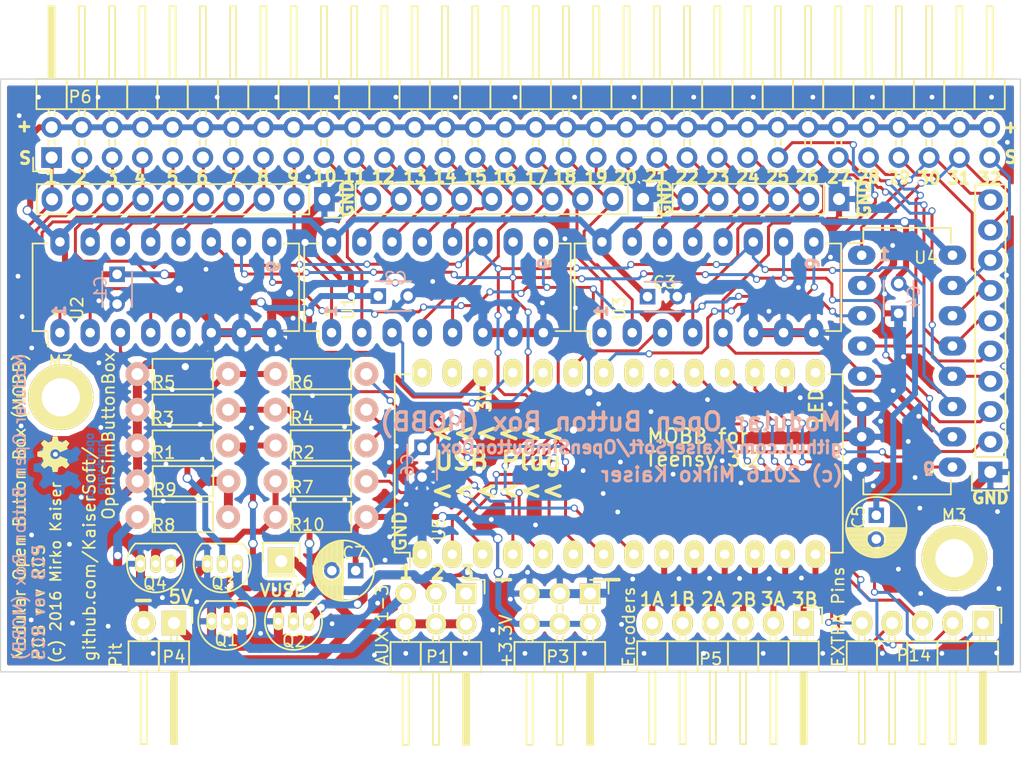
<source format=kicad_pcb>
(kicad_pcb (version 4) (host pcbnew 4.0.4-stable)
  (title_block (title "Modular Open Button Box (MOBB)") (date 2016-11-21) (rev "PCB rev RC5"))
  (layers (0 F.Cu signal) (31 B.Cu signal) (34 B.Paste user) (35 F.Paste user) (36 B.SilkS user) (37 F.SilkS user) (38 B.Mask user) (39 F.Mask user) (44 Edge.Cuts user))
  (net 0 "")
  (net 1 "Net-(P1-Pad1)")
  (net 2 +5V)
  (net 3 "Net-(P1-Pad3)")
  (net 4 "Net-(P1-Pad5)")
  (net 5 +3V3)
  (net 6 GND)
  (net 7 "Net-(P4-Pad2)")
  (net 8 "Net-(P5-Pad1)")
  (net 9 "Net-(P5-Pad2)")
  (net 10 "Net-(P5-Pad3)")
  (net 11 "Net-(P5-Pad4)")
  (net 12 "Net-(P5-Pad5)")
  (net 13 "Net-(P5-Pad6)")
  (net 14 "Net-(P6-Pad1)")
  (net 15 "Net-(P6-Pad3)")
  (net 16 "Net-(P6-Pad5)")
  (net 17 "Net-(P6-Pad7)")
  (net 18 "Net-(P6-Pad9)")
  (net 19 "Net-(P6-Pad11)")
  (net 20 "Net-(P6-Pad13)")
  (net 21 "Net-(P6-Pad15)")
  (net 22 "Net-(P6-Pad17)")
  (net 23 "Net-(P6-Pad19)")
  (net 24 "Net-(P6-Pad21)")
  (net 25 "Net-(P6-Pad23)")
  (net 26 "Net-(P6-Pad25)")
  (net 27 "Net-(P6-Pad27)")
  (net 28 "Net-(P6-Pad29)")
  (net 29 "Net-(P6-Pad31)")
  (net 30 "Net-(P6-Pad33)")
  (net 31 "Net-(P6-Pad35)")
  (net 32 "Net-(P6-Pad37)")
  (net 33 "Net-(P6-Pad39)")
  (net 34 "Net-(P6-Pad41)")
  (net 35 "Net-(P6-Pad43)")
  (net 36 "Net-(P6-Pad45)")
  (net 37 "Net-(P6-Pad47)")
  (net 38 "Net-(P6-Pad49)")
  (net 39 "Net-(P6-Pad51)")
  (net 40 "Net-(P6-Pad53)")
  (net 41 "Net-(P6-Pad55)")
  (net 42 "Net-(P6-Pad57)")
  (net 43 "Net-(P6-Pad59)")
  (net 44 "Net-(P6-Pad61)")
  (net 45 "Net-(P6-Pad63)")
  (net 46 "Net-(P14-Pad1)")
  (net 47 "Net-(P14-Pad2)")
  (net 48 "Net-(P14-Pad3)")
  (net 49 "Net-(P14-Pad4)")
  (net 50 "Net-(P14-Pad5)")
  (net 51 "Net-(Q1-Pad2)")
  (net 52 "Net-(Q2-Pad2)")
  (net 53 "Net-(Q3-Pad2)")
  (net 54 "Net-(R2-Pad1)")
  (net 55 "Net-(R4-Pad1)")
  (net 56 "Net-(R6-Pad1)")
  (net 57 "Net-(U1-Pad3)")
  (net 58 "Net-(U1-Pad9)")
  (net 59 "Net-(U1-Pad10)")
  (net 60 "Net-(U1-Pad11)")
  (net 61 "Net-(U2-Pad3)")
  (net 62 "Net-(U3-Pad3)")
  (net 63 "Net-(U4-Pad3)")
  (net 64 "Net-(U5-Pad15)")
  (net 65 /reserved_for_4051)
  (net 66 "Net-(U5-Pad27)")
  (net 67 "Net-(U5-Pad28)")
  (net 68 "Net-(R7-Pad1)")
  (net 69 "Net-(Q4-Pad2)")
  (net 70 "Net-(Q4-Pad1)")
  (module MOBB-KiCad-Lib:VIA-W0.6mm-H0.4mm (layer F.Cu) (at 252.39 123.32)
    (fp_text reference Ref** hide)
    (fp_text value Val** hide)
    (pad 1 thru_hole circle (at 0 0) (size 0.6 0.6) (drill 0.4) (layers *.Cu) (net 6 GND))
  )
  (module MOBB-KiCad-Lib:VIA-W0.6mm-H0.4mm (layer F.Cu) (at 250.25 121.16)
    (fp_text reference Ref** hide)
    (fp_text value Val** hide)
    (pad 1 thru_hole circle (at 0 0) (size 0.6 0.6) (drill 0.4) (layers *.Cu) (net 6 GND))
  )
  (module MOBB-KiCad-Lib:VIA-W0.6mm-H0.4mm (layer F.Cu) (at 251.11 118.32)
    (fp_text reference Ref** hide)
    (fp_text value Val** hide)
    (pad 1 thru_hole circle (at 0 0) (size 0.6 0.6) (drill 0.4) (layers *.Cu) (net 6 GND))
  )
  (module MOBB-KiCad-Lib:VIA-W0.6mm-H0.4mm (layer F.Cu) (at 258.93 143.18)
    (fp_text reference Ref** hide)
    (fp_text value Val** hide)
    (pad 1 thru_hole circle (at 0 0) (size 0.6 0.6) (drill 0.4) (layers *.Cu) (net 6 GND))
  )
  (module MOBB-KiCad-Lib:VIA-W0.6mm-H0.4mm (layer F.Cu) (at 254.33 143.22)
    (fp_text reference Ref** hide)
    (fp_text value Val** hide)
    (pad 1 thru_hole circle (at 0 0) (size 0.6 0.6) (drill 0.4) (layers *.Cu) (net 6 GND))
  )
  (module MOBB-KiCad-Lib:VIA-W0.6mm-H0.4mm (layer F.Cu) (at 249.33 143.22)
    (fp_text reference Ref** hide)
    (fp_text value Val** hide)
    (pad 1 thru_hole circle (at 0 0) (size 0.6 0.6) (drill 0.4) (layers *.Cu) (net 6 GND))
  )
  (module MOBB-KiCad-Lib:VIA-W0.6mm-H0.4mm (layer F.Cu) (at 244.33 143.22)
    (fp_text reference Ref** hide)
    (fp_text value Val** hide)
    (pad 1 thru_hole circle (at 0 0) (size 0.6 0.6) (drill 0.4) (layers *.Cu) (net 6 GND))
  )
  (module MOBB-KiCad-Lib:VIA-W0.6mm-H0.4mm (layer F.Cu) (at 239.33 143.22)
    (fp_text reference Ref** hide)
    (fp_text value Val** hide)
    (pad 1 thru_hole circle (at 0 0) (size 0.6 0.6) (drill 0.4) (layers *.Cu) (net 6 GND))
  )
  (module MOBB-KiCad-Lib:VIA-W0.6mm-H0.4mm (layer F.Cu) (at 234.33 143.22)
    (fp_text reference Ref** hide)
    (fp_text value Val** hide)
    (pad 1 thru_hole circle (at 0 0) (size 0.6 0.6) (drill 0.4) (layers *.Cu) (net 6 GND))
  )
  (module MOBB-KiCad-Lib:VIA-W0.6mm-H0.4mm (layer F.Cu) (at 229.33 143.22)
    (fp_text reference Ref** hide)
    (fp_text value Val** hide)
    (pad 1 thru_hole circle (at 0 0) (size 0.6 0.6) (drill 0.4) (layers *.Cu) (net 6 GND))
  )
  (module MOBB-KiCad-Lib:VIA-W0.6mm-H0.4mm (layer F.Cu) (at 224.33 143.22)
    (fp_text reference Ref** hide)
    (fp_text value Val** hide)
    (pad 1 thru_hole circle (at 0 0) (size 0.6 0.6) (drill 0.4) (layers *.Cu) (net 6 GND))
  )
  (module MOBB-KiCad-Lib:VIA-W0.6mm-H0.4mm (layer F.Cu) (at 219.33 143.22)
    (fp_text reference Ref** hide)
    (fp_text value Val** hide)
    (pad 1 thru_hole circle (at 0 0) (size 0.6 0.6) (drill 0.4) (layers *.Cu) (net 6 GND))
  )
  (module MOBB-KiCad-Lib:VIA-W0.6mm-H0.4mm (layer F.Cu) (at 214.33 143.22)
    (fp_text reference Ref** hide)
    (fp_text value Val** hide)
    (pad 1 thru_hole circle (at 0 0) (size 0.6 0.6) (drill 0.4) (layers *.Cu) (net 6 GND))
  )
  (module MOBB-KiCad-Lib:VIA-W0.6mm-H0.4mm (layer F.Cu) (at 178.5 96.53)
    (fp_text reference Ref** hide)
    (fp_text value Val** hide)
    (pad 1 thru_hole circle (at 0 0) (size 0.6 0.6) (drill 0.4) (layers *.Cu) (net 6 GND))
  )
  (module MOBB-KiCad-Lib:VIA-W0.6mm-H0.4mm (layer F.Cu) (at 183.5 96.53)
    (fp_text reference Ref** hide)
    (fp_text value Val** hide)
    (pad 1 thru_hole circle (at 0 0) (size 0.6 0.6) (drill 0.4) (layers *.Cu) (net 6 GND))
  )
  (module MOBB-KiCad-Lib:VIA-W0.6mm-H0.4mm (layer F.Cu) (at 188.5 96.53)
    (fp_text reference Ref** hide)
    (fp_text value Val** hide)
    (pad 1 thru_hole circle (at 0 0) (size 0.6 0.6) (drill 0.4) (layers *.Cu) (net 6 GND))
  )
  (module MOBB-KiCad-Lib:VIA-W0.6mm-H0.4mm (layer F.Cu) (at 193.5 96.53)
    (fp_text reference Ref** hide)
    (fp_text value Val** hide)
    (pad 1 thru_hole circle (at 0 0) (size 0.6 0.6) (drill 0.4) (layers *.Cu) (net 6 GND))
  )
  (module MOBB-KiCad-Lib:VIA-W0.6mm-H0.4mm (layer F.Cu) (at 198.5 96.53)
    (fp_text reference Ref** hide)
    (fp_text value Val** hide)
    (pad 1 thru_hole circle (at 0 0) (size 0.6 0.6) (drill 0.4) (layers *.Cu) (net 6 GND))
  )
  (module MOBB-KiCad-Lib:VIA-W0.6mm-H0.4mm (layer F.Cu) (at 203.5 96.53)
    (fp_text reference Ref** hide)
    (fp_text value Val** hide)
    (pad 1 thru_hole circle (at 0 0) (size 0.6 0.6) (drill 0.4) (layers *.Cu) (net 6 GND))
  )
  (module MOBB-KiCad-Lib:VIA-W0.6mm-H0.4mm (layer F.Cu) (at 208.5 96.53)
    (fp_text reference Ref** hide)
    (fp_text value Val** hide)
    (pad 1 thru_hole circle (at 0 0) (size 0.6 0.6) (drill 0.4) (layers *.Cu) (net 6 GND))
  )
  (module MOBB-KiCad-Lib:VIA-W0.6mm-H0.4mm (layer F.Cu) (at 213.5 96.53)
    (fp_text reference Ref** hide)
    (fp_text value Val** hide)
    (pad 1 thru_hole circle (at 0 0) (size 0.6 0.6) (drill 0.4) (layers *.Cu) (net 6 GND))
  )
  (module MOBB-KiCad-Lib:VIA-W0.6mm-H0.4mm (layer F.Cu) (at 218.5 96.53)
    (fp_text reference Ref** hide)
    (fp_text value Val** hide)
    (pad 1 thru_hole circle (at 0 0) (size 0.6 0.6) (drill 0.4) (layers *.Cu) (net 6 GND))
  )
  (module MOBB-KiCad-Lib:VIA-W0.6mm-H0.4mm (layer F.Cu) (at 223.5 96.53)
    (fp_text reference Ref** hide)
    (fp_text value Val** hide)
    (pad 1 thru_hole circle (at 0 0) (size 0.6 0.6) (drill 0.4) (layers *.Cu) (net 6 GND))
  )
  (module MOBB-KiCad-Lib:VIA-W0.6mm-H0.4mm (layer F.Cu) (at 228.5 96.53)
    (fp_text reference Ref** hide)
    (fp_text value Val** hide)
    (pad 1 thru_hole circle (at 0 0) (size 0.6 0.6) (drill 0.4) (layers *.Cu) (net 6 GND))
  )
  (module MOBB-KiCad-Lib:VIA-W0.6mm-H0.4mm (layer F.Cu) (at 233.5 96.53)
    (fp_text reference Ref** hide)
    (fp_text value Val** hide)
    (pad 1 thru_hole circle (at 0 0) (size 0.6 0.6) (drill 0.4) (layers *.Cu) (net 6 GND))
  )
  (module MOBB-KiCad-Lib:VIA-W0.6mm-H0.4mm (layer F.Cu) (at 238.5 96.53)
    (fp_text reference Ref** hide)
    (fp_text value Val** hide)
    (pad 1 thru_hole circle (at 0 0) (size 0.6 0.6) (drill 0.4) (layers *.Cu) (net 6 GND))
  )
  (module MOBB-KiCad-Lib:VIA-W0.6mm-H0.4mm (layer F.Cu) (at 243.5 96.53)
    (fp_text reference Ref** hide)
    (fp_text value Val** hide)
    (pad 1 thru_hole circle (at 0 0) (size 0.6 0.6) (drill 0.4) (layers *.Cu) (net 6 GND))
  )
  (module MOBB-KiCad-Lib:VIA-W0.6mm-H0.4mm (layer F.Cu) (at 248.5 96.53)
    (fp_text reference Ref** hide)
    (fp_text value Val** hide)
    (pad 1 thru_hole circle (at 0 0) (size 0.6 0.6) (drill 0.4) (layers *.Cu) (net 6 GND))
  )
  (module MOBB-KiCad-Lib:VIA-W0.6mm-H0.4mm (layer F.Cu) (at 253.5 96.53)
    (fp_text reference Ref** hide)
    (fp_text value Val** hide)
    (pad 1 thru_hole circle (at 0 0) (size 0.6 0.6) (drill 0.4) (layers *.Cu) (net 6 GND))
  )
  (module Pin_Headers:Pin_Header_Angled_2x32 (layer F.Cu) (at 179.6 101.6 90)
    (fp_text reference P6 (at 5.09 2.4 180) (layer F.SilkS))
    (fp_text value "BTN 1-32")
    (pad 1 thru_hole rect (at 0 0 90) (size 1.7272 1.7272) (drill 1.016) (layers *.Cu *.Mask) (net 14 "Net-(P6-Pad1)"))
    (pad 2 thru_hole oval (at 2.54 0 90) (size 1.7272 1.7272) (drill 1.016) (layers *.Cu *.Mask) (net 5 +3V3))
    (pad 3 thru_hole oval (at 0 2.54 90) (size 1.7272 1.7272) (drill 1.016) (layers *.Cu *.Mask) (net 15 "Net-(P6-Pad3)"))
    (pad 4 thru_hole oval (at 2.54 2.54 90) (size 1.7272 1.7272) (drill 1.016) (layers *.Cu *.Mask) (net 5 +3V3))
    (pad 5 thru_hole oval (at 0 5.08 90) (size 1.7272 1.7272) (drill 1.016) (layers *.Cu *.Mask) (net 16 "Net-(P6-Pad5)"))
    (pad 6 thru_hole oval (at 2.54 5.08 90) (size 1.7272 1.7272) (drill 1.016) (layers *.Cu *.Mask) (net 5 +3V3))
    (pad 7 thru_hole oval (at 0 7.62 90) (size 1.7272 1.7272) (drill 1.016) (layers *.Cu *.Mask) (net 17 "Net-(P6-Pad7)"))
    (pad 8 thru_hole oval (at 2.54 7.62 90) (size 1.7272 1.7272) (drill 1.016) (layers *.Cu *.Mask) (net 5 +3V3))
    (pad 9 thru_hole oval (at 0 10.16 90) (size 1.7272 1.7272) (drill 1.016) (layers *.Cu *.Mask) (net 18 "Net-(P6-Pad9)"))
    (pad 10 thru_hole oval (at 2.54 10.16 90) (size 1.7272 1.7272) (drill 1.016) (layers *.Cu *.Mask) (net 5 +3V3))
    (pad 11 thru_hole oval (at 0 12.7 90) (size 1.7272 1.7272) (drill 1.016) (layers *.Cu *.Mask) (net 19 "Net-(P6-Pad11)"))
    (pad 12 thru_hole oval (at 2.54 12.7 90) (size 1.7272 1.7272) (drill 1.016) (layers *.Cu *.Mask) (net 5 +3V3))
    (pad 13 thru_hole oval (at 0 15.24 90) (size 1.7272 1.7272) (drill 1.016) (layers *.Cu *.Mask) (net 20 "Net-(P6-Pad13)"))
    (pad 14 thru_hole oval (at 2.54 15.24 90) (size 1.7272 1.7272) (drill 1.016) (layers *.Cu *.Mask) (net 5 +3V3))
    (pad 15 thru_hole oval (at 0 17.78 90) (size 1.7272 1.7272) (drill 1.016) (layers *.Cu *.Mask) (net 21 "Net-(P6-Pad15)"))
    (pad 16 thru_hole oval (at 2.54 17.78 90) (size 1.7272 1.7272) (drill 1.016) (layers *.Cu *.Mask) (net 5 +3V3))
    (pad 17 thru_hole oval (at 0 20.32 90) (size 1.7272 1.7272) (drill 1.016) (layers *.Cu *.Mask) (net 22 "Net-(P6-Pad17)"))
    (pad 18 thru_hole oval (at 2.54 20.32 90) (size 1.7272 1.7272) (drill 1.016) (layers *.Cu *.Mask) (net 5 +3V3))
    (pad 19 thru_hole oval (at 0 22.86 90) (size 1.7272 1.7272) (drill 1.016) (layers *.Cu *.Mask) (net 23 "Net-(P6-Pad19)"))
    (pad 20 thru_hole oval (at 2.54 22.86 90) (size 1.7272 1.7272) (drill 1.016) (layers *.Cu *.Mask) (net 5 +3V3))
    (pad 21 thru_hole oval (at 0 25.4 90) (size 1.7272 1.7272) (drill 1.016) (layers *.Cu *.Mask) (net 24 "Net-(P6-Pad21)"))
    (pad 22 thru_hole oval (at 2.54 25.4 90) (size 1.7272 1.7272) (drill 1.016) (layers *.Cu *.Mask) (net 5 +3V3))
    (pad 23 thru_hole oval (at 0 27.94 90) (size 1.7272 1.7272) (drill 1.016) (layers *.Cu *.Mask) (net 25 "Net-(P6-Pad23)"))
    (pad 24 thru_hole oval (at 2.54 27.94 90) (size 1.7272 1.7272) (drill 1.016) (layers *.Cu *.Mask) (net 5 +3V3))
    (pad 25 thru_hole oval (at 0 30.48 90) (size 1.7272 1.7272) (drill 1.016) (layers *.Cu *.Mask) (net 26 "Net-(P6-Pad25)"))
    (pad 26 thru_hole oval (at 2.54 30.48 90) (size 1.7272 1.7272) (drill 1.016) (layers *.Cu *.Mask) (net 5 +3V3))
    (pad 27 thru_hole oval (at 0 33.02 90) (size 1.7272 1.7272) (drill 1.016) (layers *.Cu *.Mask) (net 27 "Net-(P6-Pad27)"))
    (pad 28 thru_hole oval (at 2.54 33.02 90) (size 1.7272 1.7272) (drill 1.016) (layers *.Cu *.Mask) (net 5 +3V3))
    (pad 29 thru_hole oval (at 0 35.56 90) (size 1.7272 1.7272) (drill 1.016) (layers *.Cu *.Mask) (net 28 "Net-(P6-Pad29)"))
    (pad 30 thru_hole oval (at 2.54 35.56 90) (size 1.7272 1.7272) (drill 1.016) (layers *.Cu *.Mask) (net 5 +3V3))
    (pad 31 thru_hole oval (at 0 38.1 90) (size 1.7272 1.7272) (drill 1.016) (layers *.Cu *.Mask) (net 29 "Net-(P6-Pad31)"))
    (pad 32 thru_hole oval (at 2.54 38.1 90) (size 1.7272 1.7272) (drill 1.016) (layers *.Cu *.Mask) (net 5 +3V3))
    (pad 33 thru_hole oval (at 0 40.64 90) (size 1.7272 1.7272) (drill 1.016) (layers *.Cu *.Mask) (net 30 "Net-(P6-Pad33)"))
    (pad 34 thru_hole oval (at 2.54 40.64 90) (size 1.7272 1.7272) (drill 1.016) (layers *.Cu *.Mask) (net 5 +3V3))
    (pad 35 thru_hole oval (at 0 43.18 90) (size 1.7272 1.7272) (drill 1.016) (layers *.Cu *.Mask) (net 31 "Net-(P6-Pad35)"))
    (pad 36 thru_hole oval (at 2.54 43.18 90) (size 1.7272 1.7272) (drill 1.016) (layers *.Cu *.Mask) (net 5 +3V3))
    (pad 37 thru_hole oval (at 0 45.72 90) (size 1.7272 1.7272) (drill 1.016) (layers *.Cu *.Mask) (net 32 "Net-(P6-Pad37)"))
    (pad 38 thru_hole oval (at 2.54 45.72 90) (size 1.7272 1.7272) (drill 1.016) (layers *.Cu *.Mask) (net 5 +3V3))
    (pad 39 thru_hole oval (at 0 48.26 90) (size 1.7272 1.7272) (drill 1.016) (layers *.Cu *.Mask) (net 33 "Net-(P6-Pad39)"))
    (pad 40 thru_hole oval (at 2.54 48.26 90) (size 1.7272 1.7272) (drill 1.016) (layers *.Cu *.Mask) (net 5 +3V3))
    (pad 41 thru_hole oval (at 0 50.8 90) (size 1.7272 1.7272) (drill 1.016) (layers *.Cu *.Mask) (net 34 "Net-(P6-Pad41)"))
    (pad 42 thru_hole oval (at 2.54 50.8 90) (size 1.7272 1.7272) (drill 1.016) (layers *.Cu *.Mask) (net 5 +3V3))
    (pad 43 thru_hole oval (at 0 53.34 90) (size 1.7272 1.7272) (drill 1.016) (layers *.Cu *.Mask) (net 35 "Net-(P6-Pad43)"))
    (pad 44 thru_hole oval (at 2.54 53.34 90) (size 1.7272 1.7272) (drill 1.016) (layers *.Cu *.Mask) (net 5 +3V3))
    (pad 45 thru_hole oval (at 0 55.88 90) (size 1.7272 1.7272) (drill 1.016) (layers *.Cu *.Mask) (net 36 "Net-(P6-Pad45)"))
    (pad 46 thru_hole oval (at 2.54 55.88 90) (size 1.7272 1.7272) (drill 1.016) (layers *.Cu *.Mask) (net 5 +3V3))
    (pad 47 thru_hole oval (at 0 58.42 90) (size 1.7272 1.7272) (drill 1.016) (layers *.Cu *.Mask) (net 37 "Net-(P6-Pad47)"))
    (pad 48 thru_hole oval (at 2.54 58.42 90) (size 1.7272 1.7272) (drill 1.016) (layers *.Cu *.Mask) (net 5 +3V3))
    (pad 49 thru_hole oval (at 0 60.96 90) (size 1.7272 1.7272) (drill 1.016) (layers *.Cu *.Mask) (net 38 "Net-(P6-Pad49)"))
    (pad 50 thru_hole oval (at 2.54 60.96 90) (size 1.7272 1.7272) (drill 1.016) (layers *.Cu *.Mask) (net 5 +3V3))
    (pad 51 thru_hole oval (at 0 63.5 90) (size 1.7272 1.7272) (drill 1.016) (layers *.Cu *.Mask) (net 39 "Net-(P6-Pad51)"))
    (pad 52 thru_hole oval (at 2.54 63.5 90) (size 1.7272 1.7272) (drill 1.016) (layers *.Cu *.Mask) (net 5 +3V3))
    (pad 53 thru_hole oval (at 0 66.04 90) (size 1.7272 1.7272) (drill 1.016) (layers *.Cu *.Mask) (net 40 "Net-(P6-Pad53)"))
    (pad 54 thru_hole oval (at 2.54 66.04 90) (size 1.7272 1.7272) (drill 1.016) (layers *.Cu *.Mask) (net 5 +3V3))
    (pad 55 thru_hole oval (at 0 68.58 90) (size 1.7272 1.7272) (drill 1.016) (layers *.Cu *.Mask) (net 41 "Net-(P6-Pad55)"))
    (pad 56 thru_hole oval (at 2.54 68.58 90) (size 1.7272 1.7272) (drill 1.016) (layers *.Cu *.Mask) (net 5 +3V3))
    (pad 57 thru_hole oval (at 0 71.12 90) (size 1.7272 1.7272) (drill 1.016) (layers *.Cu *.Mask) (net 42 "Net-(P6-Pad57)"))
    (pad 58 thru_hole oval (at 2.54 71.12 90) (size 1.7272 1.7272) (drill 1.016) (layers *.Cu *.Mask) (net 5 +3V3))
    (pad 59 thru_hole oval (at 0 73.66 90) (size 1.7272 1.7272) (drill 1.016) (layers *.Cu *.Mask) (net 43 "Net-(P6-Pad59)"))
    (pad 60 thru_hole oval (at 2.54 73.66 90) (size 1.7272 1.7272) (drill 1.016) (layers *.Cu *.Mask) (net 5 +3V3))
    (pad 61 thru_hole oval (at 0 76.2 90) (size 1.7272 1.7272) (drill 1.016) (layers *.Cu *.Mask) (net 44 "Net-(P6-Pad61)"))
    (pad 62 thru_hole oval (at 2.54 76.2 90) (size 1.7272 1.7272) (drill 1.016) (layers *.Cu *.Mask) (net 5 +3V3))
    (pad 63 thru_hole oval (at 0 78.74 90) (size 1.7272 1.7272) (drill 1.016) (layers *.Cu *.Mask) (net 45 "Net-(P6-Pad63)"))
    (pad 64 thru_hole oval (at 2.54 78.74 90) (size 1.7272 1.7272) (drill 1.016) (layers *.Cu *.Mask) (net 5 +3V3))
  )
  (module MOBB-KiCad-Lib:VIA-W0.6mm-H0.4mm (layer F.Cu) (at 244.98 109.96)
    (fp_text reference Ref** hide)
    (fp_text value Val** hide)
    (pad 1 thru_hole circle (at 0 0) (size 0.6 0.6) (drill 0.4) (layers *.Cu) (net 6 GND))
  )
  (module MOBB-KiCad-Lib:VIA-W0.6mm-H0.4mm (layer F.Cu) (at 222.69 108.42)
    (fp_text reference Ref** hide)
    (fp_text value Val** hide)
    (pad 1 thru_hole circle (at 0 0) (size 0.6 0.6) (drill 0.4) (layers *.Cu) (net 6 GND))
  )
  (module MOBB-KiCad-Lib:VIA-W0.6mm-H0.4mm (layer F.Cu) (at 199.96 130.31)
    (fp_text reference Ref** hide)
    (fp_text value Val** hide)
    (pad 1 thru_hole circle (at 0 0) (size 0.6 0.6) (drill 0.4) (layers *.Cu) (net 6 GND))
  )
  (module MOBB-KiCad-Lib:VIA-W0.6mm-H0.4mm (layer F.Cu) (at 199.96 127.26)
    (fp_text reference Ref** hide)
    (fp_text value Val** hide)
    (pad 1 thru_hole circle (at 0 0) (size 0.6 0.6) (drill 0.4) (layers *.Cu) (net 6 GND))
  )
  (module MOBB-KiCad-Lib:VIA-W0.6mm-H0.4mm (layer F.Cu) (at 196.38 124.29)
    (fp_text reference Ref** hide)
    (fp_text value Val** hide)
    (pad 1 thru_hole circle (at 0 0) (size 0.6 0.6) (drill 0.4) (layers *.Cu) (net 6 GND))
  )
  (module MOBB-KiCad-Lib:VIA-W0.6mm-H0.4mm (layer F.Cu) (at 192.07 123.99)
    (fp_text reference Ref** hide)
    (fp_text value Val** hide)
    (pad 1 thru_hole circle (at 0 0) (size 0.6 0.6) (drill 0.4) (layers *.Cu) (net 6 GND))
  )
  (module MOBB-KiCad-Lib:VIA-W0.6mm-H0.4mm (layer F.Cu) (at 192.26 126.92)
    (fp_text reference Ref** hide)
    (fp_text value Val** hide)
    (pad 1 thru_hole circle (at 0 0) (size 0.6 0.6) (drill 0.4) (layers *.Cu) (net 6 GND))
  )
  (module MOBB-KiCad-Lib:VIA-W0.6mm-H0.4mm (layer F.Cu) (at 206.97 139)
    (fp_text reference Ref** hide)
    (fp_text value Val** hide)
    (pad 1 thru_hole circle (at 0 0) (size 0.6 0.6) (drill 0.4) (layers *.Cu) (net 6 GND))
  )
  (module MOBB-KiCad-Lib:VIA-W0.6mm-H0.4mm (layer F.Cu) (at 203.15 140.73)
    (fp_text reference Ref** hide)
    (fp_text value Val** hide)
    (pad 1 thru_hole circle (at 0 0) (size 0.6 0.6) (drill 0.4) (layers *.Cu) (net 6 GND))
  )
  (module MOBB-KiCad-Lib:VIA-W0.6mm-H0.4mm (layer F.Cu) (at 242.54 136.89)
    (fp_text reference Ref** hide)
    (fp_text value Val** hide)
    (pad 1 thru_hole circle (at 0 0) (size 0.6 0.6) (drill 0.4) (layers *.Cu) (net 6 GND))
  )
  (module MOBB-KiCad-Lib:VIA-W0.6mm-H0.4mm (layer F.Cu) (at 239.83 136.95)
    (fp_text reference Ref** hide)
    (fp_text value Val** hide)
    (pad 1 thru_hole circle (at 0 0) (size 0.6 0.6) (drill 0.4) (layers *.Cu) (net 6 GND))
  )
  (module MOBB-KiCad-Lib:VIA-W0.6mm-H0.4mm (layer F.Cu) (at 237.35 136.93)
    (fp_text reference Ref** hide)
    (fp_text value Val** hide)
    (pad 1 thru_hole circle (at 0 0) (size 0.6 0.6) (drill 0.4) (layers *.Cu) (net 6 GND))
  )
  (module MOBB-KiCad-Lib:VIA-W0.6mm-H0.4mm (layer F.Cu) (at 234.83 136.92)
    (fp_text reference Ref** hide)
    (fp_text value Val** hide)
    (pad 1 thru_hole circle (at 0 0) (size 0.6 0.6) (drill 0.4) (layers *.Cu) (net 6 GND))
  )
  (module MOBB-KiCad-Lib:VIA-W0.6mm-H0.4mm (layer F.Cu) (at 232.27 136.95)
    (fp_text reference Ref** hide)
    (fp_text value Val** hide)
    (pad 1 thru_hole circle (at 0 0) (size 0.6 0.6) (drill 0.4) (layers *.Cu) (net 6 GND))
  )
  (module MOBB-KiCad-Lib:VIA-W0.6mm-H0.4mm (layer F.Cu) (at 244.96 122.29)
    (fp_text reference Ref** hide)
    (fp_text value Val** hide)
    (pad 1 thru_hole circle (at 0 0) (size 0.6 0.6) (drill 0.4) (layers *.Cu) (net 6 GND))
  )
  (module MOBB-KiCad-Lib:VIA-W0.6mm-H0.4mm (layer F.Cu) (at 242.44 121.76)
    (fp_text reference Ref** hide)
    (fp_text value Val** hide)
    (pad 1 thru_hole circle (at 0 0) (size 0.6 0.6) (drill 0.4) (layers *.Cu) (net 6 GND))
  )
  (module MOBB-KiCad-Lib:VIA-W0.6mm-H0.4mm (layer F.Cu) (at 201.14 103.22)
    (fp_text reference Ref** hide)
    (fp_text value Val** hide)
    (pad 1 thru_hole circle (at 0 0) (size 0.6 0.6) (drill 0.4) (layers *.Cu) (net 6 GND))
  )
  (module MOBB-KiCad-Lib:VIA-W0.6mm-H0.4mm (layer F.Cu) (at 234.66 121.92)
    (fp_text reference Ref** hide)
    (fp_text value Val** hide)
    (pad 1 thru_hole circle (at 0 0) (size 0.6 0.6) (drill 0.4) (layers *.Cu) (net 6 GND))
  )
  (module MOBB-KiCad-Lib:VIA-W0.6mm-H0.4mm (layer F.Cu) (at 249.19 123.73)
    (fp_text reference Ref** hide)
    (fp_text value Val** hide)
    (pad 1 thru_hole circle (at 0 0) (size 0.6 0.6) (drill 0.4) (layers *.Cu) (net 6 GND))
  )
  (module MOBB-KiCad-Lib:VIA-W0.6mm-H0.4mm (layer F.Cu) (at 251.51 125.43)
    (fp_text reference Ref** hide)
    (fp_text value Val** hide)
    (pad 1 thru_hole circle (at 0 0) (size 0.6 0.6) (drill 0.4) (layers *.Cu) (net 6 GND))
  )
  (module MOBB-KiCad-Lib:VIA-W0.6mm-H0.4mm (layer F.Cu) (at 259.51 124.15)
    (fp_text reference Ref** hide)
    (fp_text value Val** hide)
    (pad 1 thru_hole circle (at 0 0) (size 0.6 0.6) (drill 0.4) (layers *.Cu) (net 6 GND))
  )
  (module MOBB-KiCad-Lib:VIA-W0.6mm-H0.4mm (layer F.Cu) (at 259.54 119.11)
    (fp_text reference Ref** hide)
    (fp_text value Val** hide)
    (pad 1 thru_hole circle (at 0 0) (size 0.6 0.6) (drill 0.4) (layers *.Cu) (net 6 GND))
  )
  (module MOBB-KiCad-Lib:VIA-W0.6mm-H0.4mm (layer F.Cu) (at 259.75 111.47)
    (fp_text reference Ref** hide)
    (fp_text value Val** hide)
    (pad 1 thru_hole circle (at 0 0) (size 0.6 0.6) (drill 0.4) (layers *.Cu) (net 6 GND))
  )
  (module MOBB-KiCad-Lib:VIA-W0.6mm-H0.4mm (layer F.Cu) (at 250.2 108.98)
    (fp_text reference Ref** hide)
    (fp_text value Val** hide)
    (pad 1 thru_hole circle (at 0 0) (size 0.6 0.6) (drill 0.4) (layers *.Cu) (net 6 GND))
  )
  (module MOBB-KiCad-Lib:VIA-W0.6mm-H0.4mm (layer F.Cu) (at 249.52 113.04)
    (fp_text reference Ref** hide)
    (fp_text value Val** hide)
    (pad 1 thru_hole circle (at 0 0) (size 0.6 0.6) (drill 0.4) (layers *.Cu) (net 6 GND))
  )
  (module MOBB-KiCad-Lib:VIA-W0.6mm-H0.4mm (layer F.Cu) (at 242.29 112.51)
    (fp_text reference Ref** hide)
    (fp_text value Val** hide)
    (pad 1 thru_hole circle (at 0 0) (size 0.6 0.6) (drill 0.4) (layers *.Cu) (net 6 GND))
  )
  (module MOBB-KiCad-Lib:VIA-W0.6mm-H0.4mm (layer F.Cu) (at 239.81 114.5)
    (fp_text reference Ref** hide)
    (fp_text value Val** hide)
    (pad 1 thru_hole circle (at 0 0) (size 0.6 0.6) (drill 0.4) (layers *.Cu) (net 6 GND))
  )
  (module MOBB-KiCad-Lib:VIA-W0.6mm-H0.4mm (layer F.Cu) (at 231.03 112.27)
    (fp_text reference Ref** hide)
    (fp_text value Val** hide)
    (pad 1 thru_hole circle (at 0 0) (size 0.6 0.6) (drill 0.4) (layers *.Cu) (net 6 GND))
  )
  (module MOBB-KiCad-Lib:VIA-W0.6mm-H0.4mm (layer F.Cu) (at 223.57 114.22)
    (fp_text reference Ref** hide)
    (fp_text value Val** hide)
    (pad 1 thru_hole circle (at 0 0) (size 0.6 0.6) (drill 0.4) (layers *.Cu) (net 6 GND))
  )
  (module MOBB-KiCad-Lib:VIA-W0.6mm-H0.4mm (layer F.Cu) (at 220.8 113.8)
    (fp_text reference Ref** hide)
    (fp_text value Val** hide)
    (pad 1 thru_hole circle (at 0 0) (size 0.6 0.6) (drill 0.4) (layers *.Cu) (net 6 GND))
  )
  (module MOBB-KiCad-Lib:VIA-W0.6mm-H0.4mm (layer F.Cu) (at 218.05 114.27)
    (fp_text reference Ref** hide)
    (fp_text value Val** hide)
    (pad 1 thru_hole circle (at 0 0) (size 0.6 0.6) (drill 0.4) (layers *.Cu) (net 6 GND))
  )
  (module MOBB-KiCad-Lib:VIA-W0.6mm-H0.4mm (layer F.Cu) (at 208.45 112.12)
    (fp_text reference Ref** hide)
    (fp_text value Val** hide)
    (pad 1 thru_hole circle (at 0 0) (size 0.6 0.6) (drill 0.4) (layers *.Cu))
  )
  (module MOBB-KiCad-Lib:VIA-W0.6mm-H0.4mm (layer F.Cu) (at 211.59 112)
    (fp_text reference Ref** hide)
    (fp_text value Val** hide)
    (pad 1 thru_hole circle (at 0 0) (size 0.6 0.6) (drill 0.4) (layers *.Cu) (net 6 GND))
  )
  (module MOBB-KiCad-Lib:VIA-W0.6mm-H0.4mm (layer F.Cu) (at 199.87 115.09)
    (fp_text reference Ref** hide)
    (fp_text value Val** hide)
    (pad 1 thru_hole circle (at 0 0) (size 0.6 0.6) (drill 0.4) (layers *.Cu) (net 6 GND))
  )
  (module MOBB-KiCad-Lib:VIA-W0.6mm-H0.4mm (layer F.Cu) (at 195.47 112.6)
    (fp_text reference Ref** hide)
    (fp_text value Val** hide)
    (pad 1 thru_hole circle (at 0 0) (size 0.6 0.6) (drill 0.4) (layers *.Cu) (net 6 GND))
  )
  (module MOBB-KiCad-Lib:VIA-W0.6mm-H0.4mm (layer F.Cu) (at 192.56 110.98)
    (fp_text reference Ref** hide)
    (fp_text value Val** hide)
    (pad 1 thru_hole circle (at 0 0) (size 0.6 0.6) (drill 0.4) (layers *.Cu) (net 6 GND))
  )
  (module MOBB-KiCad-Lib:VIA-W0.6mm-H0.4mm (layer F.Cu) (at 183.57 113.62)
    (fp_text reference Ref** hide)
    (fp_text value Val** hide)
    (pad 1 thru_hole circle (at 0 0) (size 0.6 0.6) (drill 0.4) (layers *.Cu) (net 6 GND))
  )
  (module MOBB-KiCad-Lib:VIA-W0.6mm-H0.4mm (layer F.Cu) (at 183.73 124.26)
    (fp_text reference Ref** hide)
    (fp_text value Val** hide)
    (pad 1 thru_hole circle (at 0 0) (size 0.6 0.6) (drill 0.4) (layers *.Cu) (net 6 GND))
  )
  (module MOBB-KiCad-Lib:VIA-W0.6mm-H0.4mm (layer F.Cu) (at 183.57 118.83)
    (fp_text reference Ref** hide)
    (fp_text value Val** hide)
    (pad 1 thru_hole circle (at 0 0) (size 0.6 0.6) (drill 0.4) (layers *.Cu) (net 6 GND))
  )
  (module MOBB-KiCad-Lib:VIA-W0.6mm-H0.4mm (layer F.Cu) (at 177.93 117.58)
    (fp_text reference Ref** hide)
    (fp_text value Val** hide)
    (pad 1 thru_hole circle (at 0 0) (size 0.6 0.6) (drill 0.4) (layers *.Cu) (net 6 GND))
  )
  (module MOBB-KiCad-Lib:VIA-W0.6mm-H0.4mm (layer F.Cu) (at 189.73 121.08)
    (fp_text reference Ref** hide)
    (fp_text value Val** hide)
    (pad 1 thru_hole circle (at 0 0) (size 0.6 0.6) (drill 0.4) (layers *.Cu) (net 6 GND))
  )
  (module MOBB-KiCad-Lib:VIA-W0.6mm-H0.4mm (layer F.Cu) (at 189.5 124.09)
    (fp_text reference Ref** hide)
    (fp_text value Val** hide)
    (pad 1 thru_hole circle (at 0 0) (size 0.6 0.6) (drill 0.4) (layers *.Cu) (net 6 GND))
  )
  (module MOBB-KiCad-Lib:VIA-W0.6mm-H0.4mm (layer F.Cu) (at 189.2 127.33)
    (fp_text reference Ref** hide)
    (fp_text value Val** hide)
    (pad 1 thru_hole circle (at 0 0) (size 0.6 0.6) (drill 0.4) (layers *.Cu) (net 6 GND))
  )
  (module MOBB-KiCad-Lib:VIA-W0.6mm-H0.4mm (layer F.Cu) (at 188.97 130.44)
    (fp_text reference Ref** hide)
    (fp_text value Val** hide)
    (pad 1 thru_hole circle (at 0 0) (size 0.6 0.6) (drill 0.4) (layers *.Cu) (net 6 GND))
  )
  (module MOBB-KiCad-Lib:VIA-W0.6mm-H0.4mm (layer F.Cu) (at 204.21 130.3)
    (fp_text reference Ref** hide)
    (fp_text value Val** hide)
    (pad 1 thru_hole circle (at 0 0) (size 0.6 0.6) (drill 0.4) (layers *.Cu) (net 6 GND))
  )
  (module MOBB-KiCad-Lib:VIA-W0.6mm-H0.4mm (layer F.Cu) (at 204.19 124.2)
    (fp_text reference Ref** hide)
    (fp_text value Val** hide)
    (pad 1 thru_hole circle (at 0 0) (size 0.6 0.6) (drill 0.4) (layers *.Cu) (net 6 GND))
  )
  (module MOBB-KiCad-Lib:VIA-W0.6mm-H0.4mm (layer F.Cu) (at 201.5 121.59)
    (fp_text reference Ref** hide)
    (fp_text value Val** hide)
    (pad 1 thru_hole circle (at 0 0) (size 0.6 0.6) (drill 0.4) (layers *.Cu) (net 6 GND))
  )
  (module MOBB-KiCad-Lib:VIA-W0.6mm-H0.4mm (layer F.Cu) (at 220.22 132.44)
    (fp_text reference Ref** hide)
    (fp_text value Val** hide)
    (pad 1 thru_hole circle (at 0 0) (size 0.6 0.6) (drill 0.4) (layers *.Cu) (net 6 GND))
  )
  (module MOBB-KiCad-Lib:VIA-W0.6mm-H0.4mm (layer F.Cu) (at 216.51 131.98)
    (fp_text reference Ref** hide)
    (fp_text value Val** hide)
    (pad 1 thru_hole circle (at 0 0) (size 0.6 0.6) (drill 0.4) (layers *.Cu) (net 6 GND))
  )
  (module MOBB-KiCad-Lib:VIA-W0.6mm-H0.4mm (layer F.Cu) (at 209.36 130.71)
    (fp_text reference Ref** hide)
    (fp_text value Val** hide)
    (pad 1 thru_hole circle (at 0 0) (size 0.6 0.6) (drill 0.4) (layers *.Cu) (net 6 GND))
  )
  (module MOBB-KiCad-Lib:VIA-W0.6mm-H0.4mm (layer F.Cu) (at 211.88 130.71)
    (fp_text reference Ref** hide)
    (fp_text value Val** hide)
    (pad 1 thru_hole circle (at 0 0) (size 0.6 0.6) (drill 0.4) (layers *.Cu) (net 6 GND))
  )
  (module MOBB-KiCad-Lib:VIA-W0.6mm-H0.4mm (layer F.Cu) (at 212.2 133.03)
    (fp_text reference Ref** hide)
    (fp_text value Val** hide)
    (pad 1 thru_hole circle (at 0 0) (size 0.6 0.6) (drill 0.4) (layers *.Cu) (net 6 GND))
  )
  (module MOBB-KiCad-Lib:VIA-W0.6mm-H0.4mm (layer F.Cu) (at 207.59 135.39)
    (fp_text reference Ref** hide)
    (fp_text value Val** hide)
    (pad 1 thru_hole circle (at 0 0) (size 0.6 0.6) (drill 0.4) (layers *.Cu) (net 6 GND))
  )
  (module MOBB-KiCad-Lib:VIA-W0.6mm-H0.4mm (layer F.Cu) (at 207.98 133.43)
    (fp_text reference Ref** hide)
    (fp_text value Val** hide)
    (pad 1 thru_hole circle (at 0 0) (size 0.6 0.6) (drill 0.4) (layers *.Cu) (net 6 GND))
  )
  (module MOBB-KiCad-Lib:VIA-W0.6mm-H0.4mm (layer F.Cu) (at 207.95 127.19)
    (fp_text reference Ref** hide)
    (fp_text value Val** hide)
    (pad 1 thru_hole circle (at 0 0) (size 0.6 0.6) (drill 0.4) (layers *.Cu) (net 6 GND))
  )
  (module MOBB-KiCad-Lib:VIA-W0.6mm-H0.4mm (layer F.Cu) (at 208.54 125.83)
    (fp_text reference Ref** hide)
    (fp_text value Val** hide)
    (pad 1 thru_hole circle (at 0 0) (size 0.6 0.6) (drill 0.4) (layers *.Cu) (net 6 GND))
  )
  (module MOBB-KiCad-Lib:VIA-W0.6mm-H0.4mm (layer F.Cu) (at 215.74 125.09)
    (fp_text reference Ref** hide)
    (fp_text value Val** hide)
    (pad 1 thru_hole circle (at 0 0) (size 0.6 0.6) (drill 0.4) (layers *.Cu) (net 6 GND))
  )
  (module MOBB-KiCad-Lib:VIA-W0.6mm-H0.4mm (layer F.Cu) (at 218.71 122.86)
    (fp_text reference Ref** hide)
    (fp_text value Val** hide)
    (pad 1 thru_hole circle (at 0 0) (size 0.6 0.6) (drill 0.4) (layers *.Cu) (net 6 GND))
  )
  (module MOBB-KiCad-Lib:VIA-W0.6mm-H0.4mm (layer F.Cu) (at 229.91 122.93)
    (fp_text reference Ref** hide)
    (fp_text value Val** hide)
    (pad 1 thru_hole circle (at 0 0) (size 0.6 0.6) (drill 0.4) (layers *.Cu) (net 6 GND))
  )
  (module MOBB-KiCad-Lib:VIA-W0.6mm-H0.4mm (layer F.Cu) (at 225.52 122.28)
    (fp_text reference Ref** hide)
    (fp_text value Val** hide)
    (pad 1 thru_hole circle (at 0 0) (size 0.6 0.6) (drill 0.4) (layers *.Cu) (net 6 GND))
  )
  (module MOBB-KiCad-Lib:VIA-W0.6mm-H0.4mm (layer F.Cu) (at 259.83 100.32)
    (fp_text reference Ref** hide)
    (fp_text value Val** hide)
    (pad 1 thru_hole circle (at 0 0) (size 0.6 0.6) (drill 0.4) (layers *.Cu) (net 6 GND))
  )
  (module MOBB-KiCad-Lib:VIA-W0.6mm-H0.4mm (layer F.Cu) (at 258.5 96.53)
    (fp_text reference Ref** hide)
    (fp_text value Val** hide)
    (pad 1 thru_hole circle (at 0 0) (size 0.6 0.6) (drill 0.4) (layers *.Cu) (net 6 GND))
  )
  (module MOBB-KiCad-Lib:VIA-W0.6mm-H0.4mm (layer F.Cu) (at 176.88 98.08)
    (fp_text reference Ref** hide)
    (fp_text value Val** hide)
    (pad 1 thru_hole circle (at 0 0) (size 0.6 0.6) (drill 0.4) (layers *.Cu) (net 6 GND))
  )
  (module MOBB-KiCad-Lib:VIA-W0.6mm-H0.4mm (layer F.Cu) (at 176.78 111.56)
    (fp_text reference Ref** hide)
    (fp_text value Val** hide)
    (pad 1 thru_hole circle (at 0 0) (size 0.6 0.6) (drill 0.4) (layers *.Cu) (net 6 GND))
  )
  (module MOBB-KiCad-Lib:VIA-W0.6mm-H0.4mm (layer F.Cu) (at 177.13 114.95)
    (fp_text reference Ref** hide)
    (fp_text value Val** hide)
    (pad 1 thru_hole circle (at 0 0) (size 0.6 0.6) (drill 0.4) (layers *.Cu) (net 6 GND))
  )
  (module MOBB-KiCad-Lib:VIA-W0.6mm-H0.4mm (layer F.Cu) (at 177.04 124.13)
    (fp_text reference Ref** hide)
    (fp_text value Val** hide)
    (pad 1 thru_hole circle (at 0 0) (size 0.6 0.6) (drill 0.4) (layers *.Cu) (net 6 GND))
  )
  (module MOBB-KiCad-Lib:VIA-W0.6mm-H0.4mm (layer F.Cu) (at 179.92 126.51)
    (fp_text reference Ref** hide)
    (fp_text value Val** hide)
    (pad 1 thru_hole circle (at 0 0) (size 0.6 0.6) (drill 0.4) (layers *.Cu) (net 6 GND))
  )
  (module MOBB-KiCad-Lib:VIA-W0.6mm-H0.4mm (layer F.Cu) (at 182.09 130.11)
    (fp_text reference Ref** hide)
    (fp_text value Val** hide)
    (pad 1 thru_hole circle (at 0 0) (size 0.6 0.6) (drill 0.4) (layers *.Cu) (net 6 GND))
  )
  (module MOBB-KiCad-Lib:VIA-W0.6mm-H0.4mm (layer F.Cu) (at 181.36 140.68)
    (fp_text reference Ref** hide)
    (fp_text value Val** hide)
    (pad 1 thru_hole circle (at 0 0) (size 0.6 0.6) (drill 0.4) (layers *.Cu) (net 6 GND))
  )
  (module MOBB-KiCad-Lib:VIA-W0.6mm-H0.4mm (layer F.Cu) (at 181.1 134.06)
    (fp_text reference Ref** hide)
    (fp_text value Val** hide)
    (pad 1 thru_hole circle (at 0 0) (size 0.6 0.6) (drill 0.4) (layers *.Cu) (net 6 GND))
  )
  (module MOBB-KiCad-Lib:VIA-W0.6mm-H0.4mm (layer F.Cu) (at 177.92 133.28)
    (fp_text reference Ref** hide)
    (fp_text value Val** hide)
    (pad 1 thru_hole circle (at 0 0) (size 0.6 0.6) (drill 0.4) (layers *.Cu) (net 6 GND))
  )
  (module MOBB-KiCad-Lib:VIA-W0.6mm-H0.4mm (layer F.Cu) (at 177.89 140.41)
    (fp_text reference Ref** hide)
    (fp_text value Val** hide)
    (pad 1 thru_hole circle (at 0 0) (size 0.6 0.6) (drill 0.4) (layers *.Cu) (net 6 GND))
  )
  (module MOBB-KiCad-Lib:VIA-W0.6mm-H0.4mm (layer F.Cu) (at 184.35 140.94)
    (fp_text reference Ref** hide)
    (fp_text value Val** hide)
    (pad 1 thru_hole circle (at 0 0) (size 0.6 0.6) (drill 0.4) (layers *.Cu) (net 6 GND))
  )
  (module MOBB-KiCad-Lib:VIA-W0.6mm-H0.4mm (layer F.Cu) (at 188.13 143.22)
    (fp_text reference Ref** hide)
    (fp_text value Val** hide)
    (pad 1 thru_hole circle (at 0 0) (size 0.6 0.6) (drill 0.4) (layers *.Cu) (net 6 GND))
  )
  (module MOBB-KiCad-Lib:VIA-W0.6mm-H0.4mm (layer F.Cu) (at 188.9 138.54)
    (fp_text reference Ref** hide)
    (fp_text value Val** hide)
    (pad 1 thru_hole circle (at 0 0) (size 0.6 0.6) (drill 0.4) (layers *.Cu) (net 6 GND))
  )
  (module MOBB-KiCad-Lib:VIA-W0.6mm-H0.4mm (layer F.Cu) (at 191.78 138.88)
    (fp_text reference Ref** hide)
    (fp_text value Val** hide)
    (pad 1 thru_hole circle (at 0 0) (size 0.6 0.6) (drill 0.4) (layers *.Cu) (net 6 GND))
  )
  (module MOBB-KiCad-Lib:VIA-W0.6mm-H0.4mm (layer F.Cu) (at 198.32 137.84)
    (fp_text reference Ref** hide)
    (fp_text value Val** hide)
    (pad 1 thru_hole circle (at 0 0) (size 0.6 0.6) (drill 0.4) (layers *.Cu) (net 6 GND))
  )
  (module MOBB-KiCad-Lib:VIA-W0.6mm-H0.4mm (layer F.Cu) (at 197.14 141.54)
    (fp_text reference Ref** hide)
    (fp_text value Val** hide)
    (pad 1 thru_hole circle (at 0 0) (size 0.6 0.6) (drill 0.4) (layers *.Cu) (net 6 GND))
  )
  (module MOBB-KiCad-Lib:VIA-W0.6mm-H0.4mm (layer F.Cu) (at 206.7 143.36)
    (fp_text reference Ref** hide)
    (fp_text value Val** hide)
    (pad 1 thru_hole circle (at 0 0) (size 0.6 0.6) (drill 0.4) (layers *.Cu) (net 6 GND))
  )
  (module MOBB-KiCad-Lib:VIA-W0.6mm-H0.4mm (layer F.Cu) (at 209.33 143.22)
    (fp_text reference Ref** hide)
    (fp_text value Val** hide)
    (pad 1 thru_hole circle (at 0 0) (size 0.6 0.6) (drill 0.4) (layers *.Cu) (net 6 GND))
  )
  (module MOBB-KiCad-Lib:VIA-W0.6mm-H0.4mm (layer F.Cu) (at 214.51 136.45)
    (fp_text reference Ref** hide)
    (fp_text value Val** hide)
    (pad 1 thru_hole circle (at 0 0) (size 0.6 0.6) (drill 0.4) (layers *.Cu) (net 6 GND))
  )
  (module MOBB-KiCad-Lib:VIA-W0.6mm-H0.4mm (layer F.Cu) (at 219.55 136.41)
    (fp_text reference Ref** hide)
    (fp_text value Val** hide)
    (pad 1 thru_hole circle (at 0 0) (size 0.6 0.6) (drill 0.4) (layers *.Cu) (net 6 GND))
  )
  (module MOBB-KiCad-Lib:VIA-W0.6mm-H0.4mm (layer F.Cu) (at 218.11 138.67)
    (fp_text reference Ref** hide)
    (fp_text value Val** hide)
    (pad 1 thru_hole circle (at 0 0) (size 0.6 0.6) (drill 0.4) (layers *.Cu) (net 6 GND))
  )
  (module MOBB-KiCad-Lib:VIA-W0.6mm-H0.4mm (layer F.Cu) (at 216.63 141.26)
    (fp_text reference Ref** hide)
    (fp_text value Val** hide)
    (pad 1 thru_hole circle (at 0 0) (size 0.6 0.6) (drill 0.4) (layers *.Cu) (net 6 GND))
  )
  (module MOBB-KiCad-Lib:VIA-W0.6mm-H0.4mm (layer F.Cu) (at 228.38 136.98)
    (fp_text reference Ref** hide)
    (fp_text value Val** hide)
    (pad 1 thru_hole circle (at 0 0) (size 0.6 0.6) (drill 0.4) (layers *.Cu) (net 6 GND))
  )
  (module MOBB-KiCad-Lib:VIA-W0.6mm-H0.4mm (layer F.Cu) (at 227.44 140.78)
    (fp_text reference Ref** hide)
    (fp_text value Val** hide)
    (pad 1 thru_hole circle (at 0 0) (size 0.6 0.6) (drill 0.4) (layers *.Cu) (net 6 GND))
  )
  (module MOBB-KiCad-Lib:VIA-W0.6mm-H0.4mm (layer F.Cu) (at 252.55 138.19)
    (fp_text reference Ref** hide)
    (fp_text value Val** hide)
    (pad 1 thru_hole circle (at 0 0) (size 0.6 0.6) (drill 0.4) (layers *.Cu) (net 6 GND))
  )
  (module MOBB-KiCad-Lib:VIA-W0.6mm-H0.4mm (layer F.Cu) (at 250.68 136.15)
    (fp_text reference Ref** hide)
    (fp_text value Val** hide)
    (pad 1 thru_hole circle (at 0 0) (size 0.6 0.6) (drill 0.4) (layers *.Cu) (net 6 GND))
  )
  (module MOBB-KiCad-Lib:VIA-W0.6mm-H0.4mm (layer F.Cu) (at 259.12 137.78)
    (fp_text reference Ref** hide)
    (fp_text value Val** hide)
    (pad 1 thru_hole circle (at 0 0) (size 0.6 0.6) (drill 0.4) (layers *.Cu) (net 6 GND))
  )
  (module MOBB-KiCad-Lib:VIA-W0.6mm-H0.4mm (layer F.Cu) (at 259 131.32)
    (fp_text reference Ref** hide)
    (fp_text value Val** hide)
    (pad 1 thru_hole circle (at 0 0) (size 0.6 0.6) (drill 0.4) (layers *.Cu) (net 6 GND))
  )
  (module MOBB-KiCad-Lib:VIA-W0.6mm-H0.4mm (layer F.Cu) (at 252.48 131.03)
    (fp_text reference Ref** hide)
    (fp_text value Val** hide)
    (pad 1 thru_hole circle (at 0 0) (size 0.6 0.6) (drill 0.4) (layers *.Cu) (net 6 GND))
  )
  (module MOBB-KiCad-Lib:VIA-W0.6mm-H0.4mm (layer F.Cu) (at 252.08 128.46)
    (fp_text reference Ref** hide)
    (fp_text value Val** hide)
    (pad 1 thru_hole circle (at 0 0) (size 0.6 0.6) (drill 0.4) (layers *.Cu) (net 6 GND))
  )
  (module MOBB-KiCad-Lib:VIA-W0.6mm-H0.4mm (layer F.Cu) (at 248.57 129.15)
    (fp_text reference Ref** hide)
    (fp_text value Val** hide)
    (pad 1 thru_hole circle (at 0 0) (size 0.6 0.6) (drill 0.4) (layers *.Cu) (net 6 GND))
  )
  (module MOBB-KiCad-Lib:VIA-W0.6mm-H0.4mm (layer F.Cu) (at 235.89 127.05)
    (fp_text reference Ref** hide)
    (fp_text value Val** hide)
    (pad 1 thru_hole circle (at 0 0) (size 0.6 0.6) (drill 0.4) (layers *.Cu) (net 6 GND))
  )
  (module MOBB-KiCad-Lib:VIA-W0.6mm-H0.4mm (layer F.Cu) (at 237.46 128.91)
    (fp_text reference Ref** hide)
    (fp_text value Val** hide)
    (pad 1 thru_hole circle (at 0 0) (size 0.6 0.6) (drill 0.4) (layers *.Cu) (net 6 GND))
  )
  (module MOBB-KiCad-Lib:VIA-W0.6mm-H0.4mm (layer F.Cu) (at 231.77 128.18)
    (fp_text reference Ref** hide)
    (fp_text value Val** hide)
    (pad 1 thru_hole circle (at 0 0) (size 0.6 0.6) (drill 0.4) (layers *.Cu) (net 6 GND))
  )
  (module MOBB-KiCad-Lib:VIA-W0.6mm-H0.4mm (layer F.Cu) (at 227.35 127.16)
    (fp_text reference Ref** hide)
    (fp_text value Val** hide)
    (pad 1 thru_hole circle (at 0 0) (size 0.6 0.6) (drill 0.4) (layers *.Cu) (net 6 GND))
  )
  (module MOBB-KiCad-Lib:VIA-W0.6mm-H0.4mm (layer F.Cu) (at 227.12 131.35)
    (fp_text reference Ref** hide)
    (fp_text value Val** hide)
    (pad 1 thru_hole circle (at 0 0) (size 0.6 0.6) (drill 0.4) (layers *.Cu) (net 6 GND))
  )
  (module MOBB-KiCad-Lib:VIA-W0.6mm-H0.4mm (layer F.Cu) (at 225.9 129.8)
    (fp_text reference Ref** hide)
    (fp_text value Val** hide)
    (pad 1 thru_hole circle (at 0 0) (size 0.6 0.6) (drill 0.4) (layers *.Cu) (net 6 GND))
  )
  (module Pin_Headers:Pin_Header_Angled_1x02 (layer F.Cu) (at 189.87 140.67 270)
    (fp_text reference P4 (at 2.85 0 360) (layer F.SilkS))
    (fp_text value Pit (at 2.705 4.895 270) (layer F.SilkS))
    (pad 1 thru_hole rect (at 0 0 270) (size 2.032 2.032) (drill 1.016) (layers *.Cu *.Mask F.SilkS) (net 2 +5V))
    (pad 2 thru_hole oval (at 0 2.54 270) (size 2.032 2.032) (drill 1.016) (layers *.Cu *.Mask F.SilkS) (net 7 "Net-(P4-Pad2)"))
  )
  (module Pin_Headers:Pin_Header_Angled_1x06 (layer F.Cu) (at 242.725 140.675 270)
    (fp_text reference P5 (at 3 7.8 360) (layer F.SilkS))
    (fp_text value Encoders (at 0.325 14.675 270) (layer F.SilkS))
    (pad 1 thru_hole rect (at 0 0 270) (size 2.032 1.7272) (drill 1.016) (layers *.Cu *.Mask F.SilkS) (net 8 "Net-(P5-Pad1)"))
    (pad 2 thru_hole oval (at 0 2.54 270) (size 2.032 1.7272) (drill 1.016) (layers *.Cu *.Mask F.SilkS) (net 9 "Net-(P5-Pad2)"))
    (pad 3 thru_hole oval (at 0 5.08 270) (size 2.032 1.7272) (drill 1.016) (layers *.Cu *.Mask F.SilkS) (net 10 "Net-(P5-Pad3)"))
    (pad 4 thru_hole oval (at 0 7.62 270) (size 2.032 1.7272) (drill 1.016) (layers *.Cu *.Mask F.SilkS) (net 11 "Net-(P5-Pad4)"))
    (pad 5 thru_hole oval (at 0 10.16 270) (size 2.032 1.7272) (drill 1.016) (layers *.Cu *.Mask F.SilkS) (net 12 "Net-(P5-Pad5)"))
    (pad 6 thru_hole oval (at 0 12.7 270) (size 2.032 1.7272) (drill 1.016) (layers *.Cu *.Mask F.SilkS) (net 13 "Net-(P5-Pad6)"))
  )
  (module Housings_DIP:DIP-28_W15.24mm_LongPads (layer F.Cu) (at 210.7 134.9 90)
    (fp_text reference U5 (at 2.1 1.425 270) (layer F.SilkS))
    (fp_text value Teensy3.2 hide)
    (pad 1 thru_hole oval (at 0 0 90) (size 2.3 1.6) (drill 0.8) (layers *.Cu *.Mask F.SilkS) (net 6 GND))
    (pad 2 thru_hole oval (at 0 2.54 90) (size 2.3 1.6) (drill 0.8) (layers *.Cu *.Mask F.SilkS) (net 58 "Net-(U1-Pad9)"))
    (pad 3 thru_hole oval (at 0 5.08 90) (size 2.3 1.6) (drill 0.8) (layers *.Cu *.Mask F.SilkS) (net 59 "Net-(U1-Pad10)"))
    (pad 4 thru_hole oval (at 0 7.62 90) (size 2.3 1.6) (drill 0.8) (layers *.Cu *.Mask F.SilkS) (net 60 "Net-(U1-Pad11)"))
    (pad 5 thru_hole oval (at 0 10.16 90) (size 2.3 1.6) (drill 0.8) (layers *.Cu *.Mask F.SilkS) (net 54 "Net-(R2-Pad1)"))
    (pad 6 thru_hole oval (at 0 12.7 90) (size 2.3 1.6) (drill 0.8) (layers *.Cu *.Mask F.SilkS) (net 55 "Net-(R4-Pad1)"))
    (pad 7 thru_hole oval (at 0 15.24 90) (size 2.3 1.6) (drill 0.8) (layers *.Cu *.Mask F.SilkS) (net 56 "Net-(R6-Pad1)"))
    (pad 8 thru_hole oval (at 0 17.78 90) (size 2.3 1.6) (drill 0.8) (layers *.Cu *.Mask F.SilkS) (net 68 "Net-(R7-Pad1)"))
    (pad 9 thru_hole oval (at 0 20.32 90) (size 2.3 1.6) (drill 0.8) (layers *.Cu *.Mask F.SilkS) (net 13 "Net-(P5-Pad6)"))
    (pad 10 thru_hole oval (at 0 22.86 90) (size 2.3 1.6) (drill 0.8) (layers *.Cu *.Mask F.SilkS) (net 12 "Net-(P5-Pad5)"))
    (pad 11 thru_hole oval (at 0 25.4 90) (size 2.3 1.6) (drill 0.8) (layers *.Cu *.Mask F.SilkS) (net 11 "Net-(P5-Pad4)"))
    (pad 12 thru_hole oval (at 0 27.94 90) (size 2.3 1.6) (drill 0.8) (layers *.Cu *.Mask F.SilkS) (net 10 "Net-(P5-Pad3)"))
    (pad 13 thru_hole oval (at 0 30.48 90) (size 2.3 1.6) (drill 0.8) (layers *.Cu *.Mask F.SilkS) (net 9 "Net-(P5-Pad2)"))
    (pad 14 thru_hole oval (at 0 33.02 90) (size 2.3 1.6) (drill 0.8) (layers *.Cu *.Mask F.SilkS) (net 8 "Net-(P5-Pad1)"))
    (pad 15 thru_hole oval (at 15.24 33.02 90) (size 2.3 1.6) (drill 0.8) (layers *.Cu *.Mask F.SilkS) (net 64 "Net-(U5-Pad15)"))
    (pad 16 thru_hole oval (at 15.24 30.48 90) (size 2.3 1.6) (drill 0.8) (layers *.Cu *.Mask F.SilkS) (net 46 "Net-(P14-Pad1)"))
    (pad 17 thru_hole oval (at 15.24 27.94 90) (size 2.3 1.6) (drill 0.8) (layers *.Cu *.Mask F.SilkS) (net 47 "Net-(P14-Pad2)"))
    (pad 18 thru_hole oval (at 15.24 25.4 90) (size 2.3 1.6) (drill 0.8) (layers *.Cu *.Mask F.SilkS) (net 48 "Net-(P14-Pad3)"))
    (pad 19 thru_hole oval (at 15.24 22.86 90) (size 2.3 1.6) (drill 0.8) (layers *.Cu *.Mask F.SilkS) (net 49 "Net-(P14-Pad4)"))
    (pad 20 thru_hole oval (at 15.24 20.32 90) (size 2.3 1.6) (drill 0.8) (layers *.Cu *.Mask F.SilkS) (net 50 "Net-(P14-Pad5)"))
    (pad 21 thru_hole oval (at 15.24 17.78 90) (size 2.3 1.6) (drill 0.8) (layers *.Cu *.Mask F.SilkS) (net 65 /reserved_for_4051))
    (pad 22 thru_hole oval (at 15.24 15.24 90) (size 2.3 1.6) (drill 0.8) (layers *.Cu *.Mask F.SilkS) (net 63 "Net-(U4-Pad3)"))
    (pad 23 thru_hole oval (at 15.24 12.7 90) (size 2.3 1.6) (drill 0.8) (layers *.Cu *.Mask F.SilkS) (net 62 "Net-(U3-Pad3)"))
    (pad 24 thru_hole oval (at 15.24 10.16 90) (size 2.3 1.6) (drill 0.8) (layers *.Cu *.Mask F.SilkS) (net 61 "Net-(U2-Pad3)"))
    (pad 25 thru_hole oval (at 15.24 7.62 90) (size 2.3 1.6) (drill 0.8) (layers *.Cu *.Mask F.SilkS) (net 57 "Net-(U1-Pad3)"))
    (pad 26 thru_hole oval (at 15.24 5.08 90) (size 2.3 1.6) (drill 0.8) (layers *.Cu *.Mask F.SilkS) (net 5 +3V3))
    (pad 27 thru_hole oval (at 15.24 2.54 90) (size 2.3 1.6) (drill 0.8) (layers *.Cu *.Mask F.SilkS) (net 66 "Net-(U5-Pad27)"))
    (pad 28 thru_hole oval (at 15.24 0 90) (size 2.3 1.6) (drill 0.8) (layers *.Cu *.Mask F.SilkS) (net 67 "Net-(U5-Pad28)"))
  )
  (module Pin_Headers:Pin_Header_Angled_2x03 (layer F.Cu) (at 214.4 138.2 270)
    (fp_text reference P1 (at 5.3 2.4 360) (layer F.SilkS))
    (fp_text value "AUX 1-3" (at 2.625 7.05 270) (layer F.SilkS))
    (pad 1 thru_hole rect (at 0 0 270) (size 1.7272 1.7272) (drill 1.016) (layers *.Cu *.Mask F.SilkS) (net 1 "Net-(P1-Pad1)"))
    (pad 2 thru_hole oval (at 2.54 0 270) (size 1.7272 1.7272) (drill 1.016) (layers *.Cu *.Mask F.SilkS) (net 2 +5V))
    (pad 3 thru_hole oval (at 0 2.54 270) (size 1.7272 1.7272) (drill 1.016) (layers *.Cu *.Mask F.SilkS) (net 3 "Net-(P1-Pad3)"))
    (pad 4 thru_hole oval (at 2.54 2.54 270) (size 1.7272 1.7272) (drill 1.016) (layers *.Cu *.Mask F.SilkS) (net 2 +5V))
    (pad 5 thru_hole oval (at 0 5.08 270) (size 1.7272 1.7272) (drill 1.016) (layers *.Cu *.Mask F.SilkS) (net 4 "Net-(P1-Pad5)"))
    (pad 6 thru_hole oval (at 2.54 5.08 270) (size 1.7272 1.7272) (drill 1.016) (layers *.Cu *.Mask F.SilkS) (net 2 +5V))
  )
  (module Pin_Headers:Pin_Header_Straight_1x01 (layer F.Cu) (at 198.875 135.475)
    (fp_text reference P2 hide)
    (fp_text value "Wire to Teensy VUSB")
    (pad 1 thru_hole rect (at 0 0) (size 2.2352 2.2352) (drill 1.016) (layers *.Cu *.Mask F.SilkS) (net 2 +5V))
  )
  (module Pin_Headers:Pin_Header_Angled_2x03 (layer F.Cu) (at 224.8 138.2 270)
    (fp_text reference P3 (at 5.3 2.7 360) (layer F.SilkS))
    (fp_text value +3.3V (at 3.975 7.075 270) (layer F.SilkS))
    (pad 1 thru_hole rect (at 0 0 270) (size 1.7272 1.7272) (drill 1.016) (layers *.Cu *.Mask F.SilkS) (net 6 GND))
    (pad 2 thru_hole oval (at 2.54 0 270) (size 1.7272 1.7272) (drill 1.016) (layers *.Cu *.Mask F.SilkS) (net 5 +3V3))
    (pad 3 thru_hole oval (at 0 2.54 270) (size 1.7272 1.7272) (drill 1.016) (layers *.Cu *.Mask F.SilkS) (net 6 GND))
    (pad 4 thru_hole oval (at 2.54 2.54 270) (size 1.7272 1.7272) (drill 1.016) (layers *.Cu *.Mask F.SilkS) (net 5 +3V3))
    (pad 5 thru_hole oval (at 0 5.08 270) (size 1.7272 1.7272) (drill 1.016) (layers *.Cu *.Mask F.SilkS) (net 6 GND))
    (pad 6 thru_hole oval (at 2.54 5.08 270) (size 1.7272 1.7272) (drill 1.016) (layers *.Cu *.Mask F.SilkS) (net 5 +3V3))
  )
  (module Pin_Headers:Pin_Header_Angled_1x05 (layer F.Cu) (at 257.775 140.675 270)
    (fp_text reference P14 (at 2.7 5.8 360) (layer F.SilkS))
    (fp_text value "EXTRA Pins" (at -0.525 12.15 270) (layer F.SilkS))
    (pad 1 thru_hole rect (at 0 0 270) (size 2.032 1.7272) (drill 1.016) (layers *.Cu *.Mask F.SilkS) (net 46 "Net-(P14-Pad1)"))
    (pad 2 thru_hole oval (at 0 2.54 270) (size 2.032 1.7272) (drill 1.016) (layers *.Cu *.Mask F.SilkS) (net 47 "Net-(P14-Pad2)"))
    (pad 3 thru_hole oval (at 0 5.08 270) (size 2.032 1.7272) (drill 1.016) (layers *.Cu *.Mask F.SilkS) (net 48 "Net-(P14-Pad3)"))
    (pad 4 thru_hole oval (at 0 7.62 270) (size 2.032 1.7272) (drill 1.016) (layers *.Cu *.Mask F.SilkS) (net 49 "Net-(P14-Pad4)"))
    (pad 5 thru_hole oval (at 0 10.16 270) (size 2.032 1.7272) (drill 1.016) (layers *.Cu *.Mask F.SilkS) (net 50 "Net-(P14-Pad5)"))
  )
  (module TO_SOT_Packages_THT:TO-92_Inline_Narrow_Oval (layer F.Cu) (at 195.575 140.525 180)
    (fp_text reference Q1 (at 1.3 -1.55 180) (layer F.SilkS))
    (fp_text value NPN hide)
    (pad 2 thru_hole oval (at 1.27 0) (size 0.89916 1.50114) (drill 0.6) (layers *.Cu *.Mask F.SilkS) (net 51 "Net-(Q1-Pad2)"))
    (pad 3 thru_hole oval (at 2.54 0) (size 0.89916 1.50114) (drill 0.6) (layers *.Cu *.Mask F.SilkS) (net 6 GND))
    (pad 1 thru_hole oval (at 0 0) (size 0.89916 1.50114) (drill 0.6) (layers *.Cu *.Mask F.SilkS) (net 4 "Net-(P1-Pad5)"))
  )
  (module TO_SOT_Packages_THT:TO-92_Inline_Narrow_Oval (layer F.Cu) (at 201.175 140.525 180)
    (fp_text reference Q2 (at 1.225 -1.65 180) (layer F.SilkS))
    (fp_text value NPN hide)
    (pad 2 thru_hole oval (at 1.27 0) (size 0.89916 1.50114) (drill 0.6) (layers *.Cu *.Mask F.SilkS) (net 52 "Net-(Q2-Pad2)"))
    (pad 3 thru_hole oval (at 2.54 0) (size 0.89916 1.50114) (drill 0.6) (layers *.Cu *.Mask F.SilkS) (net 6 GND))
    (pad 1 thru_hole oval (at 0 0) (size 0.89916 1.50114) (drill 0.6) (layers *.Cu *.Mask F.SilkS) (net 3 "Net-(P1-Pad3)"))
  )
  (module TO_SOT_Packages_THT:TO-92_Inline_Narrow_Oval (layer F.Cu) (at 195.2 135.7 180)
    (fp_text reference Q3 (at 1.2 -1.625 180) (layer F.SilkS))
    (fp_text value NPN hide)
    (pad 2 thru_hole oval (at 1.27 0) (size 0.89916 1.50114) (drill 0.6) (layers *.Cu *.Mask F.SilkS) (net 53 "Net-(Q3-Pad2)"))
    (pad 3 thru_hole oval (at 2.54 0) (size 0.89916 1.50114) (drill 0.6) (layers *.Cu *.Mask F.SilkS) (net 6 GND))
    (pad 1 thru_hole oval (at 0 0) (size 0.89916 1.50114) (drill 0.6) (layers *.Cu *.Mask F.SilkS) (net 1 "Net-(P1-Pad1)"))
  )
  (module Resistors_ThroughHole:Resistor_Horizontal_RM7mm (layer F.Cu) (at 194.42 125.77 180)
    (fp_text reference R1 (at 5.4 -0.6 180) (layer F.SilkS))
    (fp_text value 10K)
    (pad 1 thru_hole circle (at 0 0 180) (size 1.99898 1.99898) (drill 1.00076) (layers *.Cu *.SilkS *.Mask) (net 51 "Net-(Q1-Pad2)"))
    (pad 2 thru_hole circle (at 7.62 0 180) (size 1.99898 1.99898) (drill 1.00076) (layers *.Cu *.SilkS *.Mask) (net 6 GND))
  )
  (module Resistors_ThroughHole:Resistor_Horizontal_RM7mm (layer F.Cu) (at 206.02 125.77 180)
    (fp_text reference R2 (at 5.3 -0.6 180) (layer F.SilkS))
    (fp_text value 1K)
    (pad 1 thru_hole circle (at 0 0 180) (size 1.99898 1.99898) (drill 1.00076) (layers *.Cu *.SilkS *.Mask) (net 54 "Net-(R2-Pad1)"))
    (pad 2 thru_hole circle (at 7.62 0 180) (size 1.99898 1.99898) (drill 1.00076) (layers *.Cu *.SilkS *.Mask) (net 51 "Net-(Q1-Pad2)"))
  )
  (module Resistors_ThroughHole:Resistor_Horizontal_RM7mm (layer F.Cu) (at 194.42 122.77 180)
    (fp_text reference R3 (at 5.5 -0.7 180) (layer F.SilkS))
    (fp_text value 10K)
    (pad 1 thru_hole circle (at 0 0 180) (size 1.99898 1.99898) (drill 1.00076) (layers *.Cu *.SilkS *.Mask) (net 52 "Net-(Q2-Pad2)"))
    (pad 2 thru_hole circle (at 7.62 0 180) (size 1.99898 1.99898) (drill 1.00076) (layers *.Cu *.SilkS *.Mask) (net 6 GND))
  )
  (module Resistors_ThroughHole:Resistor_Horizontal_RM7mm (layer F.Cu) (at 206.02 122.77 180)
    (fp_text reference R4 (at 5.4 -0.7 180) (layer F.SilkS))
    (fp_text value 1K)
    (pad 1 thru_hole circle (at 0 0 180) (size 1.99898 1.99898) (drill 1.00076) (layers *.Cu *.SilkS *.Mask) (net 55 "Net-(R4-Pad1)"))
    (pad 2 thru_hole circle (at 7.62 0 180) (size 1.99898 1.99898) (drill 1.00076) (layers *.Cu *.SilkS *.Mask) (net 52 "Net-(Q2-Pad2)"))
  )
  (module Resistors_ThroughHole:Resistor_Horizontal_RM7mm (layer F.Cu) (at 194.42 119.77 180)
    (fp_text reference R5 (at 5.4 -0.7 180) (layer F.SilkS))
    (fp_text value 10K)
    (pad 1 thru_hole circle (at 0 0 180) (size 1.99898 1.99898) (drill 1.00076) (layers *.Cu *.SilkS *.Mask) (net 53 "Net-(Q3-Pad2)"))
    (pad 2 thru_hole circle (at 7.62 0 180) (size 1.99898 1.99898) (drill 1.00076) (layers *.Cu *.SilkS *.Mask) (net 6 GND))
  )
  (module Resistors_ThroughHole:Resistor_Horizontal_RM7mm (layer F.Cu) (at 206.02 119.77 180)
    (fp_text reference R6 (at 5.4 -0.7 180) (layer F.SilkS))
    (fp_text value 1K)
    (pad 1 thru_hole circle (at 0 0 180) (size 1.99898 1.99898) (drill 1.00076) (layers *.Cu *.SilkS *.Mask) (net 56 "Net-(R6-Pad1)"))
    (pad 2 thru_hole circle (at 7.62 0 180) (size 1.99898 1.99898) (drill 1.00076) (layers *.Cu *.SilkS *.Mask) (net 53 "Net-(Q3-Pad2)"))
  )
  (module Mounting_Holes:MountingHole_2.2mm_M2 (layer F.Cu) (at 180.375 121.725)
    (fp_text reference REF** hide)
    (fp_text value M3 (at 0.005 -2.995) (layer F.SilkS))
    (pad "" np_thru_hole circle (at 0 0) (size 5.5 5.5) (drill 3.2) (layers *.Cu *.Mask F.SilkS))
  )
  (module Mounting_Holes:MountingHole_2.2mm_M2 (layer F.Cu) (at 255.38 135.22)
    (fp_text reference REF** hide)
    (fp_text value M3 (at -0.02 -3.59) (layer F.SilkS))
    (pad "" np_thru_hole circle (at 0 0) (size 5.5 5.5) (drill 3.2) (layers *.Cu *.Mask F.SilkS))
  )
  (module TO_SOT_Packages_THT:TO-92_Inline_Narrow_Oval (layer F.Cu) (at 189.6 135.7 180)
    (fp_text reference Q4 (at 1.325 -1.65 180) (layer F.SilkS))
    (fp_text value NPN hide)
    (pad 2 thru_hole oval (at 1.27 0) (size 0.89916 1.50114) (drill 0.6) (layers *.Cu *.Mask F.SilkS) (net 69 "Net-(Q4-Pad2)"))
    (pad 3 thru_hole oval (at 2.54 0) (size 0.89916 1.50114) (drill 0.6) (layers *.Cu *.Mask F.SilkS) (net 6 GND))
    (pad 1 thru_hole oval (at 0 0) (size 0.89916 1.50114) (drill 0.6) (layers *.Cu *.Mask F.SilkS) (net 70 "Net-(Q4-Pad1)"))
  )
  (module Resistors_ThroughHole:Resistor_Horizontal_RM7mm (layer F.Cu) (at 206.02 128.77 180)
    (fp_text reference R7 (at 5.4 -0.5 180) (layer F.SilkS))
    (fp_text value 1K)
    (pad 1 thru_hole circle (at 0 0 180) (size 1.99898 1.99898) (drill 1.00076) (layers *.Cu *.SilkS *.Mask) (net 68 "Net-(R7-Pad1)"))
    (pad 2 thru_hole circle (at 7.62 0 180) (size 1.99898 1.99898) (drill 1.00076) (layers *.Cu *.SilkS *.Mask) (net 70 "Net-(Q4-Pad1)"))
  )
  (module Resistors_ThroughHole:Resistor_Horizontal_RM7mm (layer F.Cu) (at 194.42 131.77 180)
    (fp_text reference R8 (at 5.4 -0.7 180) (layer F.SilkS))
    (fp_text value 1K)
    (pad 1 thru_hole circle (at 0 0 180) (size 1.99898 1.99898) (drill 1.00076) (layers *.Cu *.SilkS *.Mask) (net 69 "Net-(Q4-Pad2)"))
    (pad 2 thru_hole circle (at 7.62 0 180) (size 1.99898 1.99898) (drill 1.00076) (layers *.Cu *.SilkS *.Mask) (net 7 "Net-(P4-Pad2)"))
  )
  (module Resistors_ThroughHole:Resistor_Horizontal_RM7mm (layer F.Cu) (at 186.82 128.77)
    (fp_text reference R9 (at 2.3 0.7) (layer F.SilkS))
    (fp_text value 10K)
    (pad 1 thru_hole circle (at 0 0) (size 1.99898 1.99898) (drill 1.00076) (layers *.Cu *.SilkS *.Mask) (net 6 GND))
    (pad 2 thru_hole circle (at 7.62 0) (size 1.99898 1.99898) (drill 1.00076) (layers *.Cu *.SilkS *.Mask) (net 69 "Net-(Q4-Pad2)"))
  )
  (module Resistors_ThroughHole:Resistor_Horizontal_RM7mm (layer F.Cu) (at 206.02 131.77 180)
    (fp_text reference R10 (at 4.95 -0.65 180) (layer F.SilkS))
    (fp_text value 100K)
    (pad 1 thru_hole circle (at 0 0 180) (size 1.99898 1.99898) (drill 1.00076) (layers *.Cu *.SilkS *.Mask) (net 5 +3V3))
    (pad 2 thru_hole circle (at 7.62 0 180) (size 1.99898 1.99898) (drill 1.00076) (layers *.Cu *.SilkS *.Mask) (net 70 "Net-(Q4-Pad1)"))
  )
  (module Capacitors_ThroughHole:C_Disc_D3_P2.5 (layer B.Cu) (at 185.1 111.4 270)
    (fp_text reference C1 (at 1.1 1.4 270) (layer B.SilkS) (effects (justify mirror)))
    (fp_text value C)
    (pad 1 thru_hole rect (at 0 0 270) (size 1.3 1.3) (drill 0.8) (layers *.Cu *.Mask) (net 5 +3V3))
    (pad 2 thru_hole circle (at 2.5 0 270) (size 1.3 1.3) (drill 0.8001) (layers *.Cu *.Mask) (net 6 GND))
  )
  (module Capacitors_ThroughHole:C_Disc_D3_P2.5 (layer B.Cu) (at 207.025 113.225)
    (fp_text reference C2 (at 1.45 -1.5) (layer B.SilkS) (effects (justify mirror)))
    (fp_text value C)
    (pad 1 thru_hole rect (at 0 0) (size 1.3 1.3) (drill 0.8) (layers *.Cu *.Mask) (net 5 +3V3))
    (pad 2 thru_hole circle (at 2.5 0) (size 1.3 1.3) (drill 0.8001) (layers *.Cu *.Mask) (net 6 GND))
  )
  (module Capacitors_ThroughHole:C_Disc_D3_P2.5 (layer B.Cu) (at 229.625 113.275)
    (fp_text reference C3 (at 1.425 -1.2) (layer F.SilkS))
    (fp_text value C)
    (pad 1 thru_hole rect (at 0 0) (size 1.3 1.3) (drill 0.8) (layers *.Cu *.Mask) (net 5 +3V3))
    (pad 2 thru_hole circle (at 2.5 0) (size 1.3 1.3) (drill 0.8001) (layers *.Cu *.Mask) (net 6 GND))
  )
  (module Capacitors_ThroughHole:C_Disc_D3_P2.5 (layer B.Cu) (at 250.7 114.675 90)
    (fp_text reference C4 (at 1.4 1.275 90) (layer B.SilkS) (effects (justify mirror)))
    (fp_text value C)
    (pad 1 thru_hole rect (at 0 0 90) (size 1.3 1.3) (drill 0.8) (layers *.Cu *.Mask) (net 6 GND))
    (pad 2 thru_hole circle (at 2.5 0 90) (size 1.3 1.3) (drill 0.8001) (layers *.Cu *.Mask) (net 5 +3V3))
  )
  (module Capacitors_ThroughHole:C_Disc_D3_P2.5 (layer B.Cu) (at 210.7 125.925 270)
    (fp_text reference C6 (at 1.475 1.225 270) (layer B.SilkS) (effects (justify mirror)))
    (fp_text value C)
    (pad 1 thru_hole rect (at 0 0 270) (size 1.3 1.3) (drill 0.8) (layers *.Cu *.Mask) (net 5 +3V3))
    (pad 2 thru_hole circle (at 2.5 0 270) (size 1.3 1.3) (drill 0.8001) (layers *.Cu *.Mask) (net 6 GND))
  )
  (module Pin_Headers:Pin_Header_Straight_1x10 (layer F.Cu) (at 229.25 105.08 270)
    (fp_text reference RR1)
    (fp_text value "10K Star")
    (pad 1 thru_hole rect (at 0 0 270) (size 2.032 1.7272) (drill 1.016) (layers *.Cu *.Mask) (net 6 GND))
    (pad 2 thru_hole oval (at 0 2.54 270) (size 2.032 1.7272) (drill 1.016) (layers *.Cu *.Mask) (net 31 "Net-(P6-Pad35)"))
    (pad 3 thru_hole oval (at 0 5.08 270) (size 2.032 1.7272) (drill 1.016) (layers *.Cu *.Mask) (net 30 "Net-(P6-Pad33)"))
    (pad 4 thru_hole oval (at 0 7.62 270) (size 2.032 1.7272) (drill 1.016) (layers *.Cu *.Mask) (net 29 "Net-(P6-Pad31)"))
    (pad 5 thru_hole oval (at 0 10.16 270) (size 2.032 1.7272) (drill 1.016) (layers *.Cu *.Mask) (net 28 "Net-(P6-Pad29)"))
    (pad 6 thru_hole oval (at 0 12.7 270) (size 2.032 1.7272) (drill 1.016) (layers *.Cu *.Mask) (net 27 "Net-(P6-Pad27)"))
    (pad 7 thru_hole oval (at 0 15.24 270) (size 2.032 1.7272) (drill 1.016) (layers *.Cu *.Mask) (net 26 "Net-(P6-Pad25)"))
    (pad 8 thru_hole oval (at 0 17.78 270) (size 2.032 1.7272) (drill 1.016) (layers *.Cu *.Mask) (net 25 "Net-(P6-Pad23)"))
    (pad 9 thru_hole oval (at 0 20.32 270) (size 2.032 1.7272) (drill 1.016) (layers *.Cu *.Mask) (net 24 "Net-(P6-Pad21)"))
    (pad 10 thru_hole oval (at 0 22.86 270) (size 2.032 1.7272) (drill 1.016) (layers *.Cu *.Mask) (net 23 "Net-(P6-Pad19)"))
  )
  (module Pin_Headers:Pin_Header_Straight_1x10 (layer F.Cu) (at 202.5 105.1 270)
    (fp_text reference RR2)
    (fp_text value "10K Star")
    (pad 1 thru_hole rect (at 0 0 270) (size 2.032 1.7272) (drill 1.016) (layers *.Cu *.Mask) (net 6 GND))
    (pad 2 thru_hole oval (at 0 2.54 270) (size 2.032 1.7272) (drill 1.016) (layers *.Cu *.Mask) (net 22 "Net-(P6-Pad17)"))
    (pad 3 thru_hole oval (at 0 5.08 270) (size 2.032 1.7272) (drill 1.016) (layers *.Cu *.Mask) (net 21 "Net-(P6-Pad15)"))
    (pad 4 thru_hole oval (at 0 7.62 270) (size 2.032 1.7272) (drill 1.016) (layers *.Cu *.Mask) (net 20 "Net-(P6-Pad13)"))
    (pad 5 thru_hole oval (at 0 10.16 270) (size 2.032 1.7272) (drill 1.016) (layers *.Cu *.Mask) (net 19 "Net-(P6-Pad11)"))
    (pad 6 thru_hole oval (at 0 12.7 270) (size 2.032 1.7272) (drill 1.016) (layers *.Cu *.Mask) (net 18 "Net-(P6-Pad9)"))
    (pad 7 thru_hole oval (at 0 15.24 270) (size 2.032 1.7272) (drill 1.016) (layers *.Cu *.Mask) (net 17 "Net-(P6-Pad7)"))
    (pad 8 thru_hole oval (at 0 17.78 270) (size 2.032 1.7272) (drill 1.016) (layers *.Cu *.Mask) (net 16 "Net-(P6-Pad5)"))
    (pad 9 thru_hole oval (at 0 20.32 270) (size 2.032 1.7272) (drill 1.016) (layers *.Cu *.Mask) (net 15 "Net-(P6-Pad3)"))
    (pad 10 thru_hole oval (at 0 22.86 270) (size 2.032 1.7272) (drill 1.016) (layers *.Cu *.Mask) (net 14 "Net-(P6-Pad1)"))
  )
  (module Pin_Headers:Pin_Header_Straight_1x10 (layer F.Cu) (at 258.4 128 180)
    (fp_text reference RR3)
    (fp_text value "10K Star")
    (pad 1 thru_hole rect (at 0 0 180) (size 2.032 1.7272) (drill 1.016) (layers *.Cu *.Mask) (net 6 GND))
    (pad 2 thru_hole oval (at 0 2.54 180) (size 2.032 1.7272) (drill 1.016) (layers *.Cu *.Mask) (net 37 "Net-(P6-Pad47)"))
    (pad 3 thru_hole oval (at 0 5.08 180) (size 2.032 1.7272) (drill 1.016) (layers *.Cu *.Mask) (net 38 "Net-(P6-Pad49)"))
    (pad 4 thru_hole oval (at 0 7.62 180) (size 2.032 1.7272) (drill 1.016) (layers *.Cu *.Mask) (net 39 "Net-(P6-Pad51)"))
    (pad 5 thru_hole oval (at 0 10.16 180) (size 2.032 1.7272) (drill 1.016) (layers *.Cu *.Mask) (net 41 "Net-(P6-Pad55)"))
    (pad 6 thru_hole oval (at 0 12.7 180) (size 2.032 1.7272) (drill 1.016) (layers *.Cu *.Mask) (net 40 "Net-(P6-Pad53)"))
    (pad 7 thru_hole oval (at 0 15.24 180) (size 2.032 1.7272) (drill 1.016) (layers *.Cu *.Mask) (net 42 "Net-(P6-Pad57)"))
    (pad 8 thru_hole oval (at 0 17.78 180) (size 2.032 1.7272) (drill 1.016) (layers *.Cu *.Mask) (net 45 "Net-(P6-Pad63)"))
    (pad 9 thru_hole oval (at 0 20.32 180) (size 2.032 1.7272) (drill 1.016) (layers *.Cu *.Mask) (net 44 "Net-(P6-Pad61)"))
    (pad 10 thru_hole oval (at 0 22.86 180) (size 2.032 1.7272) (drill 1.016) (layers *.Cu *.Mask) (net 43 "Net-(P6-Pad59)"))
  )
  (module Pin_Headers:Pin_Header_Straight_1x06 (layer F.Cu) (at 245.7 105.08 270)
    (fp_text reference RR4)
    (fp_text value "10K Star")
    (pad 1 thru_hole rect (at 0 0 270) (size 2.032 1.7272) (drill 1.016) (layers *.Cu *.Mask) (net 6 GND))
    (pad 2 thru_hole oval (at 0 2.54 270) (size 2.032 1.7272) (drill 1.016) (layers *.Cu *.Mask) (net 36 "Net-(P6-Pad45)"))
    (pad 3 thru_hole oval (at 0 5.08 270) (size 2.032 1.7272) (drill 1.016) (layers *.Cu *.Mask) (net 35 "Net-(P6-Pad43)"))
    (pad 4 thru_hole oval (at 0 7.62 270) (size 2.032 1.7272) (drill 1.016) (layers *.Cu *.Mask) (net 34 "Net-(P6-Pad41)"))
    (pad 5 thru_hole oval (at 0 10.16 270) (size 2.032 1.7272) (drill 1.016) (layers *.Cu *.Mask) (net 33 "Net-(P6-Pad39)"))
    (pad 6 thru_hole oval (at 0 12.7 270) (size 2.032 1.7272) (drill 1.016) (layers *.Cu *.Mask) (net 32 "Net-(P6-Pad37)"))
  )
  (module Housings_DIP:DIP-16_W7.62mm_LongPads (layer F.Cu) (at 203.1 116.3 90)
    (fp_text reference U1 (at 2.05 1.4 90) (layer F.SilkS))
    (fp_text value 74HC4051)
    (pad 1 thru_hole oval (at 0 0 90) (size 2.3 1.6) (drill 0.8) (layers *.Cu *.Mask) (net 22 "Net-(P6-Pad17)"))
    (pad 2 thru_hole oval (at 0 2.54 90) (size 2.3 1.6) (drill 0.8) (layers *.Cu *.Mask) (net 23 "Net-(P6-Pad19)"))
    (pad 3 thru_hole oval (at 0 5.08 90) (size 2.3 1.6) (drill 0.8) (layers *.Cu *.Mask) (net 57 "Net-(U1-Pad3)"))
    (pad 4 thru_hole oval (at 0 7.62 90) (size 2.3 1.6) (drill 0.8) (layers *.Cu *.Mask) (net 28 "Net-(P6-Pad29)"))
    (pad 5 thru_hole oval (at 0 10.16 90) (size 2.3 1.6) (drill 0.8) (layers *.Cu *.Mask) (net 29 "Net-(P6-Pad31)"))
    (pad 6 thru_hole oval (at 0 12.7 90) (size 2.3 1.6) (drill 0.8) (layers *.Cu *.Mask) (net 6 GND))
    (pad 7 thru_hole oval (at 0 15.24 90) (size 2.3 1.6) (drill 0.8) (layers *.Cu *.Mask) (net 6 GND))
    (pad 8 thru_hole oval (at 0 17.78 90) (size 2.3 1.6) (drill 0.8) (layers *.Cu *.Mask) (net 6 GND))
    (pad 9 thru_hole oval (at 7.62 17.78 90) (size 2.3 1.6) (drill 0.8) (layers *.Cu *.Mask) (net 58 "Net-(U1-Pad9)"))
    (pad 10 thru_hole oval (at 7.62 15.24 90) (size 2.3 1.6) (drill 0.8) (layers *.Cu *.Mask) (net 59 "Net-(U1-Pad10)"))
    (pad 11 thru_hole oval (at 7.62 12.7 90) (size 2.3 1.6) (drill 0.8) (layers *.Cu *.Mask) (net 60 "Net-(U1-Pad11)"))
    (pad 12 thru_hole oval (at 7.62 10.16 90) (size 2.3 1.6) (drill 0.8) (layers *.Cu *.Mask) (net 27 "Net-(P6-Pad27)"))
    (pad 13 thru_hole oval (at 7.62 7.62 90) (size 2.3 1.6) (drill 0.8) (layers *.Cu *.Mask) (net 26 "Net-(P6-Pad25)"))
    (pad 14 thru_hole oval (at 7.62 5.08 90) (size 2.3 1.6) (drill 0.8) (layers *.Cu *.Mask) (net 25 "Net-(P6-Pad23)"))
    (pad 15 thru_hole oval (at 7.62 2.54 90) (size 2.3 1.6) (drill 0.8) (layers *.Cu *.Mask) (net 24 "Net-(P6-Pad21)"))
    (pad 16 thru_hole oval (at 7.62 0 90) (size 2.3 1.6) (drill 0.8) (layers *.Cu *.Mask) (net 5 +3V3))
  )
  (module Housings_DIP:DIP-16_W7.62mm_LongPads (layer F.Cu) (at 180.3 116.3 90)
    (fp_text reference U2 (at 2.05 1.45 90) (layer F.SilkS))
    (fp_text value 74HC4051)
    (pad 1 thru_hole oval (at 0 0 90) (size 2.3 1.6) (drill 0.8) (layers *.Cu *.Mask) (net 14 "Net-(P6-Pad1)"))
    (pad 2 thru_hole oval (at 0 2.54 90) (size 2.3 1.6) (drill 0.8) (layers *.Cu *.Mask) (net 15 "Net-(P6-Pad3)"))
    (pad 3 thru_hole oval (at 0 5.08 90) (size 2.3 1.6) (drill 0.8) (layers *.Cu *.Mask) (net 61 "Net-(U2-Pad3)"))
    (pad 4 thru_hole oval (at 0 7.62 90) (size 2.3 1.6) (drill 0.8) (layers *.Cu *.Mask) (net 16 "Net-(P6-Pad5)"))
    (pad 5 thru_hole oval (at 0 10.16 90) (size 2.3 1.6) (drill 0.8) (layers *.Cu *.Mask) (net 17 "Net-(P6-Pad7)"))
    (pad 6 thru_hole oval (at 0 12.7 90) (size 2.3 1.6) (drill 0.8) (layers *.Cu *.Mask) (net 6 GND))
    (pad 7 thru_hole oval (at 0 15.24 90) (size 2.3 1.6) (drill 0.8) (layers *.Cu *.Mask) (net 6 GND))
    (pad 8 thru_hole oval (at 0 17.78 90) (size 2.3 1.6) (drill 0.8) (layers *.Cu *.Mask) (net 6 GND))
    (pad 9 thru_hole oval (at 7.62 17.78 90) (size 2.3 1.6) (drill 0.8) (layers *.Cu *.Mask) (net 58 "Net-(U1-Pad9)"))
    (pad 10 thru_hole oval (at 7.62 15.24 90) (size 2.3 1.6) (drill 0.8) (layers *.Cu *.Mask) (net 59 "Net-(U1-Pad10)"))
    (pad 11 thru_hole oval (at 7.62 12.7 90) (size 2.3 1.6) (drill 0.8) (layers *.Cu *.Mask) (net 60 "Net-(U1-Pad11)"))
    (pad 12 thru_hole oval (at 7.62 10.16 90) (size 2.3 1.6) (drill 0.8) (layers *.Cu *.Mask) (net 21 "Net-(P6-Pad15)"))
    (pad 13 thru_hole oval (at 7.62 7.62 90) (size 2.3 1.6) (drill 0.8) (layers *.Cu *.Mask) (net 20 "Net-(P6-Pad13)"))
    (pad 14 thru_hole oval (at 7.62 5.08 90) (size 2.3 1.6) (drill 0.8) (layers *.Cu *.Mask) (net 19 "Net-(P6-Pad11)"))
    (pad 15 thru_hole oval (at 7.62 2.54 90) (size 2.3 1.6) (drill 0.8) (layers *.Cu *.Mask) (net 18 "Net-(P6-Pad9)"))
    (pad 16 thru_hole oval (at 7.62 0 90) (size 2.3 1.6) (drill 0.8) (layers *.Cu *.Mask) (net 5 +3V3))
  )
  (module Housings_DIP:DIP-16_W7.62mm_LongPads (layer F.Cu) (at 225.8 116.3 90)
    (fp_text reference U3 (at 2.05 1.45 90) (layer F.SilkS))
    (fp_text value 74HC4051)
    (pad 1 thru_hole oval (at 0 0 90) (size 2.3 1.6) (drill 0.8) (layers *.Cu *.Mask) (net 30 "Net-(P6-Pad33)"))
    (pad 2 thru_hole oval (at 0 2.54 90) (size 2.3 1.6) (drill 0.8) (layers *.Cu *.Mask) (net 31 "Net-(P6-Pad35)"))
    (pad 3 thru_hole oval (at 0 5.08 90) (size 2.3 1.6) (drill 0.8) (layers *.Cu *.Mask) (net 62 "Net-(U3-Pad3)"))
    (pad 4 thru_hole oval (at 0 7.62 90) (size 2.3 1.6) (drill 0.8) (layers *.Cu *.Mask) (net 36 "Net-(P6-Pad45)"))
    (pad 5 thru_hole oval (at 0 10.16 90) (size 2.3 1.6) (drill 0.8) (layers *.Cu *.Mask) (net 37 "Net-(P6-Pad47)"))
    (pad 6 thru_hole oval (at 0 12.7 90) (size 2.3 1.6) (drill 0.8) (layers *.Cu *.Mask) (net 6 GND))
    (pad 7 thru_hole oval (at 0 15.24 90) (size 2.3 1.6) (drill 0.8) (layers *.Cu *.Mask) (net 6 GND))
    (pad 8 thru_hole oval (at 0 17.78 90) (size 2.3 1.6) (drill 0.8) (layers *.Cu *.Mask) (net 6 GND))
    (pad 9 thru_hole oval (at 7.62 17.78 90) (size 2.3 1.6) (drill 0.8) (layers *.Cu *.Mask) (net 58 "Net-(U1-Pad9)"))
    (pad 10 thru_hole oval (at 7.62 15.24 90) (size 2.3 1.6) (drill 0.8) (layers *.Cu *.Mask) (net 59 "Net-(U1-Pad10)"))
    (pad 11 thru_hole oval (at 7.62 12.7 90) (size 2.3 1.6) (drill 0.8) (layers *.Cu *.Mask) (net 60 "Net-(U1-Pad11)"))
    (pad 12 thru_hole oval (at 7.62 10.16 90) (size 2.3 1.6) (drill 0.8) (layers *.Cu *.Mask) (net 35 "Net-(P6-Pad43)"))
    (pad 13 thru_hole oval (at 7.62 7.62 90) (size 2.3 1.6) (drill 0.8) (layers *.Cu *.Mask) (net 34 "Net-(P6-Pad41)"))
    (pad 14 thru_hole oval (at 7.62 5.08 90) (size 2.3 1.6) (drill 0.8) (layers *.Cu *.Mask) (net 33 "Net-(P6-Pad39)"))
    (pad 15 thru_hole oval (at 7.62 2.54 90) (size 2.3 1.6) (drill 0.8) (layers *.Cu *.Mask) (net 32 "Net-(P6-Pad37)"))
    (pad 16 thru_hole oval (at 7.62 0 90) (size 2.3 1.6) (drill 0.8) (layers *.Cu *.Mask) (net 5 +3V3))
  )
  (module Housings_DIP:DIP-16_W7.62mm_LongPads (layer F.Cu) (at 247.6 109.8)
    (fp_text reference U4 (at 5.4 0.2) (layer F.SilkS))
    (fp_text value 74HC4051)
    (pad 1 thru_hole oval (at 0 0) (size 2.3 1.6) (drill 0.8) (layers *.Cu *.Mask) (net 43 "Net-(P6-Pad59)"))
    (pad 2 thru_hole oval (at 0 2.54) (size 2.3 1.6) (drill 0.8) (layers *.Cu *.Mask) (net 44 "Net-(P6-Pad61)"))
    (pad 3 thru_hole oval (at 0 5.08) (size 2.3 1.6) (drill 0.8) (layers *.Cu *.Mask) (net 63 "Net-(U4-Pad3)"))
    (pad 4 thru_hole oval (at 0 7.62) (size 2.3 1.6) (drill 0.8) (layers *.Cu *.Mask) (net 41 "Net-(P6-Pad55)"))
    (pad 5 thru_hole oval (at 0 10.16) (size 2.3 1.6) (drill 0.8) (layers *.Cu *.Mask) (net 38 "Net-(P6-Pad49)"))
    (pad 6 thru_hole oval (at 0 12.7) (size 2.3 1.6) (drill 0.8) (layers *.Cu *.Mask) (net 6 GND))
    (pad 7 thru_hole oval (at 0 15.24) (size 2.3 1.6) (drill 0.8) (layers *.Cu *.Mask) (net 6 GND))
    (pad 8 thru_hole oval (at 0 17.78) (size 2.3 1.6) (drill 0.8) (layers *.Cu *.Mask) (net 6 GND))
    (pad 9 thru_hole oval (at 7.62 17.78) (size 2.3 1.6) (drill 0.8) (layers *.Cu *.Mask) (net 58 "Net-(U1-Pad9)"))
    (pad 10 thru_hole oval (at 7.62 15.24) (size 2.3 1.6) (drill 0.8) (layers *.Cu *.Mask) (net 59 "Net-(U1-Pad10)"))
    (pad 11 thru_hole oval (at 7.62 12.7) (size 2.3 1.6) (drill 0.8) (layers *.Cu *.Mask) (net 60 "Net-(U1-Pad11)"))
    (pad 12 thru_hole oval (at 7.62 10.16) (size 2.3 1.6) (drill 0.8) (layers *.Cu *.Mask) (net 39 "Net-(P6-Pad51)"))
    (pad 13 thru_hole oval (at 7.62 7.62) (size 2.3 1.6) (drill 0.8) (layers *.Cu *.Mask) (net 40 "Net-(P6-Pad53)"))
    (pad 14 thru_hole oval (at 7.62 5.08) (size 2.3 1.6) (drill 0.8) (layers *.Cu *.Mask) (net 42 "Net-(P6-Pad57)"))
    (pad 15 thru_hole oval (at 7.62 2.54) (size 2.3 1.6) (drill 0.8) (layers *.Cu *.Mask) (net 45 "Net-(P6-Pad63)"))
    (pad 16 thru_hole oval (at 7.62 0) (size 2.3 1.6) (drill 0.8) (layers *.Cu *.Mask) (net 5 +3V3))
  )
  (module Capacitors_ThroughHole:C_Radial_D5_L11_P2 (layer F.Cu) (at 248.825 131.625 270)
    (fp_text reference C5 (at 0.15 1.5 270) (layer F.SilkS))
    (fp_text value CP)
    (pad 1 thru_hole rect (at 0 0 270) (size 1.3 1.3) (drill 0.8) (layers *.Cu *.Mask) (net 5 +3V3))
    (pad 2 thru_hole circle (at 2 0 270) (size 1.3 1.3) (drill 0.8) (layers *.Cu *.Mask) (net 6 GND))
  )
  (module Capacitors_ThroughHole:C_Radial_D5_L11_P2 (layer F.Cu) (at 205.125 136.275 180)
    (fp_text reference C7 (at 0.15 1.475 180) (layer F.SilkS))
    (fp_text value CP)
    (pad 1 thru_hole rect (at 0 0 180) (size 1.3 1.3) (drill 0.8) (layers *.Cu *.Mask) (net 5 +3V3))
    (pad 2 thru_hole circle (at 2 0 180) (size 1.3 1.3) (drill 0.8) (layers *.Cu *.Mask) (net 6 GND))
  )
  (module Symbols:OSHW-Logo_5.7x6mm_Copper (layer B.Cu) (at 181.1 127.625 270)
    (fp_text reference REF*** hide)
    (fp_text value OSHW-Logo_5.7x6mm_Copper hide)
    (fp_poly (pts (xy -1.908759 -1.469184) (xy -1.882247 -1.482282) (xy -1.849553 -1.505106) (xy -1.825725 -1.529996) (xy -1.809406 -1.561249) (xy -1.79924 -1.603166) (xy -1.793872 -1.660044) (xy -1.791944 -1.736184) (xy -1.791831 -1.768917) (xy -1.792161 -1.840656) (xy -1.793527 -1.891927) (xy -1.7965 -1.927404) (xy -1.801649 -1.951763) (xy -1.809543 -1.96968) (xy -1.817757 -1.981902) (xy -1.870187 -2.033905) (xy -1.93193 -2.065184) (xy -1.998536 -2.074592) (xy -2.065558 -2.06098) (xy -2.086792 -2.051354) (xy -2.137624 -2.024859) (xy -2.137624 -2.440052) (xy -2.100525 -2.420868) (xy -2.051643 -2.406025) (xy -1.991561 -2.402222) (xy -1.931564 -2.409243) (xy -1.886256 -2.425013) (xy -1.848675 -2.455047) (xy -1.816564 -2.498024) (xy -1.81415 -2.502436) (xy -1.803967 -2.523221) (xy -1.79653 -2.54417) (xy -1.791411 -2.569548) (xy -1.788181 -2.603618) (xy -1.786413 -2.650641) (xy -1.785677 -2.714882) (xy -1.785544 -2.787176) (xy -1.785544 -3.017822) (xy -1.923861 -3.017822) (xy -1.923861 -2.592533) (xy -1.962549 -2.559979) (xy -2.002738 -2.53394) (xy -2.040797 -2.529205) (xy -2.079066 -2.541389) (xy -2.099462 -2.55332) (xy -2.114642 -2.570313) (xy -2.125438 -2.595995) (xy -2.132683 -2.633991) (xy -2.137208 -2.687926) (xy -2.139844 -2.761425) (xy -2.140772 -2.810347) (xy -2.143911 -3.011535) (xy -2.209926 -3.015336) (xy -2.27594 -3.019136) (xy -2.27594 -1.77065) (xy -2.137624 -1.77065) (xy -2.134097 -1.840254) (xy -2.122215 -1.888569) (xy -2.10002 -1.918631) (xy -2.065559 -1.933471) (xy -2.030742 -1.936436) (xy -1.991329 -1.933028) (xy -1.965171 -1.919617) (xy -1.948814 -1.901896) (xy -1.935937 -1.882835) (xy -1.928272 -1.861601) (xy -1.924861 -1.831849) (xy -1.924749 -1.787236) (xy -1.925897 -1.74988) (xy -1.928532 -1.693604) (xy -1.932456 -1.656658) (xy -1.939063 -1.633223) (xy -1.949749 -1.61748) (xy -1.959833 -1.60838) (xy -2.00197 -1.588537) (xy -2.05184 -1.585332) (xy -2.080476 -1.592168) (xy -2.108828 -1.616464) (xy -2.127609 -1.663728) (xy -2.136712 -1.733624) (xy -2.137624 -1.77065) (xy -2.27594 -1.77065) (xy -2.27594 -1.458614) (xy -2.206782 -1.458614) (xy -2.16526 -1.460256) (xy -2.143838 -1.466087) (xy -2.137626 -1.477461) (xy -2.137624 -1.477798) (xy -2.134742 -1.488938) (xy -2.12203 -1.487673) (xy -2.096757 -1.475433) (xy -2.037869 -1.456707) (xy -1.971615 -1.454739) (xy -1.908759 -1.469184)) (layer B.Cu) (width 0.01))
    (fp_poly (pts (xy -1.38421 -2.406555) (xy -1.325055 -2.422339) (xy -1.280023 -2.450948) (xy -1.248246 -2.488419) (xy -1.238366 -2.504411) (xy -1.231073 -2.521163) (xy -1.225974 -2.542592) (xy -1.222679 -2.572616) (xy -1.220797 -2.615154) (xy -1.219937 -2.674122) (xy -1.219707 -2.75344) (xy -1.219703 -2.774484) (xy -1.219703 -3.017822) (xy -1.280059 -3.017822) (xy -1.318557 -3.015126) (xy -1.347023 -3.008295) (xy -1.354155 -3.004083) (xy -1.373652 -2.996813) (xy -1.393566 -3.004083) (xy -1.426353 -3.01316) (xy -1.473978 -3.016813) (xy -1.526764 -3.015228) (xy -1.575036 -3.008589) (xy -1.603218 -3.000072) (xy -1.657753 -2.965063) (xy -1.691835 -2.916479) (xy -1.707157 -2.851882) (xy -1.707299 -2.850223) (xy -1.705955 -2.821566) (xy -1.584356 -2.821566) (xy -1.573726 -2.854161) (xy -1.55641 -2.872505) (xy -1.521652 -2.886379) (xy -1.475773 -2.891917) (xy -1.428988 -2.889191) (xy -1.391514 -2.878274) (xy -1.381015 -2.871269) (xy -1.362668 -2.838904) (xy -1.35802 -2.802111) (xy -1.35802 -2.753763) (xy -1.427582 -2.753763) (xy -1.493667 -2.75885) (xy -1.543764 -2.773263) (xy -1.574929 -2.795729) (xy -1.584356 -2.821566) (xy -1.705955 -2.821566) (xy -1.703987 -2.779647) (xy -1.68071 -2.723845) (xy -1.636948 -2.681647) (xy -1.630899 -2.677808) (xy -1.604907 -2.665309) (xy -1.572735 -2.65774) (xy -1.52776 -2.654061) (xy -1.474331 -2.653216) (xy -1.35802 -2.653169) (xy -1.35802 -2.604411) (xy -1.362953 -2.566581) (xy -1.375543 -2.541236) (xy -1.377017 -2.539887) (xy -1.405034 -2.5288) (xy -1.447326 -2.524503) (xy -1.494064 -2.526615) (xy -1.535418 -2.534756) (xy -1.559957 -2.546965) (xy -1.573253 -2.556746) (xy -1.587294 -2.558613) (xy -1.606671 -2.5506) (xy -1.635976 -2.530739) (xy -1.679803 -2.497063) (xy -1.683825 -2.493909) (xy -1.681764 -2.482236) (xy -1.664568 -2.462822) (xy -1.638433 -2.441248) (xy -1.609552 -2.423096) (xy -1.600478 -2.418809) (xy -1.56738 -2.410256) (xy -1.51888 -2.404155) (xy -1.464695 -2.401708) (xy -1.462161 -2.401703) (xy -1.38421 -2.406555)) (layer B.Cu) (width 0.01))
    (fp_poly (pts (xy -0.993356 -2.40302) (xy -0.974539 -2.40866) (xy -0.968473 -2.421053) (xy -0.968218 -2.426647) (xy -0.967129 -2.44223) (xy -0.959632 -2.444676) (xy -0.939381 -2.433993) (xy -0.927351 -2.426694) (xy -0.8894 -2.411063) (xy -0.844072 -2.403334) (xy -0.796544 -2.40274) (xy -0.751995 -2.408513) (xy -0.715602 -2.419884) (xy -0.692543 -2.436088) (xy -0.687996 -2.456355) (xy -0.690291 -2.461843) (xy -0.70702 -2.484626) (xy -0.732963 -2.512647) (xy -0.737655 -2.517177) (xy -0.762383 -2.538005) (xy -0.783718 -2.544735) (xy -0.813555 -2.540038) (xy -0.825508 -2.536917) (xy -0.862705 -2.529421) (xy -0.888859 -2.532792) (xy -0.910946 -2.544681) (xy -0.931178 -2.560635) (xy -0.946079 -2.5807) (xy -0.956434 -2.608702) (xy -0.963029 -2.648467) (xy -0.966649 -2.703823) (xy -0.968078 -2.778594) (xy -0.968218 -2.82374) (xy -0.968218 -3.017822) (xy -1.09396 -3.017822) (xy -1.09396 -2.401683) (xy -1.031089 -2.401683) (xy -0.993356 -2.40302)) (layer B.Cu) (width 0.01))
    (fp_poly (pts (xy -0.201188 -3.017822) (xy -0.270346 -3.017822) (xy -0.310488 -3.016645) (xy -0.331394 -3.011772) (xy -0.338922 -3.001186) (xy -0.339505 -2.994029) (xy -0.340774 -2.979676) (xy -0.348779 -2.976923) (xy -0.369815 -2.985771) (xy -0.386173 -2.994029) (xy -0.448977 -3.013597) (xy -0.517248 -3.014729) (xy -0.572752 -3.000135) (xy -0.624438 -2.964877) (xy -0.663838 -2.912835) (xy -0.685413 -2.85145) (xy -0.685962 -2.848018) (xy -0.689167 -2.810571) (xy -0.690761 -2.756813) (xy -0.690633 -2.716155) (xy -0.553279 -2.716155) (xy -0.550097 -2.770194) (xy -0.542859 -2.814735) (xy -0.53306 -2.839888) (xy -0.495989 -2.87426) (xy -0.451974 -2.886582) (xy -0.406584 -2.876618) (xy -0.367797 -2.846895) (xy -0.353108 -2.826905) (xy -0.344519 -2.80305) (xy -0.340496 -2.76823) (xy -0.339505 -2.71593) (xy -0.341278 -2.664139) (xy -0.345963 -2.618634) (xy -0.352603 -2.588181) (xy -0.35371 -2.585452) (xy -0.380491 -2.553) (xy -0.419579 -2.535183) (xy -0.463315 -2.532306) (xy -0.504038 -2.544674) (xy -0.534087 -2.572593) (xy -0.537204 -2.578148) (xy -0.546961 -2.612022) (xy -0.552277 -2.660728) (xy -0.553279 -2.716155) (xy -0.690633 -2.716155) (xy -0.690568 -2.69554) (xy -0.689664 -2.662563) (xy -0.683514 -2.580981) (xy -0.670733 -2.51973) (xy -0.649471 -2.474449) (xy -0.617878 -2.440779) (xy -0.587207 -2.421014) (xy -0.544354 -2.40712) (xy -0.491056 -2.402354) (xy -0.43648 -2.406236) (xy -0.389792 -2.418282) (xy -0.365124 -2.432693) (xy -0.339505 -2.455878) (xy -0.339505 -2.162773) (xy -0.201188 -2.162773) (xy -0.201188 -3.017822)) (layer B.Cu) (width 0.01))
    (fp_poly (pts (xy 0.281524 -2.404237) (xy 0.331255 -2.407971) (xy 0.461291 -2.797773) (xy 0.481678 -2.728614) (xy 0.493946 -2.685874) (xy 0.510085 -2.628115) (xy 0.527512 -2.564625) (xy 0.536726 -2.53057) (xy 0.571388 -2.401683) (xy 0.714391 -2.401683) (xy 0.671646 -2.536857) (xy 0.650596 -2.603342) (xy 0.625167 -2.683539) (xy 0.59861 -2.767193) (xy 0.574902 -2.841782) (xy 0.520902 -3.011535) (xy 0.462598 -3.015328) (xy 0.404295 -3.019122) (xy 0.372679 -2.914734) (xy 0.353182 -2.849889) (xy 0.331904 -2.7784) (xy 0.313308 -2.715263) (xy 0.312574 -2.71275) (xy 0.298684 -2.669969) (xy 0.286429 -2.640779) (xy 0.277846 -2.629741) (xy 0.276082 -2.631018) (xy 0.269891 -2.64813) (xy 0.258128 -2.684787) (xy 0.242225 -2.736378) (xy 0.223614 -2.798294) (xy 0.213543 -2.832352) (xy 0.159007 -3.017822) (xy 0.043264 -3.017822) (xy -0.049263 -2.725471) (xy -0.075256 -2.643462) (xy -0.098934 -2.568987) (xy -0.11918 -2.505544) (xy -0.134874 -2.456632) (xy -0.144898 -2.425749) (xy -0.147945 -2.416726) (xy -0.145533 -2.407487) (xy -0.126592 -2.403441) (xy -0.087177 -2.403846) (xy -0.081007 -2.404152) (xy -0.007914 -2.407971) (xy 0.039957 -2.58401) (xy 0.057553 -2.648211) (xy 0.073277 -2.704649) (xy 0.085746 -2.748422) (xy 0.093574 -2.77463) (xy 0.09502 -2.778903) (xy 0.101014 -2.77399) (xy 0.113101 -2.748532) (xy 0.129893 -2.705997) (xy 0.150003 -2.64985) (xy 0.167003 -2.59913) (xy 0.231794 -2.400504) (xy 0.281524 -2.404237)) (layer B.Cu) (width 0.01))
    (fp_poly (pts (xy 1.038411 -2.405417) (xy 1.091411 -2.41829) (xy 1.106731 -2.42511) (xy 1.136428 -2.442974) (xy 1.15922 -2.463093) (xy 1.176083 -2.488962) (xy 1.187998 -2.524073) (xy 1.195942 -2.57192) (xy 1.200894 -2.635996) (xy 1.203831 -2.719794) (xy 1.204947 -2.775768) (xy 1.209052 -3.017822) (xy 1.138932 -3.017822) (xy 1.096393 -3.016038) (xy 1.074476 -3.009942) (xy 1.068812 -2.999706) (xy 1.065821 -2.988637) (xy 1.052451 -2.990754) (xy 1.034233 -2.999629) (xy 0.988624 -3.013233) (xy 0.930007 -3.016899) (xy 0.868354 -3.010903) (xy 0.813638 -2.995521) (xy 0.80873 -2.993386) (xy 0.758723 -2.958255) (xy 0.725756 -2.909419) (xy 0.710587 -2.852333) (xy 0.711746 -2.831824) (xy 0.835508 -2.831824) (xy 0.846413 -2.859425) (xy 0.878745 -2.879204) (xy 0.93091 -2.889819) (xy 0.958787 -2.891228) (xy 1.005247 -2.88762) (xy 1.036129 -2.873597) (xy 1.043664 -2.866931) (xy 1.064076 -2.830666) (xy 1.068812 -2.797773) (xy 1.068812 -2.753763) (xy 1.007513 -2.753763) (xy 0.936256 -2.757395) (xy 0.886276 -2.768818) (xy 0.854696 -2.788824) (xy 0.847626 -2.797743) (xy 0.835508 -2.831824) (xy 0.711746 -2.831824) (xy 0.713971 -2.792456) (xy 0.736663 -2.735244) (xy 0.767624 -2.69658) (xy 0.786376 -2.679864) (xy 0.804733 -2.668878) (xy 0.828619 -2.66218) (xy 0.863957 -2.658326) (xy 0.916669 -2.655873) (xy 0.937577 -2.655168) (xy 1.068812 -2.650879) (xy 1.06862 -2.611158) (xy 1.063537 -2.569405) (xy 1.045162 -2.544158) (xy 1.008039 -2.52803) (xy 1.007043 -2.527742) (xy 0.95441 -2.5214) (xy 0.902906 -2.529684) (xy 0.86463 -2.549827) (xy 0.849272 -2.559773) (xy 0.83273 -2.558397) (xy 0.807275 -2.543987) (xy 0.792328 -2.533817) (xy 0.763091 -2.512088) (xy 0.74498 -2.4958) (xy 0.742074 -2.491137) (xy 0.75404 -2.467005) (xy 0.789396 -2.438185) (xy 0.804753 -2.428461) (xy 0.848901 -2.411714) (xy 0.908398 -2.402227) (xy 0.974487 -2.400095) (xy 1.038411 -2.405417)) (layer B.Cu) (width 0.01))
    (fp_poly (pts (xy 1.635255 -2.401486) (xy 1.683595 -2.411015) (xy 1.711114 -2.425125) (xy 1.740064 -2.448568) (xy 1.698876 -2.500571) (xy 1.673482 -2.532064) (xy 1.656238 -2.547428) (xy 1.639102 -2.549776) (xy 1.614027 -2.542217) (xy 1.602257 -2.537941) (xy 1.55427 -2.531631) (xy 1.510324 -2.545156) (xy 1.47806 -2.57571) (xy 1.472819 -2.585452) (xy 1.467112 -2.611258) (xy 1.462706 -2.658817) (xy 1.459811 -2.724758) (xy 1.458631 -2.80571) (xy 1.458614 -2.817226) (xy 1.458614 -3.017822) (xy 1.320297 -3.017822) (xy 1.320297 -2.401683) (xy 1.389456 -2.401683) (xy 1.429333 -2.402725) (xy 1.450107 -2.407358) (xy 1.457789 -2.417849) (xy 1.458614 -2.427745) (xy 1.458614 -2.453806) (xy 1.491745 -2.427745) (xy 1.529735 -2.409965) (xy 1.58077 -2.401174) (xy 1.635255 -2.401486)) (layer B.Cu) (width 0.01))
    (fp_poly (pts (xy 2.032581 -2.40497) (xy 2.092685 -2.420597) (xy 2.143021 -2.452848) (xy 2.167393 -2.47694) (xy 2.207345 -2.533895) (xy 2.230242 -2.599965) (xy 2.238108 -2.681182) (xy 2.238148 -2.687748) (xy 2.238218 -2.753763) (xy 1.858264 -2.753763) (xy 1.866363 -2.788342) (xy 1.880987 -2.819659) (xy 1.906581 -2.852291) (xy 1.911935 -2.8575) (xy 1.957943 -2.885694) (xy 2.01041 -2.890475) (xy 2.070803 -2.871926) (xy 2.08104 -2.866931) (xy 2.112439 -2.851745) (xy 2.13347 -2.843094) (xy 2.137139 -2.842293) (xy 2.149948 -2.850063) (xy 2.174378 -2.869072) (xy 2.186779 -2.87946) (xy 2.212476 -2.903321) (xy 2.220915 -2.919077) (xy 2.215058 -2.933571) (xy 2.211928 -2.937534) (xy 2.190725 -2.954879) (xy 2.155738 -2.975959) (xy 2.131337 -2.988265) (xy 2.062072 -3.009946) (xy 1.985388 -3.016971) (xy 1.912765 -3.008647) (xy 1.892426 -3.002686) (xy 1.829476 -2.968952) (xy 1.782815 -2.917045) (xy 1.752173 -2.846459) (xy 1.737282 -2.756692) (xy 1.735647 -2.709753) (xy 1.740421 -2.641413) (xy 1.86099 -2.641413) (xy 1.872652 -2.646465) (xy 1.903998 -2.650429) (xy 1.949571 -2.652768) (xy 1.980446 -2.653169) (xy 2.035981 -2.652783) (xy 2.071033 -2.650975) (xy 2.090262 -2.646773) (xy 2.09833 -2.639203) (xy 2.099901 -2.628218) (xy 2.089121 -2.594381) (xy 2.06198 -2.56094) (xy 2.026277 -2.535272) (xy 1.99056 -2.524772) (xy 1.942048 -2.534086) (xy 1.900053 -2.561013) (xy 1.870936 -2.599827) (xy 1.86099 -2.641413) (xy 1.740421 -2.641413) (xy 1.742599 -2.610236) (xy 1.764055 -2.530949) (xy 1.80047 -2.471263) (xy 1.852297 -2.430549) (xy 1.91999 -2.408179) (xy 1.956662 -2.403871) (xy 2.032581 -2.40497)) (layer B.Cu) (width 0.01))
    (fp_poly (pts (xy -2.538261 -1.465148) (xy -2.472479 -1.494231) (xy -2.42254 -1.542793) (xy -2.388374 -1.610908) (xy -2.369907 -1.698651) (xy -2.368583 -1.712351) (xy -2.367546 -1.808939) (xy -2.380993 -1.893602) (xy -2.408108 -1.962221) (xy -2.422627 -1.984294) (xy -2.473201 -2.031011) (xy -2.537609 -2.061268) (xy -2.609666 -2.073824) (xy -2.683185 -2.067439) (xy -2.739072 -2.047772) (xy -2.787132 -2.014629) (xy -2.826412 -1.971175) (xy -2.827092 -1.970158) (xy -2.843044 -1.943338) (xy -2.85341 -1.916368) (xy -2.859688 -1.882332) (xy -2.863373 -1.83431) (xy -2.864997 -1.794931) (xy -2.865672 -1.759219) (xy -2.739955 -1.759219) (xy -2.738726 -1.79477) (xy -2.734266 -1.842094) (xy -2.726397 -1.872465) (xy -2.712207 -1.894072) (xy -2.698917 -1.906694) (xy -2.651802 -1.933122) (xy -2.602505 -1.936653) (xy -2.556593 -1.917639) (xy -2.533638 -1.896331) (xy -2.517096 -1.874859) (xy -2.507421 -1.854313) (xy -2.503174 -1.827574) (xy -2.50292 -1.787523) (xy -2.504228 -1.750638) (xy -2.507043 -1.697947) (xy -2.511505 -1.663772) (xy -2.519548 -1.64148) (xy -2.533103 -1.624442) (xy -2.543845 -1.614703) (xy -2.588777 -1.589123) (xy -2.637249 -1.587847) (xy -2.677894 -1.602999) (xy -2.712567 -1.634642) (xy -2.733224 -1.68662) (xy -2.739955 -1.759219) (xy -2.865672 -1.759219) (xy -2.866479 -1.716621) (xy -2.863948 -1.658056) (xy -2.856362 -1.614007) (xy -2.842681 -1.579248) (xy -2.821865 -1.548551) (xy -2.814147 -1.539436) (xy -2.765889 -1.494021) (xy -2.714128 -1.467493) (xy -2.650828 -1.456379) (xy -2.619961 -1.455471) (xy -2.538261 -1.465148)) (layer B.Cu) (width 0.01))
    (fp_poly (pts (xy -1.356699 -1.472614) (xy -1.344168 -1.478514) (xy -1.300799 -1.510283) (xy -1.25979 -1.556646) (xy -1.229168 -1.607696) (xy -1.220459 -1.631166) (xy -1.212512 -1.673091) (xy -1.207774 -1.723757) (xy -1.207199 -1.744679) (xy -1.207129 -1.810693) (xy -1.587083 -1.810693) (xy -1.578983 -1.845273) (xy -1.559104 -1.88617) (xy -1.524347 -1.921514) (xy -1.482998 -1.944282) (xy -1.456649 -1.94901) (xy -1.420916 -1.943273) (xy -1.378282 -1.928882) (xy -1.363799 -1.922262) (xy -1.31024 -1.895513) (xy -1.264533 -1.930376) (xy -1.238158 -1.953955) (xy -1.224124 -1.973417) (xy -1.223414 -1.979129) (xy -1.235951 -1.992973) (xy -1.263428 -2.014012) (xy -1.288366 -2.030425) (xy -1.355664 -2.05993) (xy -1.43111 -2.073284) (xy -1.505888 -2.069812) (xy -1.565495 -2.051663) (xy -1.626941 -2.012784) (xy -1.670608 -1.961595) (xy -1.697926 -1.895367) (xy -1.710322 -1.811371) (xy -1.711421 -1.772936) (xy -1.707022 -1.684861) (xy -1.706482 -1.682299) (xy -1.580582 -1.682299) (xy -1.577115 -1.690558) (xy -1.562863 -1.695113) (xy -1.53347 -1.697065) (xy -1.484575 -1.697517) (xy -1.465748 -1.697525) (xy -1.408467 -1.696843) (xy -1.372141 -1.694364) (xy -1.352604 -1.689443) (xy -1.34569 -1.681434) (xy -1.345445 -1.678862) (xy -1.353336 -1.658423) (xy -1.373085 -1.629789) (xy -1.381575 -1.619763) (xy -1.413094 -1.591408) (xy -1.445949 -1.580259) (xy -1.463651 -1.579327) (xy -1.511539 -1.590981) (xy -1.551699 -1.622285) (xy -1.577173 -1.667752) (xy -1.577625 -1.669233) (xy -1.580582 -1.682299) (xy -1.706482 -1.682299) (xy -1.692392 -1.61551) (xy -1.666038 -1.560025) (xy -1.633807 -1.520639) (xy -1.574217 -1.477931) (xy -1.504168 -1.455109) (xy -1.429661 -1.453046) (xy -1.356699 -1.472614)) (layer B.Cu) (width 0.01))
    (fp_poly (pts (xy 0.014017 -1.456452) (xy 0.061634 -1.465482) (xy 0.111034 -1.48437) (xy 0.116312 -1.486777) (xy 0.153774 -1.506476) (xy 0.179717 -1.524781) (xy 0.188103 -1.536508) (xy 0.180117 -1.555632) (xy 0.16072 -1.58385) (xy 0.15211 -1.594384) (xy 0.116628 -1.635847) (xy 0.070885 -1.608858) (xy 0.02735 -1.590878) (xy -0.02295 -1.581267) (xy -0.071188 -1.58066) (xy -0.108533 -1.589691) (xy -0.117495 -1.595327) (xy -0.134563 -1.621171) (xy -0.136637 -1.650941) (xy -0.123866 -1.674197) (xy -0.116312 -1.678708) (xy -0.093675 -1.684309) (xy -0.053885 -1.690892) (xy -0.004834 -1.697183) (xy 0.004215 -1.69817) (xy 0.082996 -1.711798) (xy 0.140136 -1.734946) (xy 0.17803 -1.769752) (xy 0.199079 -1.818354) (xy 0.205635 -1.877718) (xy 0.196577 -1.945198) (xy 0.167164 -1.998188) (xy 0.117278 -2.036783) (xy 0.0468 -2.061081) (xy -0.031435 -2.070667) (xy -0.095234 -2.070552) (xy -0.146984 -2.061845) (xy -0.182327 -2.049825) (xy -0.226983 -2.02888) (xy -0.268253 -2.004574) (xy -0.282921 -1.993876) (xy -0.320643 -1.963084) (xy -0.275148 -1.917049) (xy -0.229653 -1.871013) (xy -0.177928 -1.905243) (xy -0.126048 -1.930952) (xy -0.070649 -1.944399) (xy -0.017395 -1.945818) (xy 0.028049 -1.935443) (xy 0.060016 -1.913507) (xy 0.070338 -1.894998) (xy 0.068789 -1.865314) (xy 0.04314 -1.842615) (xy -0.00654 -1.82694) (xy -0.060969 -1.819695) (xy -0.144736 -1.805873) (xy -0.206967 -1.779796) (xy -0.248493 -1.740699) (xy -0.270147 -1.68782) (xy -0.273147 -1.625126) (xy -0.258329 -1.559642) (xy -0.224546 -1.510144) (xy -0.171495 -1.476408) (xy -0.098874 -1.458207) (xy -0.045072 -1.454639) (xy 0.014017 -1.456452)) (layer B.Cu) (width 0.01))
    (fp_poly (pts (xy 0.610762 -1.466055) (xy 0.674363 -1.500692) (xy 0.724123 -1.555372) (xy 0.747568 -1.599842) (xy 0.757634 -1.639121) (xy 0.764156 -1.695116) (xy 0.766951 -1.759621) (xy 0.765836 -1.824429) (xy 0.760626 -1.881334) (xy 0.754541 -1.911727) (xy 0.734014 -1.953306) (xy 0.698463 -1.997468) (xy 0.655619 -2.036087) (xy 0.613211 -2.061034) (xy 0.612177 -2.06143) (xy 0.559553 -2.072331) (xy 0.497188 -2.072601) (xy 0.437924 -2.062676) (xy 0.41504 -2.054722) (xy 0.356102 -2.0213) (xy 0.31389 -1.977511) (xy 0.286156 -1.919538) (xy 0.270651 -1.843565) (xy 0.267143 -1.803771) (xy 0.26759 -1.753766) (xy 0.402376 -1.753766) (xy 0.406917 -1.826732) (xy 0.419986 -1.882334) (xy 0.440756 -1.917861) (xy 0.455552 -1.92802) (xy 0.493464 -1.935104) (xy 0.538527 -1.933007) (xy 0.577487 -1.922812) (xy 0.587704 -1.917204) (xy 0.614659 -1.884538) (xy 0.632451 -1.834545) (xy 0.640024 -1.773705) (xy 0.636325 -1.708497) (xy 0.628057 -1.669253) (xy 0.60432 -1.623805) (xy 0.566849 -1.595396) (xy 0.52172 -1.585573) (xy 0.475011 -1.595887) (xy 0.439132 -1.621112) (xy 0.420277 -1.641925) (xy 0.409272 -1.662439) (xy 0.404026 -1.690203) (xy 0.402449 -1.732762) (xy 0.402376 -1.753766) (xy 0.26759 -1.753766) (xy 0.268094 -1.69758) (xy 0.285388 -1.610501) (xy 0.319029 -1.54253) (xy 0.369018 -1.493664) (xy 0.435356 -1.463899) (xy 0.449601 -1.460448) (xy 0.53521 -1.452345) (xy 0.610762 -1.466055)) (layer B.Cu) (width 0.01))
    (fp_poly (pts (xy 0.993367 -1.654342) (xy 0.994555 -1.746563) (xy 0.998897 -1.81661) (xy 1.007558 -1.867381) (xy 1.021704 -1.901772) (xy 1.0425 -1.922679) (xy 1.07111 -1.933) (xy 1.106535 -1.935636) (xy 1.143636 -1.932682) (xy 1.171818 -1.921889) (xy 1.192243 -1.90036) (xy 1.206079 -1.865199) (xy 1.214491 -1.81351) (xy 1.218643 -1.742394) (xy 1.219703 -1.654342) (xy 1.219703 -1.458614) (xy 1.35802 -1.458614) (xy 1.35802 -2.062179) (xy 1.288862 -2.062179) (xy 1.24717 -2.060489) (xy 1.225701 -2.054556) (xy 1.219703 -2.043293) (xy 1.216091 -2.033261) (xy 1.201714 -2.035383) (xy 1.172736 -2.04958) (xy 1.106319 -2.07148) (xy 1.035875 -2.069928) (xy 0.968377 -2.046147) (xy 0.936233 -2.027362) (xy 0.911715 -2.007022) (xy 0.893804 -1.981573) (xy 0.881479 -1.947458) (xy 0.873723 -1.901121) (xy 0.869516 -1.839007) (xy 0.86784 -1.757561) (xy 0.867624 -1.694578) (xy 0.867624 -1.458614) (xy 0.993367 -1.458614) (xy 0.993367 -1.654342)) (layer B.Cu) (width 0.01))
    (fp_poly (pts (xy 2.217226 -1.46388) (xy 2.29008 -1.49483) (xy 2.313027 -1.509895) (xy 2.342354 -1.533048) (xy 2.360764 -1.551253) (xy 2.363961 -1.557183) (xy 2.354935 -1.57034) (xy 2.331837 -1.592667) (xy 2.313344 -1.60825) (xy 2.262728 -1.648926) (xy 2.22276 -1.615295) (xy 2.191874 -1.593584) (xy 2.161759 -1.58609) (xy 2.127292 -1.58792) (xy 2.072561 -1.601528) (xy 2.034886 -1.629772) (xy 2.011991 -1.675433) (xy 2.001597 -1.741289) (xy 2.001595 -1.741331) (xy 2.002494 -1.814939) (xy 2.016463 -1.868946) (xy 2.044328 -1.905716) (xy 2.063325 -1.918168) (xy 2.113776 -1.933673) (xy 2.167663 -1.933683) (xy 2.214546 -1.918638) (xy 2.225644 -1.911287) (xy 2.253476 -1.892511) (xy 2.275236 -1.889434) (xy 2.298704 -1.903409) (xy 2.324649 -1.92851) (xy 2.365716 -1.97088) (xy 2.320121 -2.008464) (xy 2.249674 -2.050882) (xy 2.170233 -2.071785) (xy 2.087215 -2.070272) (xy 2.032694 -2.056411) (xy 1.96897 -2.022135) (xy 1.918005 -1.968212) (xy 1.894851 -1.930149) (xy 1.876099 -1.875536) (xy 1.866715 -1.806369) (xy 1.866643 -1.731407) (xy 1.875824 -1.659409) (xy 1.894199 -1.599137) (xy 1.897093 -1.592958) (xy 1.939952 -1.532351) (xy 1.997979 -1.488224) (xy 2.066591 -1.461493) (xy 2.141201 -1.453073) (xy 2.217226 -1.46388)) (layer B.Cu) (width 0.01))
    (fp_poly (pts (xy 2.677898 -1.456457) (xy 2.710096 -1.464279) (xy 2.771825 -1.492921) (xy 2.82461 -1.536667) (xy 2.861141 -1.589117) (xy 2.86616 -1.600893) (xy 2.873045 -1.63174) (xy 2.877864 -1.677371) (xy 2.879505 -1.723492) (xy 2.879505 -1.810693) (xy 2.697178 -1.810693) (xy 2.621979 -1.810978) (xy 2.569003 -1.812704) (xy 2.535325 -1.817181) (xy 2.51802 -1.82572) (xy 2.514163 -1.83963) (xy 2.520829 -1.860222) (xy 2.53277 -1.884315) (xy 2.56608 -1.924525) (xy 2.612368 -1.944558) (xy 2.668944 -1.943905) (xy 2.733031 -1.922101) (xy 2.788417 -1.895193) (xy 2.834375 -1.931532) (xy 2.880333 -1.967872) (xy 2.837096 -2.007819) (xy 2.779374 -2.045563) (xy 2.708386 -2.06832) (xy 2.632029 -2.074688) (xy 2.558199 -2.063268) (xy 2.546287 -2.059393) (xy 2.481399 -2.025506) (xy 2.43313 -1.974986) (xy 2.400465 -1.906325) (xy 2.382385 -1.818014) (xy 2.382175 -1.816121) (xy 2.380556 -1.719878) (xy 2.3871 -1.685542) (xy 2.514852 -1.685542) (xy 2.526584 -1.690822) (xy 2.558438 -1.694867) (xy 2.605397 -1.697176) (xy 2.635154 -1.697525) (xy 2.690648 -1.697306) (xy 2.725346 -1.695916) (xy 2.743601 -1.692251) (xy 2.749766 -1.68521) (xy 2.748195 -1.67369) (xy 2.746878 -1.669233) (xy 2.724382 -1.627355) (xy 2.689003 -1.593604) (xy 2.65778 -1.578773) (xy 2.616301 -1.579668) (xy 2.574269 -1.598164) (xy 2.539012 -1.628786) (xy 2.517854 -1.666062) (xy 2.514852 -1.685542) (xy 2.3871 -1.685542) (xy 2.39669 -1.635229) (xy 2.428698 -1.564191) (xy 2.474701 -1.508779) (xy 2.532821 -1.471009) (xy 2.60118 -1.452896) (xy 2.677898 -1.456457)) (layer B.Cu) (width 0.01))
    (fp_poly (pts (xy -0.754012 -1.469002) (xy -0.722717 -1.48395) (xy -0.692409 -1.505541) (xy -0.669318 -1.530391) (xy -0.6525 -1.562087) (xy -0.641006 -1.604214) (xy -0.633891 -1.660358) (xy -0.630207 -1.734106) (xy -0.629008 -1.829044) (xy -0.628989 -1.838985) (xy -0.628713 -2.062179) (xy -0.76703 -2.062179) (xy -0.76703 -1.856418) (xy -0.767128 -1.780189) (xy -0.767809 -1.724939) (xy -0.769651 -1.686501) (xy -0.773233 -1.660706) (xy -0.779132 -1.643384) (xy -0.787927 -1.630368) (xy -0.80018 -1.617507) (xy -0.843047 -1.589873) (xy -0.889843 -1.584745) (xy -0.934424 -1.602217) (xy -0.949928 -1.615221) (xy -0.96131 -1.627447) (xy -0.969481 -1.64054) (xy -0.974974 -1.658615) (xy -0.97832 -1.685787) (xy -0.980051 -1.72617) (xy -0.980697 -1.783879) (xy -0.980792 -1.854132) (xy -0.980792 -2.062179) (xy -1.119109 -2.062179) (xy -1.119109 -1.458614) (xy -1.04995 -1.458614) (xy -1.008428 -1.460256) (xy -0.987006 -1.466087) (xy -0.980795 -1.477461) (xy -0.980792 -1.477798) (xy -0.97791 -1.488938) (xy -0.965199 -1.487674) (xy -0.939926 -1.475434) (xy -0.882605 -1.457424) (xy -0.817037 -1.455421) (xy -0.754012 -1.469002)) (layer B.Cu) (width 0.01))
    (fp_poly (pts (xy 1.79946 -1.45803) (xy 1.842711 -1.471245) (xy 1.870558 -1.487941) (xy 1.879629 -1.501145) (xy 1.877132 -1.516797) (xy 1.860931 -1.541385) (xy 1.847232 -1.5588) (xy 1.818992 -1.590283) (xy 1.797775 -1.603529) (xy 1.779688 -1.602664) (xy 1.726035 -1.58901) (xy 1.68663 -1.58963) (xy 1.654632 -1.605104) (xy 1.64389 -1.614161) (xy 1.609505 -1.646027) (xy 1.609505 -2.062179) (xy 1.471188 -2.062179) (xy 1.471188 -1.458614) (xy 1.540347 -1.458614) (xy 1.581869 -1.460256) (xy 1.603291 -1.466087) (xy 1.609502 -1.477461) (xy 1.609505 -1.477798) (xy 1.612439 -1.489713) (xy 1.625704 -1.488159) (xy 1.644084 -1.479563) (xy 1.682046 -1.463568) (xy 1.712872 -1.453945) (xy 1.752536 -1.451478) (xy 1.79946 -1.45803)) (layer B.Cu) (width 0.01))
    (fp_poly (pts (xy 0.376964 2.709982) (xy 0.433812 2.40843) (xy 0.853338 2.235488) (xy 1.104984 2.406605) (xy 1.175458 2.45425) (xy 1.239163 2.49679) (xy 1.293126 2.532285) (xy 1.334373 2.55879) (xy 1.359934 2.574364) (xy 1.366895 2.577722) (xy 1.379435 2.569086) (xy 1.406231 2.545208) (xy 1.44428 2.509141) (xy 1.490579 2.463933) (xy 1.542123 2.412636) (xy 1.595909 2.358299) (xy 1.648935 2.303972) (xy 1.698195 2.252705) (xy 1.740687 2.207549) (xy 1.773407 2.171554) (xy 1.793351 2.14777) (xy 1.798119 2.13981) (xy 1.791257 2.125135) (xy 1.77202 2.092986) (xy 1.74243 2.046508) (xy 1.70451 1.988844) (xy 1.660282 1.92314) (xy 1.634654 1.885664) (xy 1.587941 1.817232) (xy 1.546432 1.75548) (xy 1.51214 1.703481) (xy 1.48708 1.664308) (xy 1.473264 1.641035) (xy 1.471188 1.636145) (xy 1.475895 1.622245) (xy 1.488723 1.58985) (xy 1.507738 1.543515) (xy 1.531003 1.487794) (xy 1.556584 1.427242) (xy 1.582545 1.366414) (xy 1.60695 1.309864) (xy 1.627863 1.262148) (xy 1.643349 1.227819) (xy 1.651472 1.211432) (xy 1.651952 1.210788) (xy 1.664707 1.207659) (xy 1.698677 1.200679) (xy 1.75034 1.190533) (xy 1.816176 1.177908) (xy 1.892664 1.163491) (xy 1.93729 1.155177) (xy 2.019021 1.139616) (xy 2.092843 1.124808) (xy 2.155021 1.111564) (xy 2.201822 1.100695) (xy 2.229509 1.093011) (xy 2.235074 1.090573) (xy 2.240526 1.07407) (xy 2.244924 1.0368) (xy 2.248272 0.98312) (xy 2.250574 0.917388) (xy 2.251832 0.843963) (xy 2.252048 0.767204) (xy 2.251227 0.691468) (xy 2.249371 0.621114) (xy 2.246482 0.5605) (xy 2.242565 0.513984) (xy 2.237622 0.485925) (xy 2.234657 0.480084) (xy 2.216934 0.473083) (xy 2.179381 0.463073) (xy 2.126964 0.451231) (xy 2.064652 0.438733) (xy 2.0429 0.43469) (xy 1.938024 0.41548) (xy 1.85518 0.400009) (xy 1.79163 0.387663) (xy 1.744637 0.377827) (xy 1.711463 0.369886) (xy 1.689371 0.363224) (xy 1.675624 0.357227) (xy 1.667484 0.351281) (xy 1.666345 0.350106) (xy 1.654977 0.331174) (xy 1.637635 0.294331) (xy 1.61605 0.244087) (xy 1.591954 0.184954) (xy 1.567079 0.121444) (xy 1.543157 0.058068) (xy 1.521919 -0.000662) (xy 1.505097 -0.050235) (xy 1.494422 -0.086139) (xy 1.491627 -0.103862) (xy 1.49186 -0.104483) (xy 1.501331 -0.11897) (xy 1.522818 -0.150844) (xy 1.554063 -0.196789) (xy 1.592807 -0.253485) (xy 1.636793 -0.317617) (xy 1.649319 -0.335842) (xy 1.693984 -0.401914) (xy 1.733288 -0.4622) (xy 1.765088 -0.513235) (xy 1.787245 -0.55156) (xy 1.797617 -0.573711) (xy 1.798119 -0.576432) (xy 1.789405 -0.590736) (xy 1.765325 -0.619072) (xy 1.728976 -0.658396) (xy 1.683453 -0.705661) (xy 1.631852 -0.757823) (xy 1.577267 -0.811835) (xy 1.522794 -0.864653) (xy 1.471529 -0.913231) (xy 1.426567 -0.954523) (xy 1.391004 -0.985485) (xy 1.367935 -1.00307) (xy 1.361554 -1.005941) (xy 1.346699 -0.999178) (xy 1.316286 -0.980939) (xy 1.275268 -0.954297) (xy 1.243709 -0.932852) (xy 1.186525 -0.893503) (xy 1.118806 -0.847171) (xy 1.05088 -0.800913) (xy 1.014361 -0.776155) (xy 0.890752 -0.692547) (xy 0.786991 -0.74865) (xy 0.73972 -0.773228) (xy 0.699523 -0.792331) (xy 0.672326 -0.803227) (xy 0.665402 -0.804743) (xy 0.657077 -0.793549) (xy 0.640654 -0.761917) (xy 0.617357 -0.712765) (xy 0.588414 -0.64901) (xy 0.55505 -0.573571) (xy 0.518491 -0.489364) (xy 0.479964 -0.399308) (xy 0.440694 -0.306321) (xy 0.401908 -0.21332) (xy 0.36483 -0.123223) (xy 0.330689 -0.038948) (xy 0.300708 0.036587) (xy 0.276116 0.100466) (xy 0.258136 0.149769) (xy 0.247997 0.181579) (xy 0.246366 0.192504) (xy 0.259291 0.206439) (xy 0.287589 0.22906) (xy 0.325346 0.255667) (xy 0.328515 0.257772) (xy 0.4261 0.335886) (xy 0.504786 0.427018) (xy 0.563891 0.528255) (xy 0.602732 0.636682) (xy 0.620628 0.749386) (xy 0.616897 0.863452) (xy 0.590857 0.975966) (xy 0.541825 1.084015) (xy 0.5274 1.107655) (xy 0.452369 1.203113) (xy 0.36373 1.279768) (xy 0.264549 1.33722) (xy 0.157895 1.375071) (xy 0.046836 1.392922) (xy -0.065561 1.390375) (xy -0.176227 1.36703) (xy -0.282094 1.32249) (xy -0.380095 1.256355) (xy -0.41041 1.229513) (xy -0.487562 1.145488) (xy -0.543782 1.057034) (xy -0.582347 0.957885) (xy -0.603826 0.859697) (xy -0.609128 0.749303) (xy -0.591448 0.63836) (xy -0.552581 0.530619) (xy -0.494323 0.429831) (xy -0.418469 0.339744) (xy -0.326817 0.264108) (xy -0.314772 0.256136) (xy -0.276611 0.230026) (xy -0.247601 0.207405) (xy -0.233732 0.192961) (xy -0.233531 0.192504) (xy -0.236508 0.176879) (xy -0.248311 0.141418) (xy -0.267714 0.089038) (xy -0.293488 0.022655) (xy -0.324409 -0.054814) (xy -0.359249 -0.14045) (xy -0.396783 -0.231337) (xy -0.435783 -0.324559) (xy -0.475023 -0.417197) (xy -0.513276 -0.506335) (xy -0.549317 -0.589055) (xy -0.581917 -0.662441) (xy -0.609852 -0.723575) (xy -0.631895 -0.769541) (xy -0.646818 -0.797421) (xy -0.652828 -0.804743) (xy -0.671191 -0.799041) (xy -0.705552 -0.783749) (xy -0.749984 -0.761599) (xy -0.774417 -0.74865) (xy -0.878178 -0.692547) (xy -1.001787 -0.776155) (xy -1.064886 -0.818987) (xy -1.13397 -0.866122) (xy -1.198707 -0.910503) (xy -1.231134 -0.932852) (xy -1.276741 -0.963477) (xy -1.31536 -0.987747) (xy -1.341952 -1.002587) (xy -1.35059 -1.005724) (xy -1.363161 -0.997261) (xy -1.390984 -0.973636) (xy -1.431361 -0.937302) (xy -1.481595 -0.890711) (xy -1.538988 -0.836317) (xy -1.575286 -0.801392) (xy -1.63879 -0.738996) (xy -1.693673 -0.683188) (xy -1.737714 -0.636354) (xy -1.768695 -0.600882) (xy -1.784398 -0.579161) (xy -1.785905 -0.574752) (xy -1.778914 -0.557985) (xy -1.759594 -0.524082) (xy -1.730091 -0.476476) (xy -1.692545 -0.418599) (xy -1.6491 -0.353884) (xy -1.636745 -0.335842) (xy -1.591727 -0.270267) (xy -1.55134 -0.211228) (xy -1.51784 -0.162042) (xy -1.493486 -0.126028) (xy -1.480536 -0.106502) (xy -1.479285 -0.104483) (xy -1.481156 -0.088922) (xy -1.491087 -0.054709) (xy -1.507347 -0.006355) (xy -1.528205 0.051629) (xy -1.551927 0.11473) (xy -1.576784 0.178437) (xy -1.601042 0.238239) (xy -1.622971 0.289624) (xy -1.640838 0.328081) (xy -1.652913 0.349098) (xy -1.653771 0.350106) (xy -1.661154 0.356112) (xy -1.673625 0.362052) (xy -1.69392 0.36854) (xy -1.724778 0.376191) (xy -1.768934 0.38562) (xy -1.829126 0.397441) (xy -1.908093 0.412271) (xy -2.00857 0.430723) (xy -2.030325 0.43469) (xy -2.094802 0.447147) (xy -2.151011 0.459334) (xy -2.193987 0.470074) (xy -2.21876 0.478191) (xy -2.222082 0.480084) (xy -2.227556 0.496862) (xy -2.232006 0.534355) (xy -2.235428 0.588206) (xy -2.237819 0.654056) (xy -2.239177 0.727547) (xy -2.239499 0.80432) (xy -2.238781 0.880017) (xy -2.237021 0.95028) (xy -2.234216 1.01075) (xy -2.230362 1.05707) (xy -2.225457 1.084881) (xy -2.2225 1.090573) (xy -2.206037 1.096314) (xy -2.168551 1.105655) (xy -2.113775 1.117785) (xy -2.045445 1.131893) (xy -1.967294 1.14717) (xy -1.924716 1.155177) (xy -1.843929 1.170279) (xy -1.771887 1.18396) (xy -1.712111 1.195533) (xy -1.668121 1.204313) (xy -1.643439 1.209613) (xy -1.639377 1.210788) (xy -1.632511 1.224035) (xy -1.617998 1.255943) (xy -1.597771 1.301953) (xy -1.573766 1.357508) (xy -1.547918 1.418047) (xy -1.52216 1.479014) (xy -1.498427 1.535849) (xy -1.478654 1.583994) (xy -1.464776 1.61889) (xy -1.458726 1.635979) (xy -1.458614 1.636726) (xy -1.465472 1.650207) (xy -1.484698 1.68123) (xy -1.514272 1.726711) (xy -1.552173 1.783568) (xy -1.59638 1.848717) (xy -1.622079 1.886138) (xy -1.668907 1.954753) (xy -1.710499 2.017048) (xy -1.744825 2.069871) (xy -1.769857 2.110073) (xy -1.783565 2.1345) (xy -1.785544 2.139976) (xy -1.777034 2.152722) (xy -1.753507 2.179937) (xy -1.717968 2.218572) (xy -1.673423 2.265577) (xy -1.622877 2.317905) (xy -1.569336 2.372505) (xy -1.515805 2.42633) (xy -1.465289 2.47633) (xy -1.420794 2.519457) (xy -1.385325 2.552661) (xy -1.361887 2.572894) (xy -1.354046 2.577722) (xy -1.34128 2.570933) (xy -1.310744 2.551858) (xy -1.26541 2.522439) (xy -1.208244 2.484619) (xy -1.142216 2.440339) (xy -1.09241 2.406605) (xy -0.840764 2.235488) (xy -0.631001 2.321959) (xy -0.421237 2.40843) (xy -0.364389 2.709982) (xy -0.30754 3.011534) (xy 0.320115 3.011534) (xy 0.376964 2.709982)) (layer B.Cu) (width 0.01))
  )
  (module MOBB-KiCad-Lib:OPEN_HW_LOGO_3MM (layer F.Cu) (at 179.75 126.5 90)
    (fp_text reference G*** hide)
    (fp_text value LOGO hide)
  )
  (module MOBB-KiCad-Lib:VIA-W0.6mm-H0.4mm (layer F.Cu) (at 224.22 127.88)
    (fp_text reference Ref** hide)
    (fp_text value Val** hide)
    (pad 1 thru_hole circle (at 0 0) (size 0.6 0.6) (drill 0.4) (layers *.Cu) (net 6 GND))
  )
  (gr_text S (at 260.1 101.575) (layer F.SilkS) (effects (font (size 1 1) (thickness 0.25))))
  (gr_text S (at 177.375 101.65) (layer F.SilkS) (effects (font (size 1 1) (thickness 0.25))))
  (gr_text 31 (at 255.75 103.325) (layer F.SilkS) (effects (font (size 1 1) (thickness 0.25))))
  (gr_text 30 (at 253.25 103.325) (layer F.SilkS) (effects (font (size 1 1) (thickness 0.25))))
  (gr_text 29 (at 250.7 103.3) (layer F.SilkS) (effects (font (size 1 1) (thickness 0.25))))
  (gr_text 28 (at 248.15 103.225) (layer F.SilkS) (effects (font (size 1 1) (thickness 0.25))))
  (gr_text 27 (at 245.675 103.25) (layer F.SilkS) (effects (font (size 1 1) (thickness 0.25))))
  (gr_text 26 (at 243.025 103.225) (layer F.SilkS) (effects (font (size 1 1) (thickness 0.25))))
  (gr_text 25 (at 240.55 103.25) (layer F.SilkS) (effects (font (size 1 1) (thickness 0.25))))
  (gr_text 24 (at 238.05 103.25) (layer F.SilkS) (effects (font (size 1 1) (thickness 0.25))))
  (gr_text 23 (at 235.525 103.3) (layer F.SilkS) (effects (font (size 1 1) (thickness 0.25))))
  (gr_text 22 (at 232.95 103.25) (layer F.SilkS) (effects (font (size 1 1) (thickness 0.25))))
  (gr_text 21 (at 230.375 103.175) (layer F.SilkS) (effects (font (size 1 1) (thickness 0.25))))
  (gr_text 20 (at 227.775 103.25) (layer F.SilkS) (effects (font (size 1 1) (thickness 0.25))))
  (gr_text 19 (at 225.3 103.25) (layer F.SilkS) (effects (font (size 1 1) (thickness 0.25))))
  (gr_text 18 (at 222.675 103.225) (layer F.SilkS) (effects (font (size 1 1) (thickness 0.25))))
  (gr_text 17 (at 220.3 103.25) (layer F.SilkS) (effects (font (size 1 1) (thickness 0.25))))
  (gr_text 16 (at 217.65 103.2) (layer F.SilkS) (effects (font (size 1 1) (thickness 0.25))))
  (gr_text 15 (at 215.175 103.225) (layer F.SilkS) (effects (font (size 1 1) (thickness 0.25))))
  (gr_text 14 (at 212.625 103.2) (layer F.SilkS) (effects (font (size 1 1) (thickness 0.25))))
  (gr_text 13 (at 210.1 103.225) (layer F.SilkS) (effects (font (size 1 1) (thickness 0.25))))
  (gr_text 12 (at 207.45 103.2) (layer F.SilkS) (effects (font (size 1 1) (thickness 0.25))))
  (gr_text 11 (at 205.05 103.175) (layer F.SilkS) (effects (font (size 1 1) (thickness 0.25))))
  (gr_text 10 (at 202.55 103.175) (layer F.SilkS) (effects (font (size 1 1) (thickness 0.25))))
  (gr_text 9 (at 199.875 103.275) (layer F.SilkS) (effects (font (size 1 1) (thickness 0.25))))
  (gr_text 8 (at 197.35 103.275) (layer F.SilkS) (effects (font (size 1 1) (thickness 0.25))))
  (gr_text 7 (at 194.85 103.3) (layer F.SilkS) (effects (font (size 1 1) (thickness 0.25))))
  (gr_text 6 (at 192.25 103.275) (layer F.SilkS) (effects (font (size 1 1) (thickness 0.25))))
  (gr_text 5 (at 189.75 103.3) (layer F.SilkS) (effects (font (size 1 1) (thickness 0.25))))
  (gr_text 4 (at 187.025 103.3) (layer F.SilkS) (effects (font (size 1 1) (thickness 0.25))))
  (gr_text 3 (at 184.675 103.275) (layer F.SilkS) (effects (font (size 1 1) (thickness 0.25))))
  (gr_text 2 (at 182.075 103.25) (layer F.SilkS) (effects (font (size 1 1) (thickness 0.25))))
  (gr_text "(c) 2016 Mirko Kaiser" (at 179.95 136.425 90) (layer F.SilkS) (effects (font (size 0.9 0.9))))
  (gr_text "(c) 2016 Mirko Kaiser" (at 235.875 128.2) (layer B.SilkS) (effects (font (size 1.2 1.2) (thickness 0.25)) (justify mirror)))
  (gr_text - (at 226.65 136.925) (layer F.SilkS) (effects (font (size 1.5 1.5) (thickness 0.3))))
  (gr_text - (at 217.55 136.925) (layer F.SilkS) (effects (font (size 1.5 1.5) (thickness 0.3))))
  (gr_text + (at 260.1 99.025) (layer F.SilkS) (effects (font (size 1 1) (thickness 0.25))))
  (gr_text 32 (at 258.35 103.375) (layer F.SilkS) (effects (font (size 1 1) (thickness 0.25))))
  (gr_text + (at 177.25 99 90) (layer F.SilkS) (effects (font (size 1 1) (thickness 0.25))))
  (gr_text 1 (at 179.575 103.225) (layer F.SilkS) (effects (font (size 1 1) (thickness 0.25))))
  (gr_text GND (at 204.4 105.05 90) (layer F.SilkS) (effects (font (size 1 1) (thickness 0.25))))
  (gr_text GND (at 231.075 105.05 90) (layer F.SilkS) (effects (font (size 1 1) (thickness 0.25))))
  (gr_text GND (at 258.4 130.15) (layer F.SilkS) (effects (font (size 1 1) (thickness 0.25))))
  (gr_text GND (at 247.825 105.1 90) (layer F.SilkS) (effects (font (size 1 1) (thickness 0.25))))
  (gr_text 9 (at 253.25 127.75) (layer B.SilkS) (effects (font (size 1 1) (thickness 0.25)) (justify mirror)))
  (gr_text 9 (at 253.25 127.75) (layer F.SilkS) (effects (font (size 1 1) (thickness 0.25))))
  (gr_text 1 (at 249.5 109.75) (layer B.SilkS) (effects (font (size 1 1) (thickness 0.25)) (justify mirror)))
  (gr_text 1 (at 249.5 109.75) (layer F.SilkS) (effects (font (size 1 1) (thickness 0.25))))
  (gr_text 9 (at 243.5 110.5 90) (layer B.SilkS) (effects (font (size 1 1) (thickness 0.25))))
  (gr_text 9 (at 243.5 110.5 90) (layer F.SilkS) (effects (font (size 1 1) (thickness 0.25))))
  (gr_text 1 (at 225.75 114.5 90) (layer B.SilkS) (effects (font (size 1 1) (thickness 0.25)) (justify mirror)))
  (gr_text 1 (at 225.75 114.5 90) (layer F.SilkS) (effects (font (size 1 1) (thickness 0.25))))
  (gr_text 9 (at 221 110.5 90) (layer B.SilkS) (effects (font (size 1 1) (thickness 0.25)) (justify mirror)))
  (gr_text 9 (at 221 110.5 90) (layer F.SilkS) (effects (font (size 1 1) (thickness 0.25))))
  (gr_text 1 (at 203 114.5 90) (layer B.SilkS) (effects (font (size 1 1) (thickness 0.25)) (justify mirror)))
  (gr_text 1 (at 203 114.5 90) (layer F.SilkS) (effects (font (size 1 1) (thickness 0.25))))
  (gr_text 9 (at 198.25 110.75 90) (layer B.SilkS) (effects (font (size 1 1) (thickness 0.25)) (justify mirror)))
  (gr_text 9 (at 198.25 110.75 90) (layer F.SilkS) (effects (font (size 1 1) (thickness 0.25))))
  (gr_text 1 (at 180.25 114.5 90) (layer B.SilkS) (effects (font (size 1 1) (thickness 0.25)) (justify mirror)))
  (gr_text 1 (at 180.25 114.5 90) (layer F.SilkS) (effects (font (size 1 1) (thickness 0.25))))
  (gr_text VUSB (at 199.025 137.925) (layer F.SilkS) (effects (font (size 1 1) (thickness 0.2))))
  (gr_line (start 175.32 95.01) (end 175.32 95.1) (angle 90) (layer Edge.Cuts) (width 0.1))
  (gr_line (start 177.71 95.01) (end 175.32 95.01) (angle 90) (layer Edge.Cuts) (width 0.1))
  (gr_line (start 258.94 95.01) (end 177.72 95.01) (angle 90) (layer Edge.Cuts) (width 0.1))
  (gr_line (start 260.92 95.01) (end 260.92 95.07) (angle 90) (layer Edge.Cuts) (width 0.1))
  (gr_line (start 258.95 95.01) (end 260.92 95.01) (angle 90) (layer Edge.Cuts) (width 0.1))
  (gr_line (start 175.32 144.77) (end 175.32 95.03) (angle 90) (layer Edge.Cuts) (width 0.1))
  (gr_line (start 260.92 95.03) (end 260.91 95.03) (angle 90) (layer Edge.Cuts) (width 0.1))
  (gr_line (start 260.92 97.46) (end 260.92 95.03) (angle 90) (layer Edge.Cuts) (width 0.1))
  (gr_line (start 260.92 144.77) (end 175.32 144.77) (angle 90) (layer Edge.Cuts) (width 0.1))
  (gr_text "Modular Open Button Box (MOBB)\nPCB rev RC5" (at 177.72 143.92 90) (layer B.SilkS) (effects (font (size 1 1)) (justify right mirror)))
  (gr_text "MOBB for \nTeensy 3.2" (at 234.3 125.95) (layer F.SilkS) (effects (font (size 1.2 1.2) (thickness 0.2))))
  (gr_text 3B (at 242.825 138.7) (layer F.SilkS) (effects (font (size 1.1 1.1) (thickness 0.2))))
  (gr_text 3A (at 240.15 138.675) (layer F.SilkS) (effects (font (size 1.1 1.1) (thickness 0.2))))
  (gr_text 2B (at 237.7 138.725) (layer F.SilkS) (effects (font (size 1.1 1.1) (thickness 0.2))))
  (gr_text 2A (at 235.125 138.675) (layer F.SilkS) (effects (font (size 1.1 1.1) (thickness 0.2))))
  (gr_text 1B (at 232.525 138.675) (layer F.SilkS) (effects (font (size 1.1 1.1) (thickness 0.2))))
  (gr_text 1A (at 229.975 138.675) (layer F.SilkS) (effects (font (size 1.1 1.1) (thickness 0.2))))
  (gr_text 3 (at 214.5 136.45) (layer F.SilkS) (effects (font (size 1.1 1.1) (thickness 0.275))))
  (gr_text 2 (at 212.025 136.425) (layer F.SilkS) (effects (font (size 1.1 1.1) (thickness 0.275))))
  (gr_text 1 (at 209.35 136.4) (layer F.SilkS) (effects (font (size 1.1 1.1) (thickness 0.275))))
  (gr_text - (at 187.3 138.675) (layer F.SilkS) (effects (font (size 1.5 1.5) (thickness 0.3))))
  (gr_text 5V (at 190.42 138.47) (layer F.SilkS) (effects (font (size 1.1 1.1) (thickness 0.2))))
  (gr_text github.com/KaiserSoft/OpenSimButtonBox (at 229.1 125.925) (layer B.SilkS) (effects (font (size 1.05 1.05) (thickness 0.25)) (justify mirror)))
  (gr_text "Modular Open Button Box (MOBB)" (at 246.05 123.775) (layer B.SilkS) (effects (font (size 1.5 1.5) (thickness 0.3)) (justify left mirror)))
  (gr_text LED (at 243.775 122.45 90) (layer F.SilkS) (effects (font (size 1.1 1.1) (thickness 0.2))))
  (gr_text 3V (at 215.95 122 90) (layer F.SilkS) (effects (font (size 1.1 1.1) (thickness 0.2))))
  (gr_text GND (at 208.82 132.97 90) (layer F.SilkS) (effects (font (size 1.1 1.1) (thickness 0.2))))
  (gr_text "<<<<<<\nUSB Plug\n<<<<<<" (at 217.05 127.075) (layer F.SilkS) (effects (font (size 1.5 1.5) (thickness 0.3))))
  (gr_text "github.com/KaiserSoft/\n                          OpenSimButtonBox" (at 183.575 134.875 90) (layer F.SilkS) (effects (font (size 1 1))))
  (gr_text "Modular Open Button Box (MOBB)\nPCB rev RC5" (at 177.72 143.87 90) (layer F.SilkS) (effects (font (size 1 1)) (justify left)))
  (gr_line (start 260.92 97.47) (end 260.92 144.77) (angle 90) (layer Edge.Cuts) (width 0.1))
  (segment (start 209.975 136.625) (end 210.025 136.625) (width 0.75) (layer B.Cu) (net 1))
  (segment (start 207.075 136.625) (end 209.975 136.625) (width 0.75) (layer B.Cu) (net 1))
  (segment (start 205.75 137.95) (end 207.075 136.625) (width 0.75) (layer B.Cu) (net 1))
  (segment (start 202.05 137.95) (end 205.75 137.95) (width 0.75) (layer B.Cu) (net 1))
  (segment (start 213.05 136.85) (end 214.4 138.2) (width 0.75) (layer B.Cu) (net 1))
  (segment (start 212.6 136.85) (end 213.05 136.85) (width 0.75) (layer B.Cu) (net 1))
  (segment (start 212.125 136.375) (end 212.6 136.85) (width 0.75) (layer B.Cu) (net 1))
  (segment (start 211.7 136.375) (end 212.125 136.375) (width 0.75) (layer B.Cu) (net 1))
  (segment (start 211.4 136.675) (end 211.7 136.375) (width 0.75) (layer B.Cu) (net 1))
  (segment (start 211.2 136.675) (end 211.4 136.675) (width 0.75) (layer B.Cu) (net 1))
  (segment (start 210.9 136.975) (end 211.2 136.675) (width 0.75) (layer B.Cu) (net 1))
  (segment (start 210.375 136.975) (end 210.9 136.975) (width 0.75) (layer B.Cu) (net 1))
  (segment (start 210.025 136.625) (end 210.375 136.975) (width 0.75) (layer B.Cu) (net 1))
  (segment (start 202.05 137.95) (end 201.9 137.95) (width 0.75) (layer B.Cu) (net 1))
  (segment (start 196.175 138.875) (end 195.2 137.9) (width 0.75) (layer B.Cu) (net 1))
  (segment (start 200.975 138.875) (end 196.175 138.875) (width 0.75) (layer B.Cu) (net 1))
  (segment (start 201.9 137.95) (end 200.975 138.875) (width 0.75) (layer B.Cu) (net 1))
  (segment (start 195.2 135.7) (end 195.2 137.9) (width 0.75) (layer B.Cu) (net 1))
  (segment (start 202.025 137.95) (end 202.05 137.95) (width 0.75) (layer B.Cu) (net 1))
  (segment (start 189.87 140.67) (end 192.95 143.75) (width 0.75) (layer F.Cu) (net 2))
  (segment (start 202.075 143.75) (end 205.15 140.675) (width 0.75) (layer F.Cu) (net 2))
  (segment (start 192.95 143.75) (end 202.075 143.75) (width 0.75) (layer F.Cu) (net 2))
  (segment (start 189.87 140.67) (end 189.87 141.045) (width 0.75) (layer F.Cu) (net 2))
  (segment (start 211.86 140.74) (end 214.4 140.74) (width 0.75) (layer F.Cu) (net 2))
  (segment (start 209.32 140.74) (end 211.86 140.74) (width 0.75) (layer F.Cu) (net 2))
  (segment (start 198.875 135.475) (end 199.95 135.475) (width 0.75) (layer F.Cu) (net 2))
  (segment (start 199.95 135.475) (end 205.15 140.675) (width 0.75) (layer F.Cu) (net 2))
  (segment (start 205.15 140.675) (end 205.2 140.725) (width 0.75) (layer F.Cu) (net 2))
  (segment (start 205.215 140.74) (end 209.32 140.74) (width 0.75) (layer F.Cu) (net 2))
  (segment (start 205.2 140.725) (end 205.215 140.74) (width 0.75) (layer F.Cu) (net 2))
  (segment (start 201.175 140.525) (end 201.175 140.4) (width 0.75) (layer F.Cu) (net 3))
  (segment (start 201.175 140.4) (end 202.225 139.35) (width 0.75) (layer F.Cu) (net 3))
  (via (at 202.225 139.35) (size 0.8) (drill 0.6) (layers F.Cu B.Cu) (net 3))
  (segment (start 202.225 139.35) (end 202.5 139.075) (width 0.75) (layer B.Cu) (net 3))
  (segment (start 202.5 139.075) (end 205.275 139.075) (width 0.75) (layer B.Cu) (net 3))
  (via (at 205.275 139.075) (size 0.8) (drill 0.6) (layers F.Cu B.Cu) (net 3))
  (segment (start 205.275 139.075) (end 205.75 138.6) (width 0.75) (layer F.Cu) (net 3))
  (segment (start 205.75 138.6) (end 205.75 137.975) (width 0.75) (layer F.Cu) (net 3))
  (segment (start 205.75 137.975) (end 207.1 136.625) (width 0.75) (layer F.Cu) (net 3))
  (segment (start 207.1 136.625) (end 209.975 136.625) (width 0.75) (layer F.Cu) (net 3))
  (segment (start 209.975 136.625) (end 210.35 137) (width 0.75) (layer F.Cu) (net 3))
  (segment (start 210.35 137) (end 210.66 137) (width 0.75) (layer F.Cu) (net 3))
  (segment (start 210.66 137) (end 211.86 138.2) (width 0.75) (layer F.Cu) (net 3))
  (segment (start 211.625 138.2) (end 211.86 138.2) (width 0.75) (layer F.Cu) (net 3))
  (segment (start 197.15 142.8) (end 196.275 142.8) (width 0.75) (layer B.Cu) (net 4))
  (segment (start 209.32 138.2) (end 204.72 142.8) (width 0.75) (layer B.Cu) (net 4))
  (segment (start 197.15 142.8) (end 204.72 142.8) (width 0.75) (layer B.Cu) (net 4))
  (segment (start 195.575 142.1) (end 195.575 140.525) (width 0.75) (layer B.Cu) (net 4))
  (segment (start 196.275 142.8) (end 195.575 142.1) (width 0.75) (layer B.Cu) (net 4))
  (segment (start 182.14 99.06) (end 179.6 99.06) (width 0.5) (layer B.Cu) (net 5))
  (segment (start 184.68 99.06) (end 182.14 99.06) (width 0.5) (layer B.Cu) (net 5))
  (segment (start 187.22 99.06) (end 184.68 99.06) (width 0.5) (layer B.Cu) (net 5))
  (segment (start 189.76 99.06) (end 187.22 99.06) (width 0.5) (layer B.Cu) (net 5))
  (segment (start 189.76 99.06) (end 192.3 99.06) (width 0.5) (layer B.Cu) (net 5))
  (segment (start 192.3 99.06) (end 194.84 99.06) (width 0.5) (layer B.Cu) (net 5))
  (segment (start 197.38 99.06) (end 194.84 99.06) (width 0.5) (layer B.Cu) (net 5))
  (segment (start 199.92 99.06) (end 197.38 99.06) (width 0.5) (layer B.Cu) (net 5))
  (segment (start 202.46 99.06) (end 199.92 99.06) (width 0.5) (layer B.Cu) (net 5))
  (segment (start 205 99.06) (end 202.46 99.06) (width 0.5) (layer B.Cu) (net 5))
  (segment (start 207.54 99.06) (end 205 99.06) (width 0.5) (layer B.Cu) (net 5))
  (segment (start 210.08 99.06) (end 207.54 99.06) (width 0.5) (layer B.Cu) (net 5))
  (segment (start 212.62 99.06) (end 210.08 99.06) (width 0.5) (layer B.Cu) (net 5))
  (segment (start 215.16 99.06) (end 212.62 99.06) (width 0.5) (layer B.Cu) (net 5))
  (segment (start 217.7 99.06) (end 215.16 99.06) (width 0.5) (layer B.Cu) (net 5))
  (segment (start 220.24 99.06) (end 217.7 99.06) (width 0.5) (layer B.Cu) (net 5))
  (segment (start 222.78 99.06) (end 220.24 99.06) (width 0.5) (layer B.Cu) (net 5))
  (segment (start 225.32 99.06) (end 222.78 99.06) (width 0.5) (layer B.Cu) (net 5))
  (segment (start 227.86 99.06) (end 225.32 99.06) (width 0.5) (layer B.Cu) (net 5))
  (segment (start 230.4 99.06) (end 227.86 99.06) (width 0.5) (layer B.Cu) (net 5))
  (segment (start 232.94 99.06) (end 230.4 99.06) (width 0.5) (layer B.Cu) (net 5))
  (segment (start 235.48 99.06) (end 232.94 99.06) (width 0.5) (layer B.Cu) (net 5))
  (segment (start 238.02 99.06) (end 235.48 99.06) (width 0.5) (layer B.Cu) (net 5))
  (segment (start 240.56 99.06) (end 238.02 99.06) (width 0.5) (layer B.Cu) (net 5))
  (segment (start 243.1 99.06) (end 240.56 99.06) (width 0.5) (layer B.Cu) (net 5))
  (segment (start 245.64 99.06) (end 243.1 99.06) (width 0.5) (layer B.Cu) (net 5))
  (segment (start 248.18 99.06) (end 245.64 99.06) (width 0.5) (layer B.Cu) (net 5))
  (segment (start 250.72 99.06) (end 248.18 99.06) (width 0.5) (layer B.Cu) (net 5))
  (segment (start 253.26 99.06) (end 250.72 99.06) (width 0.5) (layer B.Cu) (net 5))
  (segment (start 255.8 99.06) (end 258.34 99.06) (width 0.5) (layer B.Cu) (net 5))
  (segment (start 255.8 99.06) (end 253.26 99.06) (width 0.5) (layer B.Cu) (net 5))
  (segment (start 258.61 99.06) (end 258.34 99.06) (width 0.5) (layer B.Cu) (net 5))
  (segment (start 222.26 140.74) (end 224.8 140.74) (width 0.5) (layer B.Cu) (net 5))
  (segment (start 219.72 140.74) (end 222.26 140.74) (width 0.5) (layer B.Cu) (net 5))
  (segment (start 217.1 136.45) (end 217.1 139.3) (width 0.5) (layer B.Cu) (net 5))
  (via (at 217.1 136.45) (size 0.8) (drill 0.6) (layers F.Cu B.Cu) (net 5))
  (segment (start 217.2 136.45) (end 217.1 136.45) (width 0.5) (layer B.Cu) (net 5))
  (segment (start 218.54 140.74) (end 219.72 140.74) (width 0.5) (layer B.Cu) (net 5))
  (segment (start 217.1 139.3) (end 218.54 140.74) (width 0.5) (layer B.Cu) (net 5))
  (segment (start 250.25 123.25) (end 252.075 121.425) (width 0.5) (layer B.Cu) (net 5))
  (segment (start 252.075 113.3) (end 252.075 121.425) (width 0.5) (layer B.Cu) (net 5))
  (segment (start 250.95 112.175) (end 252.075 113.3) (width 0.5) (layer B.Cu) (net 5))
  (segment (start 248.825 130.325) (end 250.25 128.9) (width 0.5) (layer B.Cu) (net 5))
  (segment (start 250.25 128.9) (end 250.25 123.25) (width 0.5) (layer B.Cu) (net 5))
  (segment (start 248.825 130.325) (end 248.825 131.625) (width 0.5) (layer B.Cu) (net 5))
  (segment (start 215.78 122.545) (end 215.78 122.995) (width 0.5) (layer F.Cu) (net 5))
  (segment (start 215.78 119.66) (end 215.78 122.545) (width 0.5) (layer F.Cu) (net 5))
  (segment (start 213.45 123.575) (end 213.05 123.575) (width 0.5) (layer B.Cu) (net 5))
  (segment (start 213.45 123.6) (end 213.45 123.575) (width 0.5) (layer B.Cu) (net 5))
  (via (at 213.45 123.6) (size 0.8) (drill 0.6) (layers F.Cu B.Cu) (net 5))
  (segment (start 215.175 123.6) (end 213.45 123.6) (width 0.5) (layer F.Cu) (net 5))
  (segment (start 215.78 122.995) (end 215.175 123.6) (width 0.5) (layer F.Cu) (net 5))
  (segment (start 206.02 131.77) (end 206.355 131.77) (width 0.5) (layer B.Cu) (net 5))
  (segment (start 206.355 131.77) (end 208.475 129.65) (width 0.5) (layer B.Cu) (net 5))
  (segment (start 208.475 128.15) (end 210.7 125.925) (width 0.5) (layer B.Cu) (net 5))
  (segment (start 208.475 129.65) (end 208.475 128.15) (width 0.5) (layer B.Cu) (net 5))
  (segment (start 206.02 131.77) (end 212.405 131.77) (width 0.5) (layer F.Cu) (net 5))
  (segment (start 214.8 133.075) (end 216.55 133.075) (width 0.5) (layer B.Cu) (net 5))
  (segment (start 213.495 131.77) (end 214.8 133.075) (width 0.5) (layer B.Cu) (net 5))
  (via (at 217.05 133.575) (size 0.8) (drill 0.6) (layers F.Cu B.Cu) (net 5))
  (segment (start 216.55 133.075) (end 217.025 133.55) (width 0.5) (layer B.Cu) (net 5))
  (segment (start 212.445 131.77) (end 213.495 131.77) (width 0.5) (layer B.Cu) (net 5))
  (segment (start 212.425 131.75) (end 212.445 131.77) (width 0.5) (layer B.Cu) (net 5))
  (via (at 212.425 131.75) (size 0.8) (drill 0.6) (layers F.Cu B.Cu) (net 5))
  (segment (start 212.405 131.77) (end 212.425 131.75) (width 0.5) (layer F.Cu) (net 5))
  (segment (start 213.05 123.575) (end 210.7 125.925) (width 0.5) (layer B.Cu) (net 5))
  (segment (start 213.1 123.575) (end 213.05 123.575) (width 0.5) (layer B.Cu) (net 5))
  (segment (start 205.125 132.665) (end 206.02 131.77) (width 0.5) (layer F.Cu) (net 5))
  (segment (start 217.0375 133.5625) (end 217.0375 136.3875) (width 0.25) (layer F.Cu) (net 5))
  (segment (start 217.05 136.425) (end 217.05 133.575) (width 0.25) (layer B.Cu) (net 5))
  (segment (start 205.125 136.275) (end 205.125 132.665) (width 0.5) (layer F.Cu) (net 5))
  (segment (start 185.1 111.4) (end 189.075 111.4) (width 0.5) (layer B.Cu) (net 5))
  (segment (start 200.85 114.225) (end 201.225 114.6) (width 0.5) (layer B.Cu) (net 5))
  (segment (start 197.65 114.225) (end 200.85 114.225) (width 0.5) (layer B.Cu) (net 5))
  (segment (start 197.175 113.75) (end 197.65 114.225) (width 0.5) (layer B.Cu) (net 5))
  (via (at 197.175 113.75) (size 0.8) (drill 0.6) (layers F.Cu B.Cu) (net 5))
  (segment (start 193.1 113.75) (end 197.175 113.75) (width 0.5) (layer F.Cu) (net 5))
  (segment (start 190.825 111.475) (end 193.1 113.75) (width 0.5) (layer F.Cu) (net 5))
  (segment (start 189.15 111.475) (end 190.825 111.475) (width 0.5) (layer F.Cu) (net 5))
  (segment (start 189.075 111.4) (end 189.15 111.475) (width 0.5) (layer F.Cu) (net 5))
  (via (at 189.075 111.4) (size 0.8) (drill 0.6) (layers F.Cu B.Cu) (net 5))
  (segment (start 215.78 119.66) (end 215.78 119.72) (width 0.5) (layer F.Cu) (net 5))
  (segment (start 215.78 119.72) (end 213.925 121.575) (width 0.5) (layer F.Cu) (net 5))
  (segment (start 213.925 121.575) (end 210 121.575) (width 0.5) (layer F.Cu) (net 5))
  (segment (start 210 121.575) (end 207.725 119.3) (width 0.5) (layer F.Cu) (net 5))
  (segment (start 207.725 119.3) (end 207.725 118.95) (width 0.5) (layer F.Cu) (net 5))
  (segment (start 207.725 118.95) (end 206.85 118.075) (width 0.5) (layer F.Cu) (net 5))
  (segment (start 206.85 118.075) (end 202.3 118.075) (width 0.5) (layer F.Cu) (net 5))
  (segment (start 202.3 118.075) (end 201.225 117) (width 0.5) (layer F.Cu) (net 5))
  (segment (start 201.225 117) (end 201.225 114.6) (width 0.5) (layer F.Cu) (net 5))
  (via (at 201.225 114.6) (size 0.8) (drill 0.6) (layers F.Cu B.Cu) (net 5))
  (segment (start 202.2 113.225) (end 204.775 113.225) (width 0.5) (layer B.Cu) (net 5))
  (segment (start 201.225 114.6) (end 201.4 114.425) (width 0.5) (layer B.Cu) (net 5))
  (segment (start 201.4 114.425) (end 201.4 114.025) (width 0.5) (layer B.Cu) (net 5))
  (segment (start 201.4 114.025) (end 202.2 113.225) (width 0.5) (layer B.Cu) (net 5))
  (segment (start 250.7 112.175) (end 250.95 112.175) (width 0.5) (layer B.Cu) (net 5))
  (segment (start 229.625 113.275) (end 229.6 113.275) (width 0.5) (layer F.Cu) (net 5))
  (segment (start 229.6 113.275) (end 225.8 109.475) (width 0.5) (layer F.Cu) (net 5))
  (segment (start 225.8 109.475) (end 225.8 108.68) (width 0.5) (layer F.Cu) (net 5))
  (segment (start 250.7 112.175) (end 250.7 111.575) (width 0.5) (layer F.Cu) (net 5))
  (segment (start 250.7 111.575) (end 251.325 110.95) (width 0.5) (layer F.Cu) (net 5))
  (segment (start 251.325 110.95) (end 251.325 107.125) (width 0.5) (layer F.Cu) (net 5))
  (segment (start 251.325 107.125) (end 251.2 107) (width 0.5) (layer F.Cu) (net 5))
  (via (at 251.2 107) (size 0.8) (drill 0.6) (layers F.Cu B.Cu) (net 5))
  (segment (start 185.1 111.4) (end 181.925 111.4) (width 0.5) (layer F.Cu) (net 5))
  (segment (start 180.725 110.2) (end 180.725 109.105) (width 0.5) (layer F.Cu) (net 5))
  (segment (start 181.925 111.4) (end 180.725 110.2) (width 0.5) (layer F.Cu) (net 5))
  (segment (start 180.725 109.105) (end 180.3 108.68) (width 0.5) (layer F.Cu) (net 5))
  (segment (start 207.025 113.225) (end 204.775 113.225) (width 0.5) (layer B.Cu) (net 5))
  (segment (start 204.725 111.275) (end 203.1 109.65) (width 0.5) (layer F.Cu) (net 5))
  (segment (start 204.725 113.175) (end 204.725 111.275) (width 0.5) (layer F.Cu) (net 5))
  (segment (start 204.775 113.225) (end 204.725 113.175) (width 0.5) (layer F.Cu) (net 5))
  (via (at 204.775 113.225) (size 0.8) (drill 0.6) (layers F.Cu B.Cu) (net 5))
  (segment (start 203.1 109.65) (end 203.1 108.68) (width 0.5) (layer F.Cu) (net 5))
  (segment (start 255.22 109.8) (end 255.075 109.8) (width 0.5) (layer B.Cu) (net 5))
  (segment (start 255.075 109.8) (end 252.275 107) (width 0.5) (layer B.Cu) (net 5))
  (segment (start 225.8 108.68) (end 225.8 108.5) (width 0.5) (layer B.Cu) (net 5))
  (segment (start 225.8 108.5) (end 227.5 106.8) (width 0.5) (layer B.Cu) (net 5))
  (segment (start 244.5 107) (end 251.2 107) (width 0.5) (layer B.Cu) (net 5))
  (segment (start 251.2 107) (end 252.275 107) (width 0.5) (layer B.Cu) (net 5))
  (segment (start 252.275 107) (end 252.3 107) (width 0.5) (layer B.Cu) (net 5))
  (segment (start 244.3 106.8) (end 244.5 107) (width 0.5) (layer B.Cu) (net 5))
  (segment (start 227.5 106.8) (end 244.3 106.8) (width 0.5) (layer B.Cu) (net 5))
  (segment (start 203.1 108.68) (end 203.1 108.65) (width 0.5) (layer B.Cu) (net 5))
  (segment (start 203.1 108.65) (end 204.95 106.8) (width 0.5) (layer B.Cu) (net 5))
  (segment (start 223.92 106.8) (end 225.8 108.68) (width 0.5) (layer B.Cu) (net 5))
  (segment (start 204.95 106.8) (end 223.92 106.8) (width 0.5) (layer B.Cu) (net 5))
  (segment (start 180.3 108.68) (end 180.3 108.225) (width 0.5) (layer B.Cu) (net 5))
  (segment (start 180.3 108.225) (end 181.65 106.875) (width 0.5) (layer B.Cu) (net 5))
  (segment (start 201.295 106.875) (end 203.1 108.68) (width 0.5) (layer B.Cu) (net 5))
  (segment (start 181.65 106.875) (end 201.295 106.875) (width 0.5) (layer B.Cu) (net 5))
  (segment (start 180.3 108.68) (end 180.23 108.68) (width 0.5) (layer B.Cu) (net 5))
  (segment (start 180.23 108.68) (end 177.575 106.025) (width 0.5) (layer B.Cu) (net 5))
  (via (at 177.575 106.025) (size 0.8) (drill 0.6) (layers F.Cu B.Cu) (net 5))
  (segment (start 177.575 106.025) (end 177.8 105.8) (width 0.5) (layer F.Cu) (net 5))
  (segment (start 177.8 105.8) (end 177.8 99.825) (width 0.5) (layer F.Cu) (net 5))
  (segment (start 177.8 99.825) (end 178.565 99.06) (width 0.5) (layer F.Cu) (net 5))
  (segment (start 178.565 99.06) (end 179.6 99.06) (width 0.5) (layer F.Cu) (net 5))
  (segment (start 222.26 138.2) (end 219.72 138.2) (width 0.75) (layer B.Cu) (net 6))
  (segment (start 224.8 138.2) (end 222.26 138.2) (width 0.75) (layer B.Cu) (net 6))
  (segment (start 243.35 138.17) (end 224.83 138.17) (width 0.75) (layer B.Cu) (net 6))
  (segment (start 224.83 138.17) (end 224.8 138.2) (width 0.75) (layer B.Cu) (net 6))
  (segment (start 244.28 138.17) (end 248.825 133.625) (width 0.75) (layer B.Cu) (net 6))
  (segment (start 243.33 138.17) (end 243.35 138.17) (width 0.75) (layer B.Cu) (net 6))
  (segment (start 243.35 138.17) (end 244.28 138.17) (width 0.75) (layer B.Cu) (net 6))
  (segment (start 225.08 138.17) (end 225.05 138.2) (width 0.75) (layer B.Cu) (net 6))
  (segment (start 248.825 133.625) (end 247.875 133.625) (width 0.75) (layer B.Cu) (net 6))
  (segment (start 247.875 133.625) (end 247.15 132.9) (width 0.75) (layer B.Cu) (net 6))
  (segment (start 247.15 132.9) (end 247.15 128.03) (width 0.75) (layer B.Cu) (net 6))
  (segment (start 247.15 128.03) (end 247.6 127.58) (width 0.75) (layer B.Cu) (net 6))
  (segment (start 219.875 124.475) (end 223.4 124.475) (width 0.75) (layer B.Cu) (net 6))
  (segment (start 197.175002 142.625) (end 198.3 142.625) (width 0.75) (layer F.Cu) (net 6))
  (segment (start 193.375 142.625) (end 197.175002 142.625) (width 0.75) (layer F.Cu) (net 6))
  (segment (start 193.03 142.28) (end 193.375 142.625) (width 0.75) (layer F.Cu) (net 6))
  (segment (start 193.03 140.53) (end 193.03 142.28) (width 0.75) (layer F.Cu) (net 6))
  (segment (start 198.635 142.29) (end 198.635 140.525) (width 0.75) (layer F.Cu) (net 6))
  (segment (start 198.3 142.625) (end 198.635 142.29) (width 0.75) (layer F.Cu) (net 6))
  (segment (start 193.035 140.525) (end 193.035 138.585) (width 0.75) (layer F.Cu) (net 6))
  (segment (start 192 137.55) (end 190.81 137.55) (width 0.75) (layer F.Cu) (net 6))
  (segment (start 193.035 138.585) (end 192 137.55) (width 0.75) (layer F.Cu) (net 6))
  (segment (start 193.03 140.53) (end 193.035 140.525) (width 0.75) (layer F.Cu) (net 6))
  (segment (start 210.7 128.425) (end 212.525 128.425) (width 0.75) (layer B.Cu) (net 6))
  (via (at 223.4 124.475) (size 0.8) (drill 0.6) (layers F.Cu B.Cu) (net 6))
  (segment (start 219.85 124.45) (end 219.875 124.475) (width 0.75) (layer B.Cu) (net 6))
  (via (at 219.85 124.45) (size 0.8) (drill 0.6) (layers F.Cu B.Cu) (net 6))
  (segment (start 218.875 124.45) (end 219.85 124.45) (width 0.75) (layer F.Cu) (net 6))
  (segment (start 215.475 127.85) (end 218.875 124.45) (width 0.75) (layer F.Cu) (net 6))
  (via (at 215.475 127.85) (size 0.8) (drill 0.6) (layers F.Cu B.Cu) (net 6))
  (segment (start 213.1 127.85) (end 215.475 127.85) (width 0.75) (layer B.Cu) (net 6))
  (segment (start 212.525 128.425) (end 213.1 127.85) (width 0.75) (layer B.Cu) (net 6))
  (segment (start 210.7 128.425) (end 210.7 134.9) (width 0.75) (layer B.Cu) (net 6))
  (segment (start 224.675 118.125) (end 224.675 121.275) (width 0.25) (layer B.Cu) (net 6))
  (segment (start 222.85 116.3) (end 224.675 118.125) (width 0.75) (layer B.Cu) (net 6))
  (segment (start 220.88 116.3) (end 222.85 116.3) (width 0.75) (layer B.Cu) (net 6))
  (segment (start 224.675 121.275) (end 224.7 121.3) (width 0.25) (layer B.Cu) (net 6))
  (via (at 224.7 121.3) (size 0.8) (drill 0.6) (layers F.Cu B.Cu) (net 6))
  (segment (start 223.025 124.1) (end 223.4 124.475) (width 0.75) (layer F.Cu) (net 6))
  (segment (start 223.025 122.975) (end 224.7 121.3) (width 0.75) (layer F.Cu) (net 6))
  (segment (start 223.025 124.1) (end 223.025 122.975) (width 0.75) (layer F.Cu) (net 6))
  (segment (start 224.7 121.3) (end 224.7 121.275) (width 0.75) (layer B.Cu) (net 6))
  (segment (start 198.08 116.3) (end 198.225 116.3) (width 0.75) (layer B.Cu) (net 6))
  (segment (start 198.225 116.3) (end 203.125 121.2) (width 0.75) (layer B.Cu) (net 6))
  (segment (start 203.125 121.2) (end 203.125 136.275) (width 0.75) (layer B.Cu) (net 6))
  (segment (start 203.125 136.275) (end 203.125 134.6) (width 0.75) (layer B.Cu) (net 6))
  (segment (start 203.125 134.6) (end 203.275 134.45) (width 0.75) (layer B.Cu) (net 6))
  (segment (start 203.275 134.45) (end 210.25 134.45) (width 0.75) (layer B.Cu) (net 6))
  (segment (start 210.25 134.45) (end 210.7 134.9) (width 0.75) (layer B.Cu) (net 6))
  (segment (start 187.06 135.7) (end 187.06 136.86) (width 0.75) (layer F.Cu) (net 6))
  (segment (start 187.06 136.86) (end 187.75 137.55) (width 0.75) (layer F.Cu) (net 6))
  (segment (start 187.75 137.55) (end 190.81 137.55) (width 0.75) (layer F.Cu) (net 6))
  (segment (start 190.81 137.55) (end 192.66 135.7) (width 0.75) (layer F.Cu) (net 6))
  (segment (start 187.06 135.7) (end 187.06 135.085) (width 0.75) (layer F.Cu) (net 6))
  (segment (start 187.06 135.085) (end 184.775 132.8) (width 0.75) (layer F.Cu) (net 6))
  (segment (start 184.775 132.8) (end 184.775 130.815) (width 0.75) (layer F.Cu) (net 6))
  (segment (start 184.775 130.815) (end 186.82 128.77) (width 0.75) (layer F.Cu) (net 6))
  (segment (start 186.82 128.77) (end 186.82 125.79) (width 0.75) (layer F.Cu) (net 6))
  (segment (start 186.82 125.79) (end 186.8 125.77) (width 0.75) (layer F.Cu) (net 6))
  (segment (start 186.8 125.77) (end 186.8 122.77) (width 0.75) (layer F.Cu) (net 6))
  (segment (start 186.8 119.77) (end 186.8 122.77) (width 0.75) (layer F.Cu) (net 6))
  (segment (start 193 116.3) (end 193 117) (width 0.75) (layer B.Cu) (net 6))
  (segment (start 193 117) (end 190.85 119.15) (width 0.75) (layer B.Cu) (net 6))
  (segment (start 187.595 118.975) (end 186.8 119.77) (width 0.75) (layer F.Cu) (net 6))
  (segment (start 190.65 118.975) (end 187.595 118.975) (width 0.75) (layer F.Cu) (net 6))
  (segment (start 190.825 119.15) (end 190.65 118.975) (width 0.75) (layer F.Cu) (net 6))
  (via (at 190.825 119.15) (size 0.8) (drill 0.6) (layers F.Cu B.Cu) (net 6))
  (segment (start 190.85 119.15) (end 190.825 119.15) (width 0.75) (layer B.Cu) (net 6))
  (segment (start 223.965 125.04) (end 247.6 125.04) (width 0.75) (layer F.Cu) (net 6))
  (segment (start 223.4 124.475) (end 223.965 125.04) (width 0.75) (layer F.Cu) (net 6))
  (segment (start 238.5 116.3) (end 238.5 113) (width 0.75) (layer B.Cu) (net 6))
  (segment (start 232.825 112.575) (end 232.125 113.275) (width 0.75) (layer B.Cu) (net 6))
  (segment (start 234.8 112.575) (end 232.825 112.575) (width 0.75) (layer B.Cu) (net 6))
  (segment (start 235.125 112.25) (end 234.8 112.575) (width 0.75) (layer B.Cu) (net 6))
  (segment (start 237.75 112.25) (end 235.125 112.25) (width 0.75) (layer B.Cu) (net 6))
  (segment (start 238.5 113) (end 237.75 112.25) (width 0.75) (layer B.Cu) (net 6))
  (segment (start 215.8 116.3) (end 215.8 114.325) (width 0.75) (layer B.Cu) (net 6))
  (segment (start 214.425 112.95) (end 209.8 112.95) (width 0.75) (layer B.Cu) (net 6))
  (segment (start 215.8 114.325) (end 214.425 112.95) (width 0.75) (layer B.Cu) (net 6))
  (segment (start 209.8 112.95) (end 209.525 113.225) (width 0.75) (layer B.Cu) (net 6))
  (segment (start 193 116.3) (end 193 115.325) (width 0.75) (layer F.Cu) (net 6))
  (segment (start 193 115.325) (end 190.325 112.65) (width 0.75) (layer F.Cu) (net 6))
  (segment (start 186.225 112.775) (end 185.1 113.9) (width 0.75) (layer B.Cu) (net 6))
  (segment (start 190.2 112.775) (end 186.225 112.775) (width 0.75) (layer B.Cu) (net 6))
  (segment (start 190.325 112.65) (end 190.2 112.775) (width 0.75) (layer B.Cu) (net 6))
  (via (at 190.325 112.65) (size 0.8) (drill 0.6) (layers F.Cu B.Cu) (net 6))
  (segment (start 198.08 116.3) (end 198.08 114.47) (width 0.75) (layer F.Cu) (net 6))
  (segment (start 200.975 106.625) (end 202.5 105.1) (width 0.75) (layer F.Cu) (net 6))
  (segment (start 200.975 108.625) (end 200.975 106.625) (width 0.75) (layer F.Cu) (net 6))
  (segment (start 200.875 108.725) (end 200.975 108.625) (width 0.75) (layer F.Cu) (net 6))
  (via (at 200.875 108.725) (size 0.8) (drill 0.6) (layers F.Cu B.Cu) (net 6))
  (segment (start 199.325 110.275) (end 200.875 108.725) (width 0.75) (layer B.Cu) (net 6))
  (segment (start 199.325 112.725) (end 199.325 110.275) (width 0.75) (layer B.Cu) (net 6))
  (segment (start 199.575 112.975) (end 199.325 112.725) (width 0.75) (layer B.Cu) (net 6))
  (via (at 199.575 112.975) (size 0.8) (drill 0.6) (layers F.Cu B.Cu) (net 6))
  (segment (start 198.08 114.47) (end 199.575 112.975) (width 0.75) (layer F.Cu) (net 6))
  (segment (start 250.7 114.675) (end 250.7 121.075) (width 0.75) (layer B.Cu) (net 6))
  (segment (start 249.275 122.5) (end 247.6 122.5) (width 0.75) (layer B.Cu) (net 6))
  (segment (start 250.7 121.075) (end 249.275 122.5) (width 0.75) (layer B.Cu) (net 6))
  (segment (start 215.8 116.3) (end 218.34 116.3) (width 0.75) (layer F.Cu) (net 6))
  (segment (start 220.88 116.3) (end 218.34 116.3) (width 0.75) (layer F.Cu) (net 6))
  (segment (start 198.08 116.3) (end 195.54 116.3) (width 0.75) (layer F.Cu) (net 6))
  (segment (start 193 116.3) (end 195.54 116.3) (width 0.75) (layer F.Cu) (net 6))
  (segment (start 247.6 127.58) (end 252.13 127.58) (width 0.75) (layer F.Cu) (net 6))
  (segment (start 257.05 129.35) (end 258.4 128) (width 0.75) (layer F.Cu) (net 6))
  (segment (start 253.9 129.35) (end 257.05 129.35) (width 0.75) (layer F.Cu) (net 6))
  (segment (start 252.13 127.58) (end 253.9 129.35) (width 0.75) (layer F.Cu) (net 6))
  (segment (start 247.6 127.58) (end 247.6 125.04) (width 0.75) (layer F.Cu) (net 6))
  (segment (start 247.6 125.04) (end 247.6 122.5) (width 0.75) (layer F.Cu) (net 6))
  (segment (start 243.58 116.3) (end 241.04 116.3) (width 0.75) (layer F.Cu) (net 6))
  (segment (start 241.04 116.3) (end 238.5 116.3) (width 0.75) (layer F.Cu) (net 6))
  (segment (start 247.6 122.5) (end 247.275 122.5) (width 0.75) (layer B.Cu) (net 6))
  (segment (start 247.275 122.5) (end 245.475 120.7) (width 0.75) (layer B.Cu) (net 6))
  (segment (start 245.475 118.195) (end 243.58 116.3) (width 0.75) (layer B.Cu) (net 6))
  (segment (start 245.475 120.7) (end 245.475 118.195) (width 0.75) (layer B.Cu) (net 6))
  (segment (start 229.25 105.08) (end 229.645 105.08) (width 0.75) (layer B.Cu) (net 6))
  (segment (start 229.645 105.08) (end 231.45 103.275) (width 0.75) (layer B.Cu) (net 6))
  (segment (start 244.7 103.275) (end 245.7 104.275) (width 0.75) (layer B.Cu) (net 6))
  (segment (start 231.45 103.275) (end 244.7 103.275) (width 0.75) (layer B.Cu) (net 6))
  (segment (start 245.7 104.275) (end 245.7 105.08) (width 0.75) (layer B.Cu) (net 6))
  (segment (start 229.25 105.08) (end 229.25 104.625) (width 0.75) (layer B.Cu) (net 6))
  (segment (start 229.25 104.625) (end 227.85 103.225) (width 0.75) (layer B.Cu) (net 6))
  (segment (start 204.375 103.225) (end 202.5 105.1) (width 0.75) (layer B.Cu) (net 6))
  (segment (start 227.85 103.225) (end 204.375 103.225) (width 0.75) (layer B.Cu) (net 6))
  (segment (start 186.8 131.77) (end 186.8 131.8) (width 0.75) (layer B.Cu) (net 7))
  (segment (start 186.8 131.8) (end 185.15 133.45) (width 0.75) (layer B.Cu) (net 7))
  (segment (start 185.15 133.45) (end 185.15 135) (width 0.75) (layer B.Cu) (net 7))
  (via (at 185.15 135) (size 0.8) (drill 0.6) (layers F.Cu B.Cu) (net 7))
  (segment (start 185.15 135) (end 185.15 137.05) (width 0.75) (layer F.Cu) (net 7))
  (segment (start 185.15 137.05) (end 187.33 139.23) (width 0.75) (layer F.Cu) (net 7))
  (segment (start 187.33 139.23) (end 187.33 140.67) (width 0.75) (layer F.Cu) (net 7))
  (segment (start 243.72 134.9) (end 243.72 137.605) (width 0.5) (layer F.Cu) (net 8))
  (segment (start 242.725 138.6) (end 242.725 140.675) (width 0.5) (layer F.Cu) (net 8))
  (segment (start 243.72 137.605) (end 242.725 138.6) (width 0.5) (layer F.Cu) (net 8))
  (segment (start 241.18 134.9) (end 241.18 137.195) (width 0.5) (layer F.Cu) (net 9))
  (segment (start 240.185 138.19) (end 240.185 140.675) (width 0.5) (layer F.Cu) (net 9))
  (segment (start 241.18 137.195) (end 240.185 138.19) (width 0.5) (layer F.Cu) (net 9))
  (segment (start 238.64 134.9) (end 238.64 137.635) (width 0.5) (layer F.Cu) (net 10))
  (segment (start 237.645 138.63) (end 237.645 140.675) (width 0.5) (layer F.Cu) (net 10))
  (segment (start 238.64 137.635) (end 237.645 138.63) (width 0.5) (layer F.Cu) (net 10))
  (segment (start 236.1 134.9) (end 236.1 137.85) (width 0.5) (layer F.Cu) (net 11))
  (segment (start 235.105 138.845) (end 235.105 140.675) (width 0.5) (layer F.Cu) (net 11))
  (segment (start 236.1 137.85) (end 235.105 138.845) (width 0.5) (layer F.Cu) (net 11))
  (segment (start 233.56 134.9) (end 233.56 138.04) (width 0.5) (layer F.Cu) (net 12))
  (segment (start 232.565 139.035) (end 232.565 140.675) (width 0.5) (layer F.Cu) (net 12))
  (segment (start 233.56 138.04) (end 232.565 139.035) (width 0.5) (layer F.Cu) (net 12))
  (segment (start 231.02 134.9) (end 231.02 138.13) (width 0.5) (layer F.Cu) (net 13))
  (segment (start 230.025 139.125) (end 230.025 140.675) (width 0.5) (layer F.Cu) (net 13))
  (segment (start 231.02 138.13) (end 230.025 139.125) (width 0.5) (layer F.Cu) (net 13))
  (segment (start 179.64 105.1) (end 179.64 101.64) (width 0.25) (layer F.Cu) (net 14))
  (segment (start 179.64 101.64) (end 179.6 101.6) (width 0.25) (layer F.Cu) (net 14))
  (segment (start 180.3 116.3) (end 180.3 112.7) (width 0.25) (layer F.Cu) (net 14))
  (segment (start 177.6 107.4) (end 179.64 105.36) (width 0.25) (layer F.Cu) (net 14))
  (segment (start 177.6 110) (end 177.6 107.4) (width 0.25) (layer F.Cu) (net 14))
  (segment (start 180.3 112.7) (end 177.6 110) (width 0.25) (layer F.Cu) (net 14))
  (segment (start 179.64 105.36) (end 179.64 105.1) (width 0.25) (layer F.Cu) (net 14))
  (segment (start 182.18 105.1) (end 182.18 101.64) (width 0.25) (layer F.Cu) (net 15))
  (segment (start 182.18 101.64) (end 182.14 101.6) (width 0.25) (layer F.Cu) (net 15))
  (segment (start 182.84 116.3) (end 182.84 114.34) (width 0.25) (layer F.Cu) (net 15))
  (segment (start 180.78 106.5) (end 182.18 105.1) (width 0.25) (layer F.Cu) (net 15))
  (segment (start 179.5 106.5) (end 180.78 106.5) (width 0.25) (layer F.Cu) (net 15))
  (segment (start 178.3 107.7) (end 179.5 106.5) (width 0.25) (layer F.Cu) (net 15))
  (segment (start 178.3 109.8) (end 178.3 107.7) (width 0.25) (layer F.Cu) (net 15))
  (segment (start 182.84 114.34) (end 178.3 109.8) (width 0.25) (layer F.Cu) (net 15))
  (segment (start 182.84 116.3) (end 182.84 115.64) (width 0.25) (layer F.Cu) (net 15))
  (segment (start 184.72 105.1) (end 184.72 101.64) (width 0.25) (layer F.Cu) (net 16))
  (segment (start 184.72 101.64) (end 184.68 101.6) (width 0.25) (layer F.Cu) (net 16))
  (segment (start 187.92 114.42) (end 187.92 114.32) (width 0.25) (layer F.Cu) (net 16))
  (segment (start 181.3 107) (end 181.7 106.6) (width 0.25) (layer F.Cu) (net 16))
  (segment (start 181.7 106.6) (end 182.8 106.6) (width 0.25) (layer F.Cu) (net 16))
  (segment (start 184.3 105.1) (end 182.8 106.6) (width 0.25) (layer F.Cu) (net 16))
  (segment (start 187.92 114.42) (end 187.92 116.3) (width 0.25) (layer F.Cu) (net 16))
  (segment (start 178.8 107.9) (end 179.7 107) (width 0.25) (layer F.Cu) (net 16))
  (segment (start 178.8 109.6) (end 178.8 107.9) (width 0.25) (layer F.Cu) (net 16))
  (segment (start 181.6 112.4) (end 178.8 109.6) (width 0.25) (layer F.Cu) (net 16))
  (segment (start 179.7 107) (end 181.3 107) (width 0.25) (layer F.Cu) (net 16))
  (segment (start 181.8 112.6) (end 181.6 112.4) (width 0.25) (layer F.Cu) (net 16))
  (segment (start 186.2 112.6) (end 181.8 112.6) (width 0.25) (layer F.Cu) (net 16))
  (segment (start 187.92 114.32) (end 186.2 112.6) (width 0.25) (layer F.Cu) (net 16))
  (segment (start 184.3 105.1) (end 184.72 105.1) (width 0.25) (layer F.Cu) (net 16))
  (segment (start 184.72 105.28) (end 184.72 105.1) (width 0.25) (layer F.Cu) (net 16))
  (segment (start 187.26 105.1) (end 187.26 101.64) (width 0.25) (layer F.Cu) (net 17))
  (segment (start 187.26 101.64) (end 187.22 101.6) (width 0.25) (layer F.Cu) (net 17))
  (segment (start 182.1 107.1) (end 182.978826 107.1) (width 0.25) (layer F.Cu) (net 17))
  (segment (start 190.46 114.16) (end 186.6 110.3) (width 0.25) (layer F.Cu) (net 17))
  (segment (start 186.6 110.3) (end 182.2 110.3) (width 0.25) (layer F.Cu) (net 17))
  (segment (start 182.2 110.3) (end 181.6 109.7) (width 0.25) (layer F.Cu) (net 17))
  (segment (start 181.6 109.7) (end 181.6 107.6) (width 0.25) (layer F.Cu) (net 17))
  (segment (start 181.6 107.6) (end 182.1 107.1) (width 0.25) (layer F.Cu) (net 17))
  (segment (start 190.46 116.3) (end 190.46 114.16) (width 0.25) (layer F.Cu) (net 17))
  (segment (start 185.2 106.6) (end 186.7 105.1) (width 0.25) (layer F.Cu) (net 17))
  (segment (start 183.478826 106.6) (end 185.2 106.6) (width 0.25) (layer F.Cu) (net 17))
  (segment (start 182.978826 107.1) (end 183.478826 106.6) (width 0.25) (layer F.Cu) (net 17))
  (segment (start 186.7 105.1) (end 187.26 105.1) (width 0.25) (layer F.Cu) (net 17))
  (segment (start 189.8 105.1) (end 189.8 101.64) (width 0.25) (layer F.Cu) (net 18))
  (segment (start 189.8 101.64) (end 189.76 101.6) (width 0.25) (layer F.Cu) (net 18))
  (segment (start 182.84 108.68) (end 182.84 108.140002) (width 0.25) (layer F.Cu) (net 18))
  (segment (start 182.84 108.140002) (end 183.880002 107.1) (width 0.25) (layer F.Cu) (net 18))
  (segment (start 183.880002 107.1) (end 185.6 107.1) (width 0.25) (layer F.Cu) (net 18))
  (segment (start 185.6 107.1) (end 186.1 106.6) (width 0.25) (layer F.Cu) (net 18))
  (segment (start 186.1 106.6) (end 187.7 106.6) (width 0.25) (layer F.Cu) (net 18))
  (segment (start 187.7 106.6) (end 189.2 105.1) (width 0.25) (layer F.Cu) (net 18))
  (segment (start 189.2 105.1) (end 189.8 105.1) (width 0.25) (layer F.Cu) (net 18))
  (segment (start 192.34 105.1) (end 192.34 101.64) (width 0.25) (layer F.Cu) (net 19))
  (segment (start 192.34 101.64) (end 192.3 101.6) (width 0.25) (layer F.Cu) (net 19))
  (segment (start 185.38 108.68) (end 185.38 108.100002) (width 0.25) (layer F.Cu) (net 19))
  (segment (start 185.38 108.100002) (end 186.380002 107.1) (width 0.25) (layer F.Cu) (net 19))
  (segment (start 186.380002 107.1) (end 187.9 107.1) (width 0.25) (layer F.Cu) (net 19))
  (segment (start 187.9 107.1) (end 188.4 106.6) (width 0.25) (layer F.Cu) (net 19))
  (segment (start 188.4 106.6) (end 190.4 106.6) (width 0.25) (layer F.Cu) (net 19))
  (segment (start 190.4 106.6) (end 191.9 105.1) (width 0.25) (layer F.Cu) (net 19))
  (segment (start 191.9 105.1) (end 192.34 105.1) (width 0.25) (layer F.Cu) (net 19))
  (segment (start 194.88 105.1) (end 194.88 101.64) (width 0.25) (layer F.Cu) (net 20))
  (segment (start 194.88 101.64) (end 194.84 101.6) (width 0.25) (layer F.Cu) (net 20))
  (segment (start 187.92 108.68) (end 187.92 107.860002) (width 0.25) (layer F.Cu) (net 20))
  (segment (start 187.92 107.860002) (end 188.680002 107.1) (width 0.25) (layer F.Cu) (net 20))
  (segment (start 188.680002 107.1) (end 190.578826 107.1) (width 0.25) (layer F.Cu) (net 20))
  (segment (start 190.578826 107.1) (end 191.078826 106.6) (width 0.25) (layer F.Cu) (net 20))
  (segment (start 191.078826 106.6) (end 192.8 106.6) (width 0.25) (layer F.Cu) (net 20))
  (segment (start 192.8 106.6) (end 194.3 105.1) (width 0.25) (layer F.Cu) (net 20))
  (segment (start 194.3 105.1) (end 194.88 105.1) (width 0.25) (layer F.Cu) (net 20))
  (segment (start 197.42 105.1) (end 197.42 101.64) (width 0.25) (layer F.Cu) (net 21))
  (segment (start 197.42 101.64) (end 197.38 101.6) (width 0.25) (layer F.Cu) (net 21))
  (segment (start 190.46 108.68) (end 190.46 107.897652) (width 0.25) (layer F.Cu) (net 21))
  (segment (start 190.46 107.897652) (end 191.27765 107.080002) (width 0.25) (layer F.Cu) (net 21))
  (segment (start 191.27765 107.080002) (end 193.019998 107.080002) (width 0.25) (layer F.Cu) (net 21))
  (segment (start 193.019998 107.080002) (end 193.6 106.5) (width 0.25) (layer F.Cu) (net 21))
  (segment (start 193.6 106.5) (end 195.6 106.5) (width 0.25) (layer F.Cu) (net 21))
  (segment (start 195.6 106.5) (end 197 105.1) (width 0.25) (layer F.Cu) (net 21))
  (segment (start 197 105.1) (end 197.42 105.1) (width 0.25) (layer F.Cu) (net 21))
  (segment (start 199.96 105.1) (end 199.96 101.64) (width 0.25) (layer F.Cu) (net 22))
  (segment (start 199.96 101.64) (end 199.92 101.6) (width 0.25) (layer F.Cu) (net 22))
  (segment (start 203.1 116.3) (end 203.1 112.2) (width 0.25) (layer F.Cu) (net 22))
  (segment (start 199.96 109.06) (end 199.96 105.1) (width 0.25) (layer F.Cu) (net 22))
  (segment (start 203.1 112.2) (end 199.96 109.06) (width 0.25) (layer F.Cu) (net 22))
  (segment (start 205.64 116.3) (end 205.64 111.165) (width 0.25) (layer F.Cu) (net 23))
  (segment (start 204.425 107.05) (end 206.39 105.085) (width 0.25) (layer F.Cu) (net 23))
  (segment (start 204.425 109.95) (end 204.425 107.05) (width 0.25) (layer F.Cu) (net 23))
  (segment (start 205.64 111.165) (end 204.425 109.95) (width 0.25) (layer F.Cu) (net 23))
  (segment (start 206.39 105.085) (end 206.39 105.08) (width 0.25) (layer F.Cu) (net 23))
  (segment (start 206.39 105.08) (end 205.94 105.08) (width 0.25) (layer F.Cu) (net 23))
  (segment (start 205.94 105.08) (end 202.46 101.6) (width 0.25) (layer F.Cu) (net 23))
  (segment (start 208.93 105.08) (end 208.48 105.08) (width 0.25) (layer F.Cu) (net 24))
  (segment (start 208.48 105.08) (end 205 101.6) (width 0.25) (layer F.Cu) (net 24))
  (segment (start 205.64 108.68) (end 205.64 108.37) (width 0.25) (layer F.Cu) (net 24))
  (segment (start 205.64 108.37) (end 208.93 105.08) (width 0.25) (layer F.Cu) (net 24))
  (segment (start 211.47 105.08) (end 211.02 105.08) (width 0.25) (layer F.Cu) (net 25))
  (segment (start 211.02 105.08) (end 207.54 101.6) (width 0.25) (layer F.Cu) (net 25))
  (segment (start 208.18 108.68) (end 208.18 108.37) (width 0.25) (layer F.Cu) (net 25))
  (segment (start 208.18 108.37) (end 211.47 105.08) (width 0.25) (layer F.Cu) (net 25))
  (segment (start 214.01 105.08) (end 213.56 105.08) (width 0.25) (layer F.Cu) (net 26))
  (segment (start 213.56 105.08) (end 210.08 101.6) (width 0.25) (layer F.Cu) (net 26))
  (segment (start 210.72 108.68) (end 210.72 108.37) (width 0.25) (layer F.Cu) (net 26))
  (segment (start 210.72 108.37) (end 214.01 105.08) (width 0.25) (layer F.Cu) (net 26))
  (segment (start 216.55 105.08) (end 216.1 105.08) (width 0.25) (layer F.Cu) (net 27))
  (segment (start 216.1 105.08) (end 212.62 101.6) (width 0.25) (layer F.Cu) (net 27))
  (segment (start 213.26 108.68) (end 213.26 107.24) (width 0.25) (layer F.Cu) (net 27))
  (segment (start 215.73 105.9) (end 216.55 105.08) (width 0.25) (layer F.Cu) (net 27))
  (segment (start 215.2 105.9) (end 215.73 105.9) (width 0.25) (layer F.Cu) (net 27))
  (segment (start 214.5 106.6) (end 215.2 105.9) (width 0.25) (layer F.Cu) (net 27))
  (segment (start 213.9 106.6) (end 214.5 106.6) (width 0.25) (layer F.Cu) (net 27))
  (segment (start 213.26 107.24) (end 213.9 106.6) (width 0.25) (layer F.Cu) (net 27))
  (segment (start 213.26 108.68) (end 213.26 108.37) (width 0.25) (layer F.Cu) (net 27))
  (segment (start 210.72 116.3) (end 210.72 115.33) (width 0.25) (layer F.Cu) (net 28))
  (segment (start 210.72 115.33) (end 214.5 111.55) (width 0.25) (layer F.Cu) (net 28))
  (segment (start 214.5 111.55) (end 214.5 109.9) (width 0.25) (layer F.Cu) (net 28))
  (segment (start 219.09 105.08) (end 218.64 105.08) (width 0.25) (layer F.Cu) (net 28))
  (segment (start 218.64 105.08) (end 215.16 101.6) (width 0.25) (layer F.Cu) (net 28))
  (segment (start 217.2 106.8) (end 218.92 105.08) (width 0.25) (layer F.Cu) (net 28))
  (segment (start 215.3 106.8) (end 217.2 106.8) (width 0.25) (layer F.Cu) (net 28))
  (segment (start 214.5 107.6) (end 215.3 106.8) (width 0.25) (layer F.Cu) (net 28))
  (segment (start 214.5 109.9) (end 214.5 107.6) (width 0.25) (layer F.Cu) (net 28))
  (segment (start 218.92 105.08) (end 219.09 105.08) (width 0.25) (layer F.Cu) (net 28))
  (segment (start 221.63 105.08) (end 221.18 105.08) (width 0.25) (layer F.Cu) (net 29))
  (segment (start 221.18 105.08) (end 217.7 101.6) (width 0.25) (layer F.Cu) (net 29))
  (segment (start 213.26 116.3) (end 213.26 113.74) (width 0.25) (layer F.Cu) (net 29))
  (segment (start 219.9 106.6) (end 221.42 105.08) (width 0.25) (layer F.Cu) (net 29))
  (segment (start 218.2 106.6) (end 219.9 106.6) (width 0.25) (layer F.Cu) (net 29))
  (segment (start 217.1 107.7) (end 218.2 106.6) (width 0.25) (layer F.Cu) (net 29))
  (segment (start 217.1 109.9) (end 217.1 107.7) (width 0.25) (layer F.Cu) (net 29))
  (segment (start 213.26 113.74) (end 217.1 109.9) (width 0.25) (layer F.Cu) (net 29))
  (segment (start 221.42 105.08) (end 221.63 105.08) (width 0.25) (layer F.Cu) (net 29))
  (segment (start 224.17 105.08) (end 223.72 105.08) (width 0.25) (layer F.Cu) (net 30))
  (segment (start 223.72 105.08) (end 220.24 101.6) (width 0.25) (layer F.Cu) (net 30))
  (segment (start 225.8 116.3) (end 225.8 112) (width 0.25) (layer F.Cu) (net 30))
  (segment (start 223.7 109.9) (end 223.7 105.55) (width 0.25) (layer F.Cu) (net 30))
  (segment (start 225.8 112) (end 223.7 109.9) (width 0.25) (layer F.Cu) (net 30))
  (segment (start 223.7 105.55) (end 224.17 105.08) (width 0.25) (layer F.Cu) (net 30))
  (segment (start 226.71 105.08) (end 226.26 105.08) (width 0.25) (layer F.Cu) (net 31))
  (segment (start 226.26 105.08) (end 222.78 101.6) (width 0.25) (layer F.Cu) (net 31))
  (segment (start 228.34 116.3) (end 228.34 113.54) (width 0.25) (layer F.Cu) (net 31))
  (segment (start 224.3 107.8) (end 226.71 105.39) (width 0.25) (layer F.Cu) (net 31))
  (segment (start 224.3 109.7) (end 224.3 107.8) (width 0.25) (layer F.Cu) (net 31))
  (segment (start 225.2 110.6) (end 224.3 109.7) (width 0.25) (layer F.Cu) (net 31))
  (segment (start 225.4 110.6) (end 225.2 110.6) (width 0.25) (layer F.Cu) (net 31))
  (segment (start 228.34 113.54) (end 225.4 110.6) (width 0.25) (layer F.Cu) (net 31))
  (segment (start 226.71 105.39) (end 226.71 105.08) (width 0.25) (layer F.Cu) (net 31))
  (segment (start 233 105.08) (end 232.28 105.08) (width 0.25) (layer F.Cu) (net 32))
  (segment (start 232.28 105.08) (end 230.575 103.375) (width 0.25) (layer F.Cu) (net 32))
  (segment (start 225.32 103.02) (end 225.32 101.6) (width 0.25) (layer F.Cu) (net 32))
  (segment (start 225.675 103.375) (end 225.32 103.02) (width 0.25) (layer F.Cu) (net 32))
  (segment (start 230.575 103.375) (end 225.675 103.375) (width 0.25) (layer F.Cu) (net 32))
  (segment (start 233 105.08) (end 232.58 105.08) (width 0.25) (layer F.Cu) (net 32))
  (segment (start 228.34 108.68) (end 228.34 107.86) (width 0.25) (layer F.Cu) (net 32))
  (segment (start 228.34 107.86) (end 229.5 106.7) (width 0.25) (layer F.Cu) (net 32))
  (segment (start 229.5 106.7) (end 230.4 106.7) (width 0.25) (layer F.Cu) (net 32))
  (segment (start 230.4 106.7) (end 231.2 105.9) (width 0.25) (layer F.Cu) (net 32))
  (segment (start 231.2 105.9) (end 232.18 105.9) (width 0.25) (layer F.Cu) (net 32))
  (segment (start 232.18 105.9) (end 233 105.08) (width 0.25) (layer F.Cu) (net 32))
  (segment (start 235.54 105.08) (end 235.205 105.08) (width 0.25) (layer F.Cu) (net 33))
  (segment (start 235.205 105.08) (end 233.6 103.475) (width 0.25) (layer F.Cu) (net 33))
  (segment (start 228.35 102.875) (end 227.86 102.385) (width 0.25) (layer F.Cu) (net 33))
  (segment (start 231.1 102.875) (end 228.35 102.875) (width 0.25) (layer F.Cu) (net 33))
  (segment (start 231.7 103.475) (end 231.1 102.875) (width 0.25) (layer F.Cu) (net 33))
  (segment (start 233.6 103.475) (end 231.7 103.475) (width 0.25) (layer F.Cu) (net 33))
  (segment (start 227.86 102.385) (end 227.86 101.6) (width 0.25) (layer F.Cu) (net 33))
  (segment (start 230.88 108.68) (end 230.88 107.42) (width 0.25) (layer F.Cu) (net 33))
  (segment (start 233.7 106.6) (end 235.22 105.08) (width 0.25) (layer F.Cu) (net 33))
  (segment (start 231.7 106.6) (end 233.7 106.6) (width 0.25) (layer F.Cu) (net 33))
  (segment (start 230.88 107.42) (end 231.7 106.6) (width 0.25) (layer F.Cu) (net 33))
  (segment (start 235.22 105.08) (end 235.54 105.08) (width 0.25) (layer F.Cu) (net 33))
  (segment (start 238.08 105.08) (end 237.73 105.08) (width 0.25) (layer F.Cu) (net 34))
  (segment (start 237.73 105.08) (end 236.125 103.475) (width 0.25) (layer F.Cu) (net 34))
  (segment (start 231.944998 102.994998) (end 230.55 101.6) (width 0.25) (layer F.Cu) (net 34))
  (segment (start 233.798824 102.994998) (end 231.944998 102.994998) (width 0.25) (layer F.Cu) (net 34))
  (segment (start 234.278826 103.475) (end 233.798824 102.994998) (width 0.25) (layer F.Cu) (net 34))
  (segment (start 236.125 103.475) (end 234.278826 103.475) (width 0.25) (layer F.Cu) (net 34))
  (segment (start 230.55 101.6) (end 230.4 101.6) (width 0.25) (layer F.Cu) (net 34))
  (segment (start 233.42 108.68) (end 233.42 107.68) (width 0.25) (layer F.Cu) (net 34))
  (segment (start 233.42 107.68) (end 234.5 106.6) (width 0.25) (layer F.Cu) (net 34))
  (segment (start 234.5 106.6) (end 236.5 106.6) (width 0.25) (layer F.Cu) (net 34))
  (segment (start 236.5 106.6) (end 238.02 105.08) (width 0.25) (layer F.Cu) (net 34))
  (segment (start 238.02 105.08) (end 238.08 105.08) (width 0.25) (layer F.Cu) (net 34))
  (segment (start 240.62 105.08) (end 240.28 105.08) (width 0.25) (layer F.Cu) (net 35))
  (segment (start 240.28 105.08) (end 238.673087 103.473087) (width 0.25) (layer F.Cu) (net 35))
  (segment (start 234.446174 102.946174) (end 233.1 101.6) (width 0.25) (layer F.Cu) (net 35))
  (segment (start 236.321174 102.946174) (end 234.446174 102.946174) (width 0.25) (layer F.Cu) (net 35))
  (segment (start 236.848087 103.473087) (end 236.321174 102.946174) (width 0.25) (layer F.Cu) (net 35))
  (segment (start 238.673087 103.473087) (end 236.848087 103.473087) (width 0.25) (layer F.Cu) (net 35))
  (segment (start 233.1 101.6) (end 232.94 101.6) (width 0.25) (layer F.Cu) (net 35))
  (segment (start 235.96 108.68) (end 235.96 107.94) (width 0.25) (layer F.Cu) (net 35))
  (segment (start 235.96 107.94) (end 237.3 106.6) (width 0.25) (layer F.Cu) (net 35))
  (segment (start 237.3 106.6) (end 238.8 106.6) (width 0.25) (layer F.Cu) (net 35))
  (segment (start 238.8 106.6) (end 240.32 105.08) (width 0.25) (layer F.Cu) (net 35))
  (segment (start 240.32 105.08) (end 240.62 105.08) (width 0.25) (layer F.Cu) (net 35))
  (segment (start 243.16 105.08) (end 242.83 105.08) (width 0.25) (layer F.Cu) (net 36))
  (segment (start 242.83 105.08) (end 241.225 103.475) (width 0.25) (layer F.Cu) (net 36))
  (segment (start 237.073087 102.973087) (end 235.7 101.6) (width 0.25) (layer F.Cu) (net 36))
  (segment (start 238.873087 102.973087) (end 237.073087 102.973087) (width 0.25) (layer F.Cu) (net 36))
  (segment (start 239.375 103.475) (end 238.873087 102.973087) (width 0.25) (layer F.Cu) (net 36))
  (segment (start 241.225 103.475) (end 239.375 103.475) (width 0.25) (layer F.Cu) (net 36))
  (segment (start 235.7 101.6) (end 235.48 101.6) (width 0.25) (layer F.Cu) (net 36))
  (segment (start 233.42 116.3) (end 233.42 113.68) (width 0.25) (layer F.Cu) (net 36))
  (segment (start 241.3 106.6) (end 242.82 105.08) (width 0.25) (layer F.Cu) (net 36))
  (segment (start 239.6 106.6) (end 241.3 106.6) (width 0.25) (layer F.Cu) (net 36))
  (segment (start 239.1 107.1) (end 239.6 106.6) (width 0.25) (layer F.Cu) (net 36))
  (segment (start 237.7 107.1) (end 239.1 107.1) (width 0.25) (layer F.Cu) (net 36))
  (segment (start 237.2 107.6) (end 237.7 107.1) (width 0.25) (layer F.Cu) (net 36))
  (segment (start 237.2 109.9) (end 237.2 107.6) (width 0.25) (layer F.Cu) (net 36))
  (segment (start 233.42 113.68) (end 237.2 109.9) (width 0.25) (layer F.Cu) (net 36))
  (segment (start 242.82 105.08) (end 243.16 105.08) (width 0.25) (layer F.Cu) (net 36))
  (segment (start 235.96 116.3) (end 235.96 113.565) (width 0.25) (layer F.Cu) (net 37))
  (segment (start 239.8 102.975) (end 238.425 101.6) (width 0.25) (layer F.Cu) (net 37))
  (segment (start 241.625 102.975) (end 239.8 102.975) (width 0.25) (layer F.Cu) (net 37))
  (segment (start 242.125 103.475) (end 241.625 102.975) (width 0.25) (layer F.Cu) (net 37))
  (segment (start 243.775 103.475) (end 242.125 103.475) (width 0.25) (layer F.Cu) (net 37))
  (segment (start 244.4 104.1) (end 243.775 103.475) (width 0.25) (layer F.Cu) (net 37))
  (segment (start 244.4 105.95) (end 244.4 104.1) (width 0.25) (layer F.Cu) (net 37))
  (segment (start 243.75 106.6) (end 244.4 105.95) (width 0.25) (layer F.Cu) (net 37))
  (segment (start 242.025 106.6) (end 243.75 106.6) (width 0.25) (layer F.Cu) (net 37))
  (segment (start 241.525 107.1) (end 242.025 106.6) (width 0.25) (layer F.Cu) (net 37))
  (segment (start 240.1 107.1) (end 241.525 107.1) (width 0.25) (layer F.Cu) (net 37))
  (segment (start 239.775 107.425) (end 240.1 107.1) (width 0.25) (layer F.Cu) (net 37))
  (segment (start 239.775 109.75) (end 239.775 107.425) (width 0.25) (layer F.Cu) (net 37))
  (segment (start 235.96 113.565) (end 239.775 109.75) (width 0.25) (layer F.Cu) (net 37))
  (segment (start 238.425 101.6) (end 238.02 101.6) (width 0.25) (layer F.Cu) (net 37))
  (segment (start 247.275 121.2) (end 246.525 121.2) (width 0.25) (layer F.Cu) (net 37))
  (segment (start 249.1 121.2) (end 247.275 121.2) (width 0.25) (layer F.Cu) (net 37))
  (segment (start 254.175 126.275) (end 249.1 121.2) (width 0.25) (layer F.Cu) (net 37))
  (segment (start 256.875 126.275) (end 254.175 126.275) (width 0.25) (layer F.Cu) (net 37))
  (segment (start 257.69 125.46) (end 256.875 126.275) (width 0.25) (layer F.Cu) (net 37))
  (segment (start 237.025 118.025) (end 235.96 116.96) (width 0.25) (layer F.Cu) (net 37))
  (segment (start 244.45 118.025) (end 237.025 118.025) (width 0.25) (layer F.Cu) (net 37))
  (segment (start 245.125 118.7) (end 244.45 118.025) (width 0.25) (layer F.Cu) (net 37))
  (segment (start 245.125 119.8) (end 245.125 118.7) (width 0.25) (layer F.Cu) (net 37))
  (segment (start 246.525 121.2) (end 245.125 119.8) (width 0.25) (layer F.Cu) (net 37))
  (segment (start 235.96 116.96) (end 235.96 116.3) (width 0.25) (layer F.Cu) (net 37))
  (segment (start 258.4 125.46) (end 257.69 125.46) (width 0.25) (layer F.Cu) (net 37))
  (segment (start 238.225 101.6) (end 238.02 101.6) (width 0.25) (layer F.Cu) (net 37))
  (segment (start 240.56 101.6) (end 240.56 101.565) (width 0.25) (layer F.Cu) (net 38))
  (segment (start 240.56 101.565) (end 241.775 100.35) (width 0.25) (layer F.Cu) (net 38))
  (segment (start 241.775 100.35) (end 246.725 100.35) (width 0.25) (layer F.Cu) (net 38))
  (segment (start 246.725 100.35) (end 246.9 100.525) (width 0.25) (layer F.Cu) (net 38))
  (via (at 246.9 100.525) (size 0.6) (drill 0.4) (layers F.Cu B.Cu) (net 38))
  (segment (start 246.9 100.525) (end 246.9 102.6) (width 0.25) (layer B.Cu) (net 38))
  (segment (start 246.9 102.6) (end 247.35 103.05) (width 0.25) (layer B.Cu) (net 38))
  (segment (start 247.35 103.05) (end 248.15 103.05) (width 0.25) (layer B.Cu) (net 38))
  (segment (start 247.6 119.96) (end 247.6 119.725) (width 0.25) (layer F.Cu) (net 38))
  (segment (start 247.6 119.725) (end 245.875 118) (width 0.25) (layer F.Cu) (net 38))
  (segment (start 248.525 103.425) (end 248.15 103.05) (width 0.25) (layer B.Cu) (net 38))
  (segment (start 248.525 104.575) (end 248.525 103.425) (width 0.25) (layer B.Cu) (net 38))
  (segment (start 248.7 104.75) (end 248.525 104.575) (width 0.25) (layer B.Cu) (net 38))
  (via (at 248.7 104.75) (size 0.6) (drill 0.4) (layers F.Cu B.Cu) (net 38))
  (segment (start 248.75 104.8) (end 248.7 104.75) (width 0.25) (layer F.Cu) (net 38))
  (segment (start 248.75 105.375) (end 248.75 104.8) (width 0.25) (layer F.Cu) (net 38))
  (segment (start 245.875 108.25) (end 248.75 105.375) (width 0.25) (layer F.Cu) (net 38))
  (segment (start 245.875 118) (end 245.875 108.25) (width 0.25) (layer F.Cu) (net 38))
  (segment (start 247.6 119.96) (end 250.31 119.96) (width 0.25) (layer F.Cu) (net 38))
  (segment (start 257.545 123.775) (end 258.4 122.92) (width 0.25) (layer F.Cu) (net 38))
  (segment (start 254.125 123.775) (end 257.545 123.775) (width 0.25) (layer F.Cu) (net 38))
  (segment (start 250.31 119.96) (end 254.125 123.775) (width 0.25) (layer F.Cu) (net 38))
  (segment (start 255.22 119.96) (end 255.16 119.96) (width 0.25) (layer B.Cu) (net 39))
  (segment (start 255.16 119.96) (end 253.525 118.325) (width 0.25) (layer B.Cu) (net 39))
  (segment (start 245.05 103.05) (end 243.6 101.6) (width 0.25) (layer F.Cu) (net 39))
  (segment (start 246.925 103.05) (end 245.05 103.05) (width 0.25) (layer F.Cu) (net 39))
  (segment (start 247.375 103.5) (end 246.925 103.05) (width 0.25) (layer F.Cu) (net 39))
  (segment (start 248.35 103.5) (end 247.375 103.5) (width 0.25) (layer F.Cu) (net 39))
  (segment (start 248.95 104.1) (end 248.35 103.5) (width 0.25) (layer F.Cu) (net 39))
  (segment (start 249.2 104.1) (end 248.95 104.1) (width 0.25) (layer F.Cu) (net 39))
  (segment (start 249.6 104.5) (end 249.2 104.1) (width 0.25) (layer F.Cu) (net 39))
  (via (at 249.6 104.5) (size 0.6) (drill 0.4) (layers F.Cu B.Cu) (net 39))
  (segment (start 249.9 104.5) (end 249.6 104.5) (width 0.25) (layer B.Cu) (net 39))
  (segment (start 251.675 106.275) (end 249.9 104.5) (width 0.25) (layer B.Cu) (net 39))
  (segment (start 253.3 106.275) (end 251.675 106.275) (width 0.25) (layer B.Cu) (net 39))
  (segment (start 253.5 106.075) (end 253.3 106.275) (width 0.25) (layer B.Cu) (net 39))
  (via (at 253.5 106.075) (size 0.6) (drill 0.4) (layers F.Cu B.Cu) (net 39))
  (segment (start 253.5 115.625) (end 253.5 106.075) (width 0.25) (layer F.Cu) (net 39))
  (segment (start 253.525 115.65) (end 253.5 115.625) (width 0.25) (layer F.Cu) (net 39))
  (via (at 253.525 115.65) (size 0.6) (drill 0.4) (layers F.Cu B.Cu) (net 39))
  (segment (start 253.525 118.325) (end 253.525 115.65) (width 0.25) (layer B.Cu) (net 39))
  (segment (start 243.6 101.6) (end 243.1 101.6) (width 0.25) (layer F.Cu) (net 39))
  (segment (start 255.22 119.96) (end 257.98 119.96) (width 0.25) (layer F.Cu) (net 39))
  (segment (start 257.98 119.96) (end 258.4 120.38) (width 0.25) (layer F.Cu) (net 39))
  (segment (start 255.22 117.42) (end 254.32 117.42) (width 0.25) (layer F.Cu) (net 40))
  (segment (start 254.32 117.42) (end 252.825 115.925) (width 0.25) (layer F.Cu) (net 40))
  (segment (start 247.625 103) (end 246.225 101.6) (width 0.25) (layer F.Cu) (net 40))
  (segment (start 248.65 103) (end 247.625 103) (width 0.25) (layer F.Cu) (net 40))
  (segment (start 249.2 103.55) (end 248.65 103) (width 0.25) (layer F.Cu) (net 40))
  (segment (start 249.725 103.55) (end 249.2 103.55) (width 0.25) (layer F.Cu) (net 40))
  (segment (start 249.875 103.7) (end 249.725 103.55) (width 0.25) (layer F.Cu) (net 40))
  (via (at 249.875 103.7) (size 0.6) (drill 0.4) (layers F.Cu B.Cu) (net 40))
  (segment (start 249.875 103.725) (end 249.875 103.7) (width 0.25) (layer B.Cu) (net 40))
  (segment (start 251.6 105.45) (end 249.875 103.725) (width 0.25) (layer B.Cu) (net 40))
  (segment (start 252.7 105.45) (end 251.6 105.45) (width 0.25) (layer B.Cu) (net 40))
  (segment (start 252.825 105.575) (end 252.7 105.45) (width 0.25) (layer B.Cu) (net 40))
  (via (at 252.825 105.575) (size 0.6) (drill 0.4) (layers F.Cu B.Cu) (net 40))
  (segment (start 252.825 115.925) (end 252.825 105.575) (width 0.25) (layer F.Cu) (net 40))
  (segment (start 246.225 101.6) (end 245.64 101.6) (width 0.25) (layer F.Cu) (net 40))
  (segment (start 255.22 117.42) (end 255.305 117.42) (width 0.25) (layer F.Cu) (net 40))
  (segment (start 255.305 117.42) (end 257.425 115.3) (width 0.25) (layer F.Cu) (net 40))
  (segment (start 257.425 115.3) (end 258.4 115.3) (width 0.25) (layer F.Cu) (net 40))
  (segment (start 250.375 117.42) (end 250.58 117.42) (width 0.25) (layer F.Cu) (net 41))
  (segment (start 252.15 105.15) (end 252.525 104.775) (width 0.25) (layer F.Cu) (net 41))
  (segment (start 252.15 115.85) (end 252.15 105.15) (width 0.25) (layer F.Cu) (net 41))
  (segment (start 250.58 117.42) (end 252.15 115.85) (width 0.25) (layer F.Cu) (net 41))
  (segment (start 247.6 117.42) (end 250.105 117.42) (width 0.25) (layer F.Cu) (net 41))
  (segment (start 249.605 103.025) (end 248.18 101.6) (width 0.25) (layer F.Cu) (net 41))
  (via (at 252.525 104.775) (size 0.6) (drill 0.4) (layers F.Cu B.Cu) (net 41))
  (segment (start 252.525 104.775) (end 252 104.25) (width 0.25) (layer B.Cu) (net 41))
  (segment (start 252 104.25) (end 251.15 104.25) (width 0.25) (layer B.Cu) (net 41))
  (segment (start 251.15 104.25) (end 250.7 103.8) (width 0.25) (layer B.Cu) (net 41))
  (segment (start 250.7 103.8) (end 250.7 103.275) (width 0.25) (layer B.Cu) (net 41))
  (via (at 250.7 103.275) (size 0.6) (drill 0.4) (layers F.Cu B.Cu) (net 41))
  (segment (start 250.7 103.275) (end 250.45 103.025) (width 0.25) (layer F.Cu) (net 41))
  (segment (start 250.45 103.025) (end 249.605 103.025) (width 0.25) (layer F.Cu) (net 41))
  (segment (start 247.6 117.42) (end 250.375 117.42) (width 0.25) (layer F.Cu) (net 41))
  (segment (start 250.375 117.42) (end 252.72 117.42) (width 0.25) (layer F.Cu) (net 41))
  (segment (start 257.565 118.675) (end 258.4 117.84) (width 0.25) (layer F.Cu) (net 41))
  (segment (start 253.975 118.675) (end 257.565 118.675) (width 0.25) (layer F.Cu) (net 41))
  (segment (start 252.72 117.42) (end 253.975 118.675) (width 0.25) (layer F.Cu) (net 41))
  (segment (start 256.125 105.5) (end 256.875 106.25) (width 0.25) (layer F.Cu) (net 42))
  (segment (start 255.3 104.675) (end 256.125 105.5) (width 0.25) (layer F.Cu) (net 42))
  (segment (start 250.72 101.6) (end 252.195 103.075) (width 0.25) (layer F.Cu) (net 42))
  (segment (start 253.7 103.075) (end 252.195 103.075) (width 0.25) (layer F.Cu) (net 42))
  (segment (start 255.2875 104.6625) (end 253.7 103.075) (width 0.25) (layer F.Cu) (net 42))
  (segment (start 255.3 104.675) (end 255.2875 104.6625) (width 0.25) (layer F.Cu) (net 42))
  (segment (start 256.875 110.9) (end 258.4 112.425) (width 0.25) (layer F.Cu) (net 42))
  (segment (start 256.875 106.25) (end 256.875 110.9) (width 0.25) (layer F.Cu) (net 42))
  (segment (start 255.47 114.88) (end 257.59 112.76) (width 0.25) (layer F.Cu) (net 42))
  (segment (start 257.59 112.76) (end 258.4 112.76) (width 0.25) (layer F.Cu) (net 42))
  (segment (start 258.4 112.76) (end 258.4 112.425) (width 0.25) (layer F.Cu) (net 42))
  (segment (start 255.15 103.05) (end 256.3 104.2) (width 0.25) (layer F.Cu) (net 43))
  (segment (start 253.7 101.6) (end 255.15 103.05) (width 0.25) (layer F.Cu) (net 43))
  (segment (start 256.7 104.6) (end 257.86 104.6) (width 0.25) (layer F.Cu) (net 43))
  (segment (start 256.3 104.2) (end 256.7 104.6) (width 0.25) (layer F.Cu) (net 43))
  (segment (start 257.86 104.6) (end 258.4 105.14) (width 0.25) (layer F.Cu) (net 43))
  (segment (start 250.825 104.25) (end 251.6 103.475) (width 0.25) (layer F.Cu) (net 43))
  (segment (start 247.6 107.475) (end 250.825 104.25) (width 0.25) (layer F.Cu) (net 43))
  (segment (start 247.6 109.8) (end 247.6 107.475) (width 0.25) (layer F.Cu) (net 43))
  (segment (start 251.6 103.475) (end 253.26 101.815) (width 0.25) (layer B.Cu) (net 43))
  (via (at 251.6 103.475) (size 0.6) (drill 0.4) (layers F.Cu B.Cu) (net 43))
  (segment (start 253.26 101.815) (end 253.26 101.6) (width 0.25) (layer B.Cu) (net 43))
  (segment (start 253.26 101.815) (end 253.26 101.6) (width 0.25) (layer B.Cu) (net 43))
  (segment (start 253.7 101.6) (end 253.26 101.6) (width 0.25) (layer F.Cu) (net 43))
  (segment (start 252.6 103.75) (end 253.65 103.75) (width 0.25) (layer B.Cu) (net 44))
  (via (at 252.6 103.75) (size 0.6) (drill 0.4) (layers F.Cu B.Cu) (net 44))
  (segment (start 247.6 112.05) (end 249.35 110.3) (width 0.25) (layer F.Cu) (net 44))
  (segment (start 249.35 110.3) (end 249.35 107) (width 0.25) (layer F.Cu) (net 44))
  (segment (start 249.35 107) (end 251.45 104.9) (width 0.25) (layer F.Cu) (net 44))
  (segment (start 251.45 104.9) (end 252.6 103.75) (width 0.25) (layer F.Cu) (net 44))
  (segment (start 253.65 103.75) (end 255.8 101.6) (width 0.25) (layer B.Cu) (net 44))
  (segment (start 247.6 112.34) (end 247.6 112.05) (width 0.25) (layer F.Cu) (net 44))
  (segment (start 258.4 107.68) (end 258.4 107.35) (width 0.25) (layer F.Cu) (net 44))
  (segment (start 258.4 107.35) (end 260 105.75) (width 0.25) (layer F.Cu) (net 44))
  (segment (start 260 105.75) (end 260 104.55) (width 0.25) (layer F.Cu) (net 44))
  (segment (start 260 104.55) (end 259.125 103.675) (width 0.25) (layer F.Cu) (net 44))
  (segment (start 259.125 103.675) (end 257.875 103.675) (width 0.25) (layer F.Cu) (net 44))
  (segment (start 257.875 103.675) (end 255.8 101.6) (width 0.25) (layer F.Cu) (net 44))
  (segment (start 258.4 110.22) (end 258.4 109.925) (width 0.25) (layer B.Cu) (net 45))
  (segment (start 258.4 109.925) (end 260 108.325) (width 0.25) (layer B.Cu) (net 45))
  (segment (start 260 103.26) (end 258.34 101.6) (width 0.25) (layer B.Cu) (net 45))
  (segment (start 260 108.325) (end 260 103.26) (width 0.25) (layer B.Cu) (net 45))
  (segment (start 255.22 112.34) (end 256.28 112.34) (width 0.25) (layer B.Cu) (net 45))
  (segment (start 256.28 112.34) (end 258.4 110.22) (width 0.25) (layer B.Cu) (net 45))
  (segment (start 258.4 110.22) (end 258.4 110.175) (width 0.25) (layer F.Cu) (net 45))
  (segment (start 255.22 112.34) (end 255.22 112.22) (width 0.25) (layer F.Cu) (net 45))
  (segment (start 247.375 129.8) (end 247.375 135.4) (width 0.25) (layer F.Cu) (net 46))
  (segment (start 247.85 135.875) (end 248.675 136.7) (width 0.25) (layer F.Cu) (net 46))
  (segment (start 248.675 136.7) (end 248.675 138.075) (width 0.25) (layer F.Cu) (net 46))
  (segment (start 252.1 142.275) (end 256.175 142.275) (width 0.25) (layer B.Cu) (net 46))
  (segment (start 251.425 141.6) (end 252.1 142.275) (width 0.25) (layer B.Cu) (net 46))
  (segment (start 251.425 139.725) (end 251.425 141.6) (width 0.25) (layer B.Cu) (net 46))
  (segment (start 250.75 139.05) (end 251.425 139.725) (width 0.25) (layer B.Cu) (net 46))
  (segment (start 257.775 140.675) (end 256.175 142.275) (width 0.25) (layer B.Cu) (net 46))
  (via (at 248.675 138.075) (size 0.6) (drill 0.4) (layers F.Cu B.Cu) (net 46))
  (segment (start 248.675 138.075) (end 248.7 138.1) (width 0.25) (layer B.Cu) (net 46))
  (segment (start 248.7 138.1) (end 249.8 138.1) (width 0.25) (layer B.Cu) (net 46))
  (segment (start 249.8 138.1) (end 250.75 139.05) (width 0.25) (layer B.Cu) (net 46))
  (segment (start 244.62 127.14) (end 242.62 127.14) (width 0.25) (layer F.Cu) (net 46))
  (segment (start 244.715 127.14) (end 244.62 127.14) (width 0.25) (layer F.Cu) (net 46))
  (segment (start 247.375 129.8) (end 244.715 127.14) (width 0.25) (layer F.Cu) (net 46))
  (segment (start 247.375 135.4) (end 247.85 135.875) (width 0.25) (layer F.Cu) (net 46))
  (segment (start 241.18 122.46) (end 241.18 119.66) (width 0.25) (layer F.Cu) (net 46))
  (segment (start 242.62 123.9) (end 241.18 122.46) (width 0.25) (layer F.Cu) (net 46))
  (via (at 242.62 123.9) (size 0.6) (drill 0.4) (layers F.Cu B.Cu) (net 46))
  (segment (start 242.62 127.14) (end 242.62 123.9) (width 0.25) (layer B.Cu) (net 46))
  (via (at 242.62 127.14) (size 0.6) (drill 0.4) (layers F.Cu B.Cu) (net 46))
  (segment (start 242.73 127.14) (end 242.62 127.14) (width 0.25) (layer F.Cu) (net 46))
  (segment (start 241.18 119.88) (end 241.18 119.66) (width 0.25) (layer F.Cu) (net 46))
  (segment (start 246.69 133.29) (end 246.69 136.19) (width 0.25) (layer F.Cu) (net 47))
  (segment (start 248.875 138.775) (end 248.875 141.675) (width 0.25) (layer B.Cu) (net 47))
  (segment (start 248.875 141.675) (end 249.7 142.5) (width 0.25) (layer B.Cu) (net 47))
  (segment (start 249.7 142.5) (end 250.225 142.5) (width 0.25) (layer B.Cu) (net 47))
  (via (at 250.225 142.5) (size 0.6) (drill 0.4) (layers F.Cu B.Cu) (net 47))
  (segment (start 250.225 142.5) (end 250.45 142.275) (width 0.25) (layer F.Cu) (net 47))
  (segment (start 250.45 142.275) (end 253.635 142.275) (width 0.25) (layer F.Cu) (net 47))
  (segment (start 255.235 140.675) (end 253.635 142.275) (width 0.25) (layer F.Cu) (net 47))
  (via (at 247.525 137.025) (size 0.6) (drill 0.4) (layers F.Cu B.Cu) (net 47))
  (segment (start 247.525 137.025) (end 247.35 137.2) (width 0.25) (layer B.Cu) (net 47))
  (segment (start 247.35 137.2) (end 247.35 137.85) (width 0.25) (layer B.Cu) (net 47))
  (segment (start 247.35 137.85) (end 248.275 138.775) (width 0.25) (layer B.Cu) (net 47))
  (segment (start 248.275 138.775) (end 248.875 138.775) (width 0.25) (layer B.Cu) (net 47))
  (segment (start 246.69 130.1) (end 244.61 128.02) (width 0.25) (layer F.Cu) (net 47))
  (segment (start 244.61 128.02) (end 242.34 128.02) (width 0.25) (layer F.Cu) (net 47))
  (segment (start 242.34 128.02) (end 241.44 127.12) (width 0.25) (layer F.Cu) (net 47))
  (segment (start 238.64 121.07) (end 238.64 119.66) (width 0.25) (layer F.Cu) (net 47))
  (segment (start 241.44 123.87) (end 238.64 121.07) (width 0.25) (layer F.Cu) (net 47))
  (via (at 241.44 123.87) (size 0.6) (drill 0.4) (layers F.Cu B.Cu) (net 47))
  (segment (start 241.44 127.12) (end 241.44 123.87) (width 0.25) (layer B.Cu) (net 47))
  (via (at 241.44 127.12) (size 0.6) (drill 0.4) (layers F.Cu B.Cu) (net 47))
  (segment (start 246.69 133.29) (end 246.69 130.1) (width 0.25) (layer F.Cu) (net 47))
  (segment (start 246.69 136.19) (end 247.525 137.025) (width 0.25) (layer F.Cu) (net 47))
  (segment (start 249.77 138.75) (end 250.77 138.75) (width 0.25) (layer F.Cu) (net 48))
  (segment (start 236.1 119.66) (end 240.1 123.66) (width 0.25) (layer F.Cu) (net 48))
  (segment (start 246.17 133.52) (end 246.17 130.75) (width 0.25) (layer F.Cu) (net 48))
  (via (at 240.29 127.09) (size 0.6) (drill 0.4) (layers F.Cu B.Cu) (net 48))
  (segment (start 240.29 127.09) (end 240.1 126.9) (width 0.25) (layer B.Cu) (net 48))
  (segment (start 240.1 126.9) (end 240.1 123.85) (width 0.25) (layer B.Cu) (net 48))
  (via (at 240.1 123.85) (size 0.6) (drill 0.4) (layers F.Cu B.Cu) (net 48))
  (segment (start 249.77 138.75) (end 248.31 138.75) (width 0.25) (layer F.Cu) (net 48))
  (segment (start 248.31 138.75) (end 246.17 136.61) (width 0.25) (layer F.Cu) (net 48))
  (segment (start 246.17 136.61) (end 246.17 133.52) (width 0.25) (layer F.Cu) (net 48))
  (segment (start 241.89 128.69) (end 240.29 127.09) (width 0.25) (layer F.Cu) (net 48))
  (segment (start 244.11 128.69) (end 241.89 128.69) (width 0.25) (layer F.Cu) (net 48))
  (segment (start 246.17 130.75) (end 244.11 128.69) (width 0.25) (layer F.Cu) (net 48))
  (segment (start 240.1 123.85) (end 240.1 123.66) (width 0.25) (layer F.Cu) (net 48))
  (segment (start 250.77 138.75) (end 252.695 140.675) (width 0.25) (layer F.Cu) (net 48))
  (segment (start 245.65 137) (end 245.65 141.35) (width 0.25) (layer F.Cu) (net 49))
  (segment (start 239.07 123.97) (end 237.375 122.275) (width 0.25) (layer F.Cu) (net 49))
  (segment (start 237.375 122.275) (end 236.175 122.275) (width 0.25) (layer F.Cu) (net 49))
  (segment (start 233.56 119.66) (end 236.175 122.275) (width 0.25) (layer F.Cu) (net 49))
  (segment (start 243.910002 129.45) (end 241.5 129.45) (width 0.25) (layer F.Cu) (net 49))
  (segment (start 245.65 131.189998) (end 243.910002 129.45) (width 0.25) (layer F.Cu) (net 49))
  (segment (start 241.38 129.33) (end 239.15 127.1) (width 0.25) (layer F.Cu) (net 49))
  (segment (start 245.65 137) (end 245.65 133.77) (width 0.25) (layer F.Cu) (net 49))
  (via (at 239.07 124.04) (size 0.6) (drill 0.4) (layers F.Cu B.Cu) (net 49))
  (segment (start 239.07 127.02) (end 239.07 124.04) (width 0.25) (layer B.Cu) (net 49))
  (segment (start 239.15 127.1) (end 239.07 127.02) (width 0.25) (layer B.Cu) (net 49))
  (via (at 239.15 127.1) (size 0.6) (drill 0.4) (layers F.Cu B.Cu) (net 49))
  (segment (start 245.65 133.77) (end 245.65 131.189998) (width 0.25) (layer F.Cu) (net 49))
  (segment (start 241.5 129.45) (end 241.38 129.33) (width 0.25) (layer F.Cu) (net 49))
  (segment (start 239.07 124.04) (end 239.07 123.97) (width 0.25) (layer F.Cu) (net 49))
  (segment (start 248.48 142.35) (end 250.155 140.675) (width 0.25) (layer F.Cu) (net 49))
  (segment (start 246.65 142.35) (end 248.48 142.35) (width 0.25) (layer F.Cu) (net 49))
  (segment (start 245.65 141.35) (end 246.65 142.35) (width 0.25) (layer F.Cu) (net 49))
  (segment (start 245.08 137.375) (end 245.08 140.37) (width 0.25) (layer F.Cu) (net 50))
  (segment (start 244.875 140.675) (end 247.615 140.675) (width 0.25) (layer B.Cu) (net 50))
  (segment (start 244.825 140.625) (end 244.875 140.675) (width 0.25) (layer B.Cu) (net 50))
  (via (at 244.825 140.625) (size 0.6) (drill 0.4) (layers F.Cu B.Cu) (net 50))
  (segment (start 245.08 140.37) (end 244.825 140.625) (width 0.25) (layer F.Cu) (net 50))
  (segment (start 237.77 123.96) (end 235.32 123.96) (width 0.25) (layer F.Cu) (net 50))
  (via (at 238.01 127.06) (size 0.6) (drill 0.4) (layers F.Cu B.Cu) (net 50))
  (segment (start 238.01 127.06) (end 237.77 126.82) (width 0.25) (layer B.Cu) (net 50))
  (segment (start 237.77 126.82) (end 237.77 123.96) (width 0.25) (layer B.Cu) (net 50))
  (via (at 237.77 123.96) (size 0.6) (drill 0.4) (layers F.Cu B.Cu) (net 50))
  (segment (start 235.32 123.96) (end 231.02 119.66) (width 0.25) (layer F.Cu) (net 50))
  (segment (start 245.08 133.95) (end 245.08 131.56) (width 0.25) (layer F.Cu) (net 50))
  (segment (start 245.08 137.39) (end 245.08 137.375) (width 0.25) (layer F.Cu) (net 50))
  (segment (start 245.08 137.375) (end 245.08 133.95) (width 0.25) (layer F.Cu) (net 50))
  (segment (start 241.07 130.12) (end 238.01 127.06) (width 0.25) (layer F.Cu) (net 50))
  (segment (start 243.64 130.12) (end 241.07 130.12) (width 0.25) (layer F.Cu) (net 50))
  (segment (start 245.08 131.56) (end 243.64 130.12) (width 0.25) (layer F.Cu) (net 50))
  (segment (start 238.17 127.06) (end 238.01 127.06) (width 0.25) (layer F.Cu) (net 50))
  (segment (start 231.12 119.76) (end 231.02 119.66) (width 0.25) (layer F.Cu) (net 50))
  (segment (start 194.305 140.525) (end 194.305 138.58) (width 0.5) (layer F.Cu) (net 51))
  (segment (start 196.5 136.5) (end 196.5 134) (width 0.5) (layer F.Cu) (net 51))
  (via (at 196.5 134) (size 0.8) (drill 0.6) (layers F.Cu B.Cu) (net 51))
  (segment (start 196.5 134) (end 196.5 130.75) (width 0.5) (layer B.Cu) (net 51))
  (via (at 196.5 130.75) (size 0.8) (drill 0.6) (layers F.Cu B.Cu) (net 51))
  (segment (start 196.5 130.75) (end 196.5 127) (width 0.5) (layer F.Cu) (net 51))
  (segment (start 196.5 127) (end 195.27 125.77) (width 0.5) (layer F.Cu) (net 51))
  (segment (start 196.5 137.475) (end 196.5 136.5) (width 0.5) (layer F.Cu) (net 51))
  (segment (start 196.225 137.75) (end 196.5 137.475) (width 0.5) (layer F.Cu) (net 51))
  (segment (start 195.135 137.75) (end 196.225 137.75) (width 0.5) (layer F.Cu) (net 51))
  (segment (start 194.305 138.58) (end 195.135 137.75) (width 0.5) (layer F.Cu) (net 51))
  (segment (start 194.42 125.77) (end 198.4 125.77) (width 0.5) (layer F.Cu) (net 51))
  (segment (start 195.27 125.77) (end 194.42 125.77) (width 0.5) (layer F.Cu) (net 51))
  (segment (start 199.93 140.5) (end 199.93 138.32) (width 0.5) (layer F.Cu) (net 52))
  (segment (start 201.25 124.5) (end 199.52 122.77) (width 0.5) (layer F.Cu) (net 52))
  (segment (start 199.52 122.77) (end 198.4 122.77) (width 0.5) (layer F.Cu) (net 52))
  (segment (start 201.25 134) (end 201.25 132.25) (width 0.5) (layer F.Cu) (net 52))
  (via (at 201.25 134) (size 0.8) (drill 0.6) (layers F.Cu B.Cu) (net 52))
  (segment (start 201.25 137) (end 201.25 134) (width 0.5) (layer B.Cu) (net 52))
  (segment (start 200.5 137.75) (end 201.25 137) (width 0.5) (layer B.Cu) (net 52))
  (via (at 200.5 137.75) (size 0.8) (drill 0.6) (layers F.Cu B.Cu) (net 52))
  (segment (start 199.93 138.32) (end 200.5 137.75) (width 0.5) (layer F.Cu) (net 52))
  (segment (start 201.25 132.25) (end 201.25 124.5) (width 0.5) (layer F.Cu) (net 52))
  (segment (start 199.93 140.5) (end 199.905 140.525) (width 0.5) (layer F.Cu) (net 52))
  (segment (start 194.42 122.77) (end 198.4 122.77) (width 0.5) (layer F.Cu) (net 52))
  (via (at 191 128.5) (size 0.8) (drill 0.6) (layers F.Cu B.Cu) (net 53))
  (segment (start 191 123) (end 191 128.5) (width 0.5) (layer F.Cu) (net 53))
  (segment (start 194.23 119.77) (end 191 123) (width 0.5) (layer F.Cu) (net 53))
  (segment (start 193.93 134.18) (end 193.93 135.7) (width 0.5) (layer B.Cu) (net 53))
  (segment (start 192.5 132.75) (end 193.93 134.18) (width 0.5) (layer B.Cu) (net 53))
  (segment (start 192.5 130) (end 192.5 132.75) (width 0.5) (layer B.Cu) (net 53))
  (segment (start 191 128.5) (end 192.5 130) (width 0.5) (layer B.Cu) (net 53))
  (segment (start 194.42 119.77) (end 194.23 119.77) (width 0.5) (layer F.Cu) (net 53))
  (segment (start 198.4 119.77) (end 194.42 119.77) (width 0.5) (layer F.Cu) (net 53))
  (segment (start 194.42 119.77) (end 194.205 119.77) (width 0.25) (layer F.Cu) (net 53))
  (segment (start 220.86 134.9) (end 220.825 134.9) (width 0.25) (layer F.Cu) (net 54))
  (segment (start 220.825 134.9) (end 218.85 132.925) (width 0.25) (layer F.Cu) (net 54))
  (segment (start 218.85 132.925) (end 218.85 129.725) (width 0.25) (layer F.Cu) (net 54))
  (via (at 218.85 129.725) (size 0.6) (drill 0.4) (layers F.Cu B.Cu) (net 54))
  (segment (start 218.85 129.725) (end 218.125 130.45) (width 0.25) (layer B.Cu) (net 54))
  (segment (start 218.125 130.45) (end 216.45 130.45) (width 0.25) (layer B.Cu) (net 54))
  (segment (start 216.45 130.45) (end 215.1 129.1) (width 0.25) (layer B.Cu) (net 54))
  (via (at 215.1 129.1) (size 0.6) (drill 0.4) (layers F.Cu B.Cu) (net 54))
  (segment (start 215.1 129.1) (end 212.025 126.025) (width 0.25) (layer F.Cu) (net 54))
  (segment (start 212.025 126.025) (end 212.025 125.125) (width 0.25) (layer F.Cu) (net 54))
  (segment (start 212.025 125.125) (end 211.325 124.425) (width 0.25) (layer F.Cu) (net 54))
  (segment (start 211.325 124.425) (end 207.365 124.425) (width 0.25) (layer F.Cu) (net 54))
  (segment (start 207.365 124.425) (end 206.02 125.77) (width 0.25) (layer F.Cu) (net 54))
  (segment (start 223.4 134.9) (end 223.4 133.77) (width 0.25) (layer F.Cu) (net 55))
  (segment (start 223.4 133.77) (end 221.361913 131.731913) (width 0.25) (layer F.Cu) (net 55))
  (segment (start 221.361913 131.731913) (end 221.361913 127.218087) (width 0.25) (layer F.Cu) (net 55))
  (segment (start 221.361913 127.218087) (end 221.77 126.81) (width 0.25) (layer F.Cu) (net 55))
  (via (at 221.77 126.81) (size 0.6) (drill 0.4) (layers F.Cu B.Cu) (net 55))
  (segment (start 221.77 126.81) (end 221.77 126.8) (width 0.25) (layer B.Cu) (net 55))
  (segment (start 221.77 126.8) (end 221.77 126.81) (width 0.25) (layer B.Cu) (net 55))
  (segment (start 221.77 126.81) (end 221.77 126.8) (width 0.25) (layer B.Cu) (net 55))
  (segment (start 207.025 123.775) (end 206.02 122.77) (width 0.25) (layer F.Cu) (net 55))
  (segment (start 211.475 123.775) (end 207.025 123.775) (width 0.25) (layer F.Cu) (net 55))
  (segment (start 214.5 126.8) (end 211.475 123.775) (width 0.25) (layer F.Cu) (net 55))
  (via (at 214.5 126.8) (size 0.6) (drill 0.4) (layers F.Cu B.Cu) (net 55))
  (segment (start 221.77 126.8) (end 214.5 126.8) (width 0.25) (layer B.Cu) (net 55))
  (segment (start 225.94 134.9) (end 225.85 134.9) (width 0.25) (layer F.Cu) (net 56))
  (segment (start 225.85 134.9) (end 222.74 131.79) (width 0.25) (layer F.Cu) (net 56))
  (segment (start 222.74 131.79) (end 222.74 127.15) (width 0.25) (layer F.Cu) (net 56))
  (via (at 222.74 127.15) (size 0.6) (drill 0.4) (layers F.Cu B.Cu) (net 56))
  (segment (start 222.74 127.15) (end 222.5 126.91) (width 0.25) (layer B.Cu) (net 56))
  (segment (start 222.5 126.91) (end 222.5 125.85) (width 0.25) (layer B.Cu) (net 56))
  (via (at 214.5 125.85) (size 0.6) (drill 0.4) (layers F.Cu B.Cu) (net 56))
  (segment (start 222.5 125.85) (end 214.5 125.85) (width 0.25) (layer B.Cu) (net 56))
  (segment (start 208.025 122) (end 206.02 119.995) (width 0.25) (layer B.Cu) (net 56))
  (via (at 208.025 122) (size 0.6) (drill 0.4) (layers F.Cu B.Cu) (net 56))
  (segment (start 208.85 122.825) (end 208.025 122) (width 0.25) (layer F.Cu) (net 56))
  (segment (start 211.475 122.825) (end 208.85 122.825) (width 0.25) (layer F.Cu) (net 56))
  (segment (start 214.5 125.85) (end 211.475 122.825) (width 0.25) (layer F.Cu) (net 56))
  (segment (start 206.02 119.995) (end 206.02 119.77) (width 0.25) (layer B.Cu) (net 56))
  (segment (start 209.075 119.525) (end 209.075 117.195) (width 0.25) (layer B.Cu) (net 57))
  (segment (start 209.075 120.425) (end 209.075 119.525) (width 0.25) (layer B.Cu) (net 57))
  (segment (start 210.125 121.475) (end 209.075 120.425) (width 0.25) (layer B.Cu) (net 57))
  (segment (start 216.4 121.475) (end 210.125 121.475) (width 0.25) (layer B.Cu) (net 57))
  (segment (start 218.215 119.66) (end 216.4 121.475) (width 0.25) (layer B.Cu) (net 57))
  (segment (start 209.075 117.195) (end 208.18 116.3) (width 0.25) (layer B.Cu) (net 57))
  (segment (start 218.32 119.66) (end 218.215 119.66) (width 0.25) (layer B.Cu) (net 57))
  (segment (start 228.9 114.55) (end 232.6 114.55) (width 0.25) (layer B.Cu) (net 58))
  (segment (start 225.075 112.625) (end 227 114.55) (width 0.25) (layer B.Cu) (net 58))
  (segment (start 228.9 114.55) (end 227 114.55) (width 0.25) (layer B.Cu) (net 58))
  (segment (start 233.775 114.5) (end 232.65 114.5) (width 0.25) (layer B.Cu) (net 58))
  (segment (start 233.775 114.5) (end 234.2 114.075) (width 0.25) (layer B.Cu) (net 58))
  (via (at 225.075 112.625) (size 0.6) (drill 0.4) (layers F.Cu B.Cu) (net 58))
  (segment (start 232.6 114.55) (end 232.65 114.5) (width 0.25) (layer B.Cu) (net 58))
  (segment (start 246.05 126.3) (end 223.025 126.3) (width 0.25) (layer F.Cu) (net 58))
  (segment (start 253.355 127.58) (end 252.5 126.725) (width 0.25) (layer F.Cu) (net 58))
  (segment (start 252.5 126.725) (end 249.75 126.725) (width 0.25) (layer F.Cu) (net 58))
  (segment (start 249.75 126.725) (end 249.325 126.3) (width 0.25) (layer F.Cu) (net 58))
  (via (at 249.325 126.3) (size 0.6) (drill 0.4) (layers F.Cu B.Cu) (net 58))
  (segment (start 249.325 126.3) (end 246.05 126.3) (width 0.25) (layer B.Cu) (net 58))
  (via (at 246.05 126.3) (size 0.6) (drill 0.4) (layers F.Cu B.Cu) (net 58))
  (segment (start 255.22 127.58) (end 253.355 127.58) (width 0.25) (layer F.Cu) (net 58))
  (segment (start 223.025 126.3) (end 222.125 125.4) (width 0.25) (layer F.Cu) (net 58))
  (via (at 237.275 113.25) (size 0.6) (drill 0.4) (layers F.Cu B.Cu) (net 58))
  (segment (start 237.275 113.25) (end 237.1 113.425) (width 0.25) (layer B.Cu) (net 58))
  (segment (start 237.1 113.425) (end 236.525 113.425) (width 0.25) (layer B.Cu) (net 58))
  (segment (start 236.525 113.425) (end 236.225 113.725) (width 0.25) (layer B.Cu) (net 58))
  (segment (start 236.225 113.725) (end 234.55 113.725) (width 0.25) (layer B.Cu) (net 58))
  (segment (start 234.55 113.725) (end 234.2 114.075) (width 0.25) (layer B.Cu) (net 58))
  (segment (start 243.58 108.68) (end 243.58 112.43) (width 0.25) (layer B.Cu) (net 58))
  (segment (start 242.85 113.25) (end 237.275 113.25) (width 0.25) (layer F.Cu) (net 58))
  (segment (start 243.625 112.475) (end 242.85 113.25) (width 0.25) (layer F.Cu) (net 58))
  (via (at 243.625 112.475) (size 0.6) (drill 0.4) (layers F.Cu B.Cu) (net 58))
  (segment (start 243.58 112.43) (end 243.625 112.475) (width 0.25) (layer B.Cu) (net 58))
  (segment (start 221.175 112.5) (end 219.5 112.5) (width 0.25) (layer F.Cu) (net 58))
  (segment (start 198.08 112.005) (end 198.08 108.68) (width 0.25) (layer B.Cu) (net 58))
  (segment (start 198.15 112.075) (end 198.08 112.005) (width 0.25) (layer B.Cu) (net 58))
  (via (at 198.15 112.075) (size 0.6) (drill 0.4) (layers F.Cu B.Cu) (net 58))
  (segment (start 199.925 112.075) (end 198.15 112.075) (width 0.25) (layer F.Cu) (net 58))
  (segment (start 202.3 114.45) (end 199.925 112.075) (width 0.25) (layer F.Cu) (net 58))
  (via (at 202.3 114.45) (size 0.6) (drill 0.4) (layers F.Cu B.Cu) (net 58))
  (segment (start 206.425 114.45) (end 202.3 114.45) (width 0.25) (layer B.Cu) (net 58))
  (segment (start 206.725 114.75) (end 206.425 114.45) (width 0.25) (layer B.Cu) (net 58))
  (via (at 206.725 114.75) (size 0.6) (drill 0.4) (layers F.Cu B.Cu) (net 58))
  (segment (start 206.925 114.55) (end 206.725 114.75) (width 0.25) (layer F.Cu) (net 58))
  (segment (start 210.425 114.55) (end 206.925 114.55) (width 0.25) (layer F.Cu) (net 58))
  (segment (start 210.825 114.15) (end 210.425 114.55) (width 0.25) (layer F.Cu) (net 58))
  (via (at 210.825 114.15) (size 0.6) (drill 0.4) (layers F.Cu B.Cu) (net 58))
  (segment (start 213.85 114.15) (end 210.825 114.15) (width 0.25) (layer B.Cu) (net 58))
  (segment (start 213.975 114.025) (end 213.85 114.15) (width 0.25) (layer B.Cu) (net 58))
  (via (at 213.975 114.025) (size 0.6) (drill 0.4) (layers F.Cu B.Cu) (net 58))
  (segment (start 215.25 114.025) (end 213.975 114.025) (width 0.25) (layer F.Cu) (net 58))
  (segment (start 216.4 112.875) (end 215.25 114.025) (width 0.25) (layer F.Cu) (net 58))
  (via (at 216.4 112.875) (size 0.6) (drill 0.4) (layers F.Cu B.Cu) (net 58))
  (segment (start 218.875 112.875) (end 216.4 112.875) (width 0.25) (layer B.Cu) (net 58))
  (segment (start 219 113) (end 218.875 112.875) (width 0.25) (layer B.Cu) (net 58))
  (via (at 219 113) (size 0.6) (drill 0.4) (layers F.Cu B.Cu) (net 58))
  (segment (start 219.5 112.5) (end 219 113) (width 0.25) (layer F.Cu) (net 58))
  (segment (start 225.075 112.625) (end 225.075 114.65) (width 0.25) (layer F.Cu) (net 58))
  (segment (start 219.425 128.1) (end 219.425 128.925) (width 0.25) (layer F.Cu) (net 58))
  (segment (start 222.125 125.4) (end 219.425 128.1) (width 0.25) (layer F.Cu) (net 58))
  (segment (start 222.125 118.35) (end 222.125 125.4) (width 0.25) (layer F.Cu) (net 58))
  (segment (start 222.425 118.05) (end 222.125 118.35) (width 0.25) (layer F.Cu) (net 58))
  (segment (start 222.425 117.3) (end 222.425 118.05) (width 0.25) (layer F.Cu) (net 58))
  (segment (start 225.075 114.65) (end 222.425 117.3) (width 0.25) (layer F.Cu) (net 58))
  (segment (start 220.88 112.205) (end 220.88 108.68) (width 0.25) (layer B.Cu) (net 58))
  (segment (start 221.175 112.5) (end 220.88 112.205) (width 0.25) (layer B.Cu) (net 58))
  (via (at 221.175 112.5) (size 0.6) (drill 0.4) (layers F.Cu B.Cu) (net 58))
  (segment (start 224.95 112.5) (end 221.175 112.5) (width 0.25) (layer F.Cu) (net 58))
  (segment (start 225.075 112.625) (end 224.95 112.5) (width 0.25) (layer F.Cu) (net 58))
  (via (at 234.2 114.075) (size 0.6) (drill 0.4) (layers F.Cu B.Cu) (net 58))
  (segment (start 234.35 114.075) (end 234.2 114.075) (width 0.25) (layer F.Cu) (net 58))
  (segment (start 213.24 132.035) (end 213.24 134.9) (width 0.25) (layer F.Cu) (net 58))
  (segment (start 216.35 128.925) (end 213.24 132.035) (width 0.25) (layer F.Cu) (net 58))
  (segment (start 219.425 128.925) (end 216.35 128.925) (width 0.25) (layer F.Cu) (net 58))
  (segment (start 218.325 111.675) (end 213.65 111.675) (width 0.25) (layer B.Cu) (net 59))
  (segment (start 195.54 111.115) (end 195.54 108.68) (width 0.25) (layer B.Cu) (net 59))
  (segment (start 195.8 111.375) (end 195.54 111.115) (width 0.25) (layer B.Cu) (net 59))
  (via (at 195.8 111.375) (size 0.6) (drill 0.4) (layers F.Cu B.Cu) (net 59))
  (segment (start 200.85 111.375) (end 195.8 111.375) (width 0.25) (layer F.Cu) (net 59))
  (segment (start 200.975 111.25) (end 200.85 111.375) (width 0.25) (layer F.Cu) (net 59))
  (via (at 200.975 111.25) (size 0.6) (drill 0.4) (layers F.Cu B.Cu) (net 59))
  (segment (start 206.6 111.25) (end 200.975 111.25) (width 0.25) (layer B.Cu) (net 59))
  (segment (start 206.625 111.225) (end 206.6 111.25) (width 0.25) (layer B.Cu) (net 59))
  (via (at 206.625 111.225) (size 0.6) (drill 0.4) (layers F.Cu B.Cu) (net 59))
  (segment (start 213.2 111.225) (end 206.625 111.225) (width 0.25) (layer F.Cu) (net 59))
  (segment (start 213.4 111.425) (end 213.2 111.225) (width 0.25) (layer F.Cu) (net 59))
  (via (at 213.4 111.425) (size 0.6) (drill 0.4) (layers F.Cu B.Cu) (net 59))
  (segment (start 213.65 111.675) (end 213.4 111.425) (width 0.25) (layer B.Cu) (net 59))
  (segment (start 219.5625 120.9125) (end 219.5625 117.9375) (width 0.25) (layer F.Cu) (net 59))
  (via (at 219.6 117.9) (size 0.6) (drill 0.4) (layers F.Cu B.Cu) (net 59))
  (segment (start 219.6 117.9) (end 219.6 114.575) (width 0.25) (layer B.Cu) (net 59))
  (via (at 219.6 114.575) (size 0.6) (drill 0.4) (layers F.Cu B.Cu) (net 59))
  (segment (start 219.6 114.575) (end 218.325 113.3) (width 0.25) (layer F.Cu) (net 59))
  (segment (start 218.325 111.675) (end 218.325 113.3) (width 0.25) (layer F.Cu) (net 59))
  (segment (start 218.35 128.2) (end 221.425 125.125) (width 0.25) (layer F.Cu) (net 59))
  (segment (start 221.425 125.125) (end 221.425 122.775) (width 0.25) (layer F.Cu) (net 59))
  (segment (start 221.425 122.775) (end 219.5625 120.9125) (width 0.25) (layer F.Cu) (net 59))
  (segment (start 214.125 132.525) (end 215.78 134.18) (width 0.25) (layer F.Cu) (net 59))
  (segment (start 214.125 132.525) (end 214.125 132.225) (width 0.25) (layer F.Cu) (net 59))
  (segment (start 214.125 132.225) (end 216.7 129.65) (width 0.25) (layer F.Cu) (net 59))
  (via (at 216.7 129.65) (size 0.6) (drill 0.4) (layers F.Cu B.Cu) (net 59))
  (segment (start 216.7 129.65) (end 216.925 129.425) (width 0.25) (layer B.Cu) (net 59))
  (segment (start 216.925 129.425) (end 216.925 128.2) (width 0.25) (layer B.Cu) (net 59))
  (via (at 216.925 128.2) (size 0.6) (drill 0.4) (layers F.Cu B.Cu) (net 59))
  (segment (start 216.925 128.2) (end 218.35 128.2) (width 0.25) (layer F.Cu) (net 59))
  (segment (start 219.5625 117.9375) (end 219.6 117.9) (width 0.25) (layer F.Cu) (net 59))
  (segment (start 215.78 134.9) (end 215.78 134.18) (width 0.25) (layer F.Cu) (net 59))
  (segment (start 241.1 111.725) (end 238.875 111.725) (width 0.25) (layer F.Cu) (net 59))
  (segment (start 218.34 111.66) (end 218.34 108.68) (width 0.25) (layer B.Cu) (net 59))
  (segment (start 218.325 111.675) (end 218.34 111.66) (width 0.25) (layer B.Cu) (net 59))
  (via (at 218.325 111.675) (size 0.6) (drill 0.4) (layers F.Cu B.Cu) (net 59))
  (segment (start 224 111.675) (end 218.325 111.675) (width 0.25) (layer F.Cu) (net 59))
  (segment (start 224.1 111.775) (end 224 111.675) (width 0.25) (layer F.Cu) (net 59))
  (via (at 224.1 111.775) (size 0.6) (drill 0.4) (layers F.Cu B.Cu) (net 59))
  (segment (start 228.875 111.775) (end 224.1 111.775) (width 0.25) (layer B.Cu) (net 59))
  (segment (start 229.3 111.35) (end 228.875 111.775) (width 0.25) (layer B.Cu) (net 59))
  (via (at 229.3 111.35) (size 0.6) (drill 0.4) (layers F.Cu B.Cu) (net 59))
  (segment (start 234.4 111.35) (end 229.3 111.35) (width 0.25) (layer F.Cu) (net 59))
  (segment (start 234.475 111.425) (end 234.4 111.35) (width 0.25) (layer F.Cu) (net 59))
  (via (at 234.475 111.425) (size 0.6) (drill 0.4) (layers F.Cu B.Cu) (net 59))
  (segment (start 238.375 111.425) (end 234.475 111.425) (width 0.25) (layer B.Cu) (net 59))
  (segment (start 238.775 111.825) (end 238.375 111.425) (width 0.25) (layer B.Cu) (net 59))
  (via (at 238.775 111.825) (size 0.6) (drill 0.4) (layers F.Cu B.Cu) (net 59))
  (segment (start 238.875 111.725) (end 238.775 111.825) (width 0.25) (layer F.Cu) (net 59))
  (segment (start 255.22 125.04) (end 254.215 125.04) (width 0.25) (layer B.Cu) (net 59))
  (segment (start 254.215 125.04) (end 253.3 124.125) (width 0.25) (layer B.Cu) (net 59))
  (segment (start 253.3 124.125) (end 253.3 121.825) (width 0.25) (layer B.Cu) (net 59))
  (via (at 253.3 121.825) (size 0.6) (drill 0.4) (layers F.Cu B.Cu) (net 59))
  (segment (start 253.3 121.825) (end 249.75 118.275) (width 0.25) (layer F.Cu) (net 59))
  (segment (start 249.75 118.275) (end 249.725 118.275) (width 0.25) (layer F.Cu) (net 59))
  (segment (start 249.725 118.275) (end 249.625 118.175) (width 0.25) (layer F.Cu) (net 59))
  (via (at 249.625 118.175) (size 0.6) (drill 0.4) (layers F.Cu B.Cu) (net 59))
  (segment (start 249.625 118.175) (end 249.625 116.525) (width 0.25) (layer B.Cu) (net 59))
  (segment (start 249.625 116.525) (end 249.35 116.25) (width 0.25) (layer B.Cu) (net 59))
  (segment (start 249.35 116.25) (end 249.35 114.125) (width 0.25) (layer B.Cu) (net 59))
  (segment (start 249.35 114.125) (end 248.825 113.6) (width 0.25) (layer B.Cu) (net 59))
  (segment (start 248.825 113.6) (end 245.2 113.6) (width 0.25) (layer B.Cu) (net 59))
  (segment (start 245.2 113.6) (end 245.15 113.55) (width 0.25) (layer B.Cu) (net 59))
  (via (at 245.15 113.55) (size 0.6) (drill 0.4) (layers F.Cu B.Cu) (net 59))
  (segment (start 245.15 113.55) (end 245.1 113.5) (width 0.25) (layer F.Cu) (net 59))
  (segment (start 245.1 113.5) (end 245.1 112.225) (width 0.25) (layer F.Cu) (net 59))
  (segment (start 245.1 112.225) (end 244.6 111.725) (width 0.25) (layer F.Cu) (net 59))
  (segment (start 244.6 111.725) (end 241.1 111.725) (width 0.25) (layer F.Cu) (net 59))
  (via (at 241.1 111.725) (size 0.6) (drill 0.4) (layers F.Cu B.Cu) (net 59))
  (segment (start 241.1 111.725) (end 241.04 111.665) (width 0.25) (layer B.Cu) (net 59))
  (segment (start 241.04 111.665) (end 241.04 108.68) (width 0.25) (layer B.Cu) (net 59))
  (segment (start 215.8 108.68) (end 215.67 108.68) (width 0.25) (layer B.Cu) (net 60))
  (segment (start 215.67 108.68) (end 213.75 110.6) (width 0.25) (layer B.Cu) (net 60))
  (segment (start 194.97 110.65) (end 193 108.68) (width 0.25) (layer F.Cu) (net 60))
  (segment (start 200.35 110.65) (end 194.97 110.65) (width 0.25) (layer F.Cu) (net 60))
  (segment (start 200.425 110.575) (end 200.35 110.65) (width 0.25) (layer F.Cu) (net 60))
  (via (at 200.425 110.575) (size 0.6) (drill 0.4) (layers F.Cu B.Cu) (net 60))
  (segment (start 206.05 110.575) (end 200.425 110.575) (width 0.25) (layer B.Cu) (net 60))
  (segment (start 206.075 110.55) (end 206.05 110.575) (width 0.25) (layer B.Cu) (net 60))
  (via (at 206.075 110.55) (size 0.6) (drill 0.4) (layers F.Cu B.Cu) (net 60))
  (segment (start 213.7 110.55) (end 206.075 110.55) (width 0.25) (layer F.Cu) (net 60))
  (segment (start 213.75 110.6) (end 213.7 110.55) (width 0.25) (layer F.Cu) (net 60))
  (via (at 213.75 110.6) (size 0.6) (drill 0.4) (layers F.Cu B.Cu) (net 60))
  (segment (start 218.32 134.9) (end 218.32 130.445) (width 0.25) (layer F.Cu) (net 60))
  (segment (start 217.1 114.825) (end 217.1 110.925) (width 0.25) (layer F.Cu) (net 60))
  (segment (start 217.075 114.85) (end 217.1 114.825) (width 0.25) (layer F.Cu) (net 60))
  (via (at 217.075 114.85) (size 0.6) (drill 0.4) (layers F.Cu B.Cu) (net 60))
  (segment (start 217.075 117.975) (end 217.075 114.85) (width 0.25) (layer B.Cu) (net 60))
  (via (at 217.075 117.975) (size 0.6) (drill 0.4) (layers F.Cu B.Cu) (net 60))
  (segment (start 217.075 120.95) (end 217.075 117.975) (width 0.25) (layer F.Cu) (net 60))
  (segment (start 217.625 121.5) (end 217.075 120.95) (width 0.25) (layer F.Cu) (net 60))
  (segment (start 219.375 121.5) (end 217.625 121.5) (width 0.25) (layer F.Cu) (net 60))
  (segment (start 220.725 122.85) (end 219.375 121.5) (width 0.25) (layer F.Cu) (net 60))
  (segment (start 220.725 124.875) (end 220.725 122.85) (width 0.25) (layer F.Cu) (net 60))
  (segment (start 218.825 126.775) (end 220.725 124.875) (width 0.25) (layer F.Cu) (net 60))
  (segment (start 218.375 126.775) (end 218.825 126.775) (width 0.25) (layer F.Cu) (net 60))
  (segment (start 217.675 127.475) (end 218.375 126.775) (width 0.25) (layer F.Cu) (net 60))
  (via (at 217.675 127.475) (size 0.6) (drill 0.4) (layers F.Cu B.Cu) (net 60))
  (segment (start 217.675 129.6) (end 217.675 127.475) (width 0.25) (layer B.Cu) (net 60))
  (segment (start 217.575 129.7) (end 217.675 129.6) (width 0.25) (layer B.Cu) (net 60))
  (via (at 217.575 129.7) (size 0.6) (drill 0.4) (layers F.Cu B.Cu) (net 60))
  (segment (start 218.32 130.445) (end 217.575 129.7) (width 0.25) (layer F.Cu) (net 60))
  (segment (start 238.5 108.68) (end 238.5 108.7) (width 0.25) (layer B.Cu) (net 60))
  (segment (start 238.5 108.7) (end 236.625 110.575) (width 0.25) (layer B.Cu) (net 60))
  (segment (start 217.1 110.925) (end 215.8 109.625) (width 0.25) (layer B.Cu) (net 60))
  (via (at 217.1 110.925) (size 0.6) (drill 0.4) (layers F.Cu B.Cu) (net 60))
  (segment (start 223.6 110.925) (end 217.1 110.925) (width 0.25) (layer F.Cu) (net 60))
  (segment (start 223.65 110.875) (end 223.6 110.925) (width 0.25) (layer F.Cu) (net 60))
  (via (at 223.65 110.875) (size 0.6) (drill 0.4) (layers F.Cu B.Cu) (net 60))
  (segment (start 227.925 110.875) (end 223.65 110.875) (width 0.25) (layer B.Cu) (net 60))
  (segment (start 228.225 110.575) (end 227.925 110.875) (width 0.25) (layer B.Cu) (net 60))
  (via (at 228.225 110.575) (size 0.6) (drill 0.4) (layers F.Cu B.Cu) (net 60))
  (segment (start 228.1 110.575) (end 228.225 110.575) (width 0.25) (layer F.Cu) (net 60))
  (segment (start 235.4 110.575) (end 228.1 110.575) (width 0.25) (layer F.Cu) (net 60))
  (via (at 235.4 110.575) (size 0.6) (drill 0.4) (layers F.Cu B.Cu) (net 60))
  (segment (start 236.625 110.575) (end 235.4 110.575) (width 0.25) (layer B.Cu) (net 60))
  (segment (start 215.8 109.625) (end 215.8 108.68) (width 0.25) (layer B.Cu) (net 60))
  (segment (start 255.22 122.5) (end 255.22 122.295) (width 0.25) (layer B.Cu) (net 60))
  (segment (start 255.22 122.295) (end 252.825 119.9) (width 0.25) (layer B.Cu) (net 60))
  (segment (start 249.275 110.85) (end 249.05 111.075) (width 0.25) (layer B.Cu) (net 60))
  (segment (start 251.3 110.85) (end 249.275 110.85) (width 0.25) (layer B.Cu) (net 60))
  (segment (start 252.825 112.375) (end 251.3 110.85) (width 0.25) (layer B.Cu) (net 60))
  (segment (start 252.825 119.9) (end 252.825 112.375) (width 0.25) (layer B.Cu) (net 60))
  (segment (start 249.05 111.075) (end 245.15 111.075) (width 0.25) (layer B.Cu) (net 60))
  (via (at 245.15 111.075) (size 0.6) (drill 0.4) (layers F.Cu B.Cu) (net 60))
  (segment (start 245.15 111.075) (end 245.075 111) (width 0.25) (layer F.Cu) (net 60))
  (segment (start 245.075 111) (end 239.5 111) (width 0.25) (layer F.Cu) (net 60))
  (via (at 239.5 111) (size 0.6) (drill 0.4) (layers F.Cu B.Cu) (net 60))
  (segment (start 239.5 111) (end 238.5 110) (width 0.25) (layer B.Cu) (net 60))
  (segment (start 238.5 110) (end 238.5 108.68) (width 0.25) (layer B.Cu) (net 60))
  (segment (start 220.86 119.66) (end 220.69 119.66) (width 0.25) (layer B.Cu) (net 61))
  (segment (start 220.69 119.66) (end 218.275 122.075) (width 0.25) (layer B.Cu) (net 61))
  (segment (start 218.275 122.075) (end 215.025 122.075) (width 0.25) (layer B.Cu) (net 61))
  (segment (start 215.025 122.075) (end 214.9 122.2) (width 0.25) (layer B.Cu) (net 61))
  (via (at 214.9 122.2) (size 0.6) (drill 0.4) (layers F.Cu B.Cu) (net 61))
  (segment (start 214.9 122.2) (end 214.8 122.3) (width 0.25) (layer F.Cu) (net 61))
  (segment (start 214.8 122.3) (end 209.7 122.3) (width 0.25) (layer F.Cu) (net 61))
  (segment (start 209.7 122.3) (end 208.65 121.25) (width 0.25) (layer F.Cu) (net 61))
  (segment (start 208.65 121.25) (end 205.25 121.25) (width 0.25) (layer F.Cu) (net 61))
  (segment (start 205.25 121.25) (end 204.125 120.125) (width 0.25) (layer F.Cu) (net 61))
  (segment (start 204.125 120.125) (end 204.125 119.100002) (width 0.25) (layer F.Cu) (net 61))
  (segment (start 204.125 119.100002) (end 203.799998 118.775) (width 0.25) (layer F.Cu) (net 61))
  (segment (start 203.799998 118.775) (end 201.85 118.775) (width 0.25) (layer F.Cu) (net 61))
  (segment (start 201.85 118.775) (end 201.175 118.1) (width 0.25) (layer F.Cu) (net 61))
  (segment (start 201.175 118.1) (end 185.6 118.1) (width 0.25) (layer F.Cu) (net 61))
  (segment (start 185.6 118.1) (end 185.38 117.88) (width 0.25) (layer F.Cu) (net 61))
  (segment (start 185.38 117.88) (end 185.38 116.3) (width 0.25) (layer F.Cu) (net 61))
  (segment (start 223.4 119.66) (end 223.4 119.125) (width 0.25) (layer F.Cu) (net 62))
  (segment (start 223.4 119.125) (end 224.7 117.825) (width 0.25) (layer F.Cu) (net 62))
  (segment (start 228.825 117.825) (end 230.35 116.3) (width 0.25) (layer F.Cu) (net 62))
  (segment (start 224.7 117.825) (end 228.825 117.825) (width 0.25) (layer F.Cu) (net 62))
  (segment (start 230.35 116.3) (end 230.88 116.3) (width 0.25) (layer F.Cu) (net 62))
  (segment (start 223.4 119.66) (end 223.4 119.55) (width 0.25) (layer F.Cu) (net 62))
  (segment (start 230.88 116.32) (end 230.88 116.3) (width 0.25) (layer F.Cu) (net 62))
  (segment (start 225.94 119.66) (end 225.94 119.11) (width 0.25) (layer B.Cu) (net 63))
  (segment (start 225.94 119.11) (end 226.975 118.075) (width 0.25) (layer B.Cu) (net 63))
  (segment (start 245.53 114.88) (end 247.6 114.88) (width 0.25) (layer B.Cu) (net 63))
  (segment (start 245.15 114.5) (end 245.53 114.88) (width 0.25) (layer B.Cu) (net 63))
  (via (at 245.15 114.5) (size 0.6) (drill 0.4) (layers F.Cu B.Cu) (net 63))
  (segment (start 245.075 114.5) (end 245.15 114.5) (width 0.25) (layer F.Cu) (net 63))
  (segment (start 244.325 113.75) (end 245.075 114.5) (width 0.25) (layer F.Cu) (net 63))
  (segment (start 238.075 113.75) (end 244.325 113.75) (width 0.25) (layer F.Cu) (net 63))
  (segment (start 237.9 113.925) (end 238.075 113.75) (width 0.25) (layer F.Cu) (net 63))
  (segment (start 237.2 113.925) (end 237.9 113.925) (width 0.25) (layer F.Cu) (net 63))
  (segment (start 236.65 114.475) (end 237.2 113.925) (width 0.25) (layer F.Cu) (net 63))
  (via (at 236.65 114.475) (size 0.6) (drill 0.4) (layers F.Cu B.Cu) (net 63))
  (segment (start 235.275 114.475) (end 236.65 114.475) (width 0.25) (layer B.Cu) (net 63))
  (segment (start 235.25 114.5) (end 235.275 114.475) (width 0.25) (layer B.Cu) (net 63))
  (via (at 235.25 114.5) (size 0.6) (drill 0.4) (layers F.Cu B.Cu) (net 63))
  (segment (start 234.675 115.075) (end 235.25 114.5) (width 0.25) (layer F.Cu) (net 63))
  (segment (start 234.675 117.5) (end 234.675 115.075) (width 0.25) (layer F.Cu) (net 63))
  (segment (start 234.175 118) (end 234.675 117.5) (width 0.25) (layer F.Cu) (net 63))
  (segment (start 230.5 118) (end 234.175 118) (width 0.25) (layer F.Cu) (net 63))
  (segment (start 229.825 118) (end 230.5 118) (width 0.25) (layer F.Cu) (net 63))
  (segment (start 229.75 118.075) (end 229.825 118) (width 0.25) (layer F.Cu) (net 63))
  (via (at 229.75 118.075) (size 0.6) (drill 0.4) (layers F.Cu B.Cu) (net 63))
  (segment (start 226.975 118.075) (end 229.75 118.075) (width 0.25) (layer B.Cu) (net 63))
  (segment (start 225.94 119.66) (end 226.135 119.66) (width 0.25) (layer F.Cu) (net 63))
  (segment (start 206.02 128.77) (end 207.945 128.77) (width 0.25) (layer F.Cu) (net 68))
  (segment (start 226.58 133) (end 228.48 134.9) (width 0.25) (layer F.Cu) (net 68))
  (segment (start 225.45 133) (end 226.58 133) (width 0.25) (layer F.Cu) (net 68))
  (segment (start 223.475 131.025) (end 225.45 133) (width 0.25) (layer F.Cu) (net 68))
  (via (at 223.475 131.025) (size 0.6) (drill 0.4) (layers F.Cu B.Cu) (net 68))
  (segment (start 218.75 131.025) (end 223.475 131.025) (width 0.25) (layer B.Cu) (net 68))
  (segment (start 218.725 131) (end 218.75 131.025) (width 0.25) (layer B.Cu) (net 68))
  (segment (start 215.6 131) (end 218.725 131) (width 0.25) (layer B.Cu) (net 68))
  (segment (start 214.45 129.85) (end 215.6 131) (width 0.25) (layer B.Cu) (net 68))
  (via (at 214.45 129.85) (size 0.6) (drill 0.4) (layers F.Cu B.Cu) (net 68))
  (segment (start 214.325 129.725) (end 214.45 129.85) (width 0.25) (layer F.Cu) (net 68))
  (segment (start 208.9 129.725) (end 214.325 129.725) (width 0.25) (layer F.Cu) (net 68))
  (segment (start 207.945 128.77) (end 208.9 129.725) (width 0.25) (layer F.Cu) (net 68))
  (segment (start 228.48 134.9) (end 228.48 134.58) (width 0.25) (layer B.Cu) (net 68))
  (segment (start 188.33 135.7) (end 188.33 134.72) (width 0.75) (layer F.Cu) (net 69))
  (segment (start 192.355 128.77) (end 194.44 128.77) (width 0.75) (layer F.Cu) (net 69))
  (segment (start 191.025 130.1) (end 192.355 128.77) (width 0.75) (layer F.Cu) (net 69))
  (segment (start 191.025 132.025) (end 191.025 130.1) (width 0.75) (layer F.Cu) (net 69))
  (segment (start 188.33 134.72) (end 191.025 132.025) (width 0.75) (layer F.Cu) (net 69))
  (segment (start 194.44 128.77) (end 194.44 131.75) (width 0.75) (layer F.Cu) (net 69))
  (segment (start 194.44 131.75) (end 194.42 131.77) (width 0.75) (layer F.Cu) (net 69))
  (segment (start 198.4 128.77) (end 198.4 131.77) (width 0.5) (layer F.Cu) (net 70))
  (segment (start 189.6 135.7) (end 190.05 135.7) (width 0.5) (layer F.Cu) (net 70))
  (segment (start 197.17 133) (end 198.4 131.77) (width 0.5) (layer F.Cu) (net 70))
  (segment (start 195.75 133) (end 197.17 133) (width 0.5) (layer F.Cu) (net 70))
  (segment (start 195 133.75) (end 195.75 133) (width 0.5) (layer F.Cu) (net 70))
  (segment (start 192 133.75) (end 195 133.75) (width 0.5) (layer F.Cu) (net 70))
  (segment (start 190.05 135.7) (end 192 133.75) (width 0.5) (layer F.Cu) (net 70))
  (zone (net 6) (net_name GND) (layer F.Cu) (connect_pads (clearance 0.5)) (min_thickness 0.25) (fill yes (arc_segments 16) (thermal_gap 0.5) (thermal_bridge_width 0.5))
    (polygon (pts (xy 260.87 144.72) (xy 175.37 144.72) (xy 175.37 95.06) (xy 260.87 95.06)))
  )
  (zone (net 6) (net_name GND) (layer B.Cu) (connect_pads (clearance 0.5)) (min_thickness 0.25) (fill yes (arc_segments 16) (thermal_gap 0.5) (thermal_bridge_width 0.5))
    (polygon (pts (xy 260.87 144.72) (xy 175.37 144.72) (xy 175.37 95.06) (xy 260.87 95.06)))
  )
)
</source>
